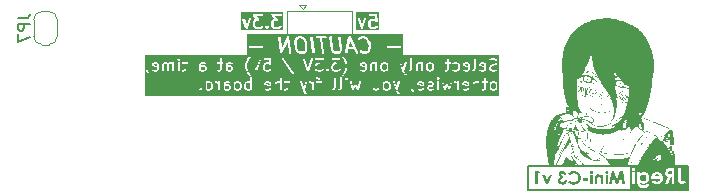
<source format=gbr>
%TF.GenerationSoftware,KiCad,Pcbnew,8.0.4*%
%TF.CreationDate,2024-09-16T16:39:03-03:00*%
%TF.ProjectId,Mini-C3,4d696e69-2d43-4332-9e6b-696361645f70,rev?*%
%TF.SameCoordinates,Original*%
%TF.FileFunction,Legend,Bot*%
%TF.FilePolarity,Positive*%
%FSLAX46Y46*%
G04 Gerber Fmt 4.6, Leading zero omitted, Abs format (unit mm)*
G04 Created by KiCad (PCBNEW 8.0.4) date 2024-09-16 16:39:03*
%MOMM*%
%LPD*%
G01*
G04 APERTURE LIST*
%ADD10C,0.200000*%
%ADD11C,0.275000*%
%ADD12C,0.150000*%
%ADD13C,0.120000*%
%ADD14C,0.000000*%
G04 APERTURE END LIST*
D10*
X152175000Y-100825000D02*
X165700000Y-100825000D01*
X165700000Y-102825000D01*
X152175000Y-102825000D01*
X152175000Y-100825000D01*
G36*
X133046705Y-90076743D02*
G01*
X133156694Y-90174511D01*
X133236724Y-90387924D01*
X133287880Y-90797171D01*
X133262278Y-91001990D01*
X133186165Y-91088977D01*
X133108302Y-91130504D01*
X132908037Y-91130504D01*
X132809780Y-91084267D01*
X132699789Y-90986497D01*
X132619759Y-90773085D01*
X132568604Y-90363837D01*
X132594206Y-90159016D01*
X132670317Y-90072031D01*
X132748183Y-90030504D01*
X132948448Y-90030504D01*
X133046705Y-90076743D01*
G37*
G36*
X137326276Y-90759076D02*
G01*
X136986044Y-90759076D01*
X137092367Y-90248728D01*
X137326276Y-90759076D01*
G37*
G36*
X141547254Y-91474948D02*
G01*
X128371731Y-91474948D01*
X128371731Y-90715757D01*
X128516175Y-90715757D01*
X128516175Y-90754775D01*
X128531107Y-90790823D01*
X128558697Y-90818413D01*
X128594745Y-90833345D01*
X128614254Y-90835266D01*
X129604730Y-90835266D01*
X129624239Y-90833345D01*
X129660287Y-90818413D01*
X129687877Y-90790823D01*
X129702809Y-90754775D01*
X129702809Y-90715757D01*
X129687877Y-90679709D01*
X129660287Y-90652119D01*
X129624239Y-90637187D01*
X129604730Y-90635266D01*
X128614254Y-90635266D01*
X128594745Y-90637187D01*
X128558697Y-90652119D01*
X128531107Y-90679709D01*
X128516175Y-90715757D01*
X128371731Y-90715757D01*
X128371731Y-89923311D01*
X131013918Y-89923311D01*
X131014431Y-89942907D01*
X131176931Y-91242908D01*
X131177623Y-91245967D01*
X131177586Y-91247340D01*
X131178436Y-91249562D01*
X131181257Y-91262028D01*
X131187222Y-91272517D01*
X131191533Y-91283781D01*
X131196775Y-91289316D01*
X131200545Y-91295945D01*
X131210066Y-91303350D01*
X131218363Y-91312111D01*
X131225326Y-91315220D01*
X131231344Y-91319900D01*
X131242972Y-91323097D01*
X131253991Y-91328017D01*
X131261613Y-91328224D01*
X131268966Y-91330246D01*
X131280938Y-91328749D01*
X131292995Y-91329077D01*
X131300114Y-91326352D01*
X131307683Y-91325406D01*
X131318172Y-91319440D01*
X131329436Y-91315130D01*
X131334971Y-91309887D01*
X131341600Y-91306118D01*
X131349005Y-91296596D01*
X131357766Y-91288300D01*
X131364094Y-91277197D01*
X131365555Y-91275319D01*
X131365918Y-91273995D01*
X131367473Y-91271269D01*
X131801738Y-90298513D01*
X131919788Y-91242908D01*
X131924114Y-91262028D01*
X131943402Y-91295945D01*
X131974201Y-91319900D01*
X132011823Y-91330246D01*
X132050540Y-91325406D01*
X132084457Y-91306118D01*
X132108412Y-91275319D01*
X132118757Y-91237697D01*
X132118244Y-91218101D01*
X132010562Y-90356645D01*
X132368085Y-90356645D01*
X132368273Y-90363838D01*
X132368085Y-90371031D01*
X132368501Y-90372544D01*
X132368598Y-90376241D01*
X132422764Y-90809574D01*
X132423348Y-90812156D01*
X132423308Y-90813342D01*
X132425343Y-90820976D01*
X132427090Y-90828694D01*
X132427677Y-90829726D01*
X132428359Y-90832283D01*
X132521216Y-91079902D01*
X132529865Y-91097494D01*
X132533063Y-91100917D01*
X132535108Y-91105134D01*
X132548413Y-91119531D01*
X132687699Y-91243341D01*
X132693132Y-91247290D01*
X132694722Y-91249037D01*
X132699269Y-91251750D01*
X132703556Y-91254866D01*
X132705788Y-91255640D01*
X132711556Y-91259082D01*
X132843104Y-91320986D01*
X132861574Y-91327555D01*
X132863964Y-91327667D01*
X132866174Y-91328583D01*
X132885683Y-91330504D01*
X133133302Y-91330504D01*
X133152811Y-91328583D01*
X133157351Y-91326702D01*
X133162243Y-91326225D01*
X133180361Y-91318739D01*
X133296432Y-91256835D01*
X133308563Y-91248745D01*
X133310338Y-91247868D01*
X133311462Y-91246812D01*
X133312741Y-91245960D01*
X133313994Y-91244436D01*
X133324631Y-91234451D01*
X133432965Y-91110641D01*
X133433179Y-91110341D01*
X133433321Y-91110231D01*
X133433565Y-91109801D01*
X133444366Y-91094694D01*
X133447608Y-91085106D01*
X133452609Y-91076313D01*
X133456706Y-91058205D01*
X133456866Y-91057732D01*
X133456853Y-91057551D01*
X133456935Y-91057193D01*
X133487887Y-90809574D01*
X133487983Y-90805877D01*
X133488400Y-90804364D01*
X133488211Y-90797170D01*
X133488400Y-90789978D01*
X133487983Y-90788464D01*
X133487887Y-90784767D01*
X133433720Y-90351434D01*
X133433135Y-90348851D01*
X133433176Y-90347667D01*
X133431141Y-90340038D01*
X133429394Y-90332314D01*
X133428806Y-90331280D01*
X133428125Y-90328726D01*
X133335268Y-90081107D01*
X133326619Y-90063514D01*
X133323421Y-90060091D01*
X133321377Y-90055875D01*
X133308072Y-90041478D01*
X133175133Y-89923311D01*
X133737728Y-89923311D01*
X133738241Y-89942907D01*
X133900741Y-91242908D01*
X133905067Y-91262028D01*
X133924355Y-91295945D01*
X133955154Y-91319900D01*
X133992776Y-91330246D01*
X134031493Y-91325406D01*
X134065410Y-91306118D01*
X134089365Y-91275319D01*
X134099710Y-91237697D01*
X134099197Y-91218101D01*
X133936697Y-89918101D01*
X133935089Y-89910995D01*
X134172723Y-89910995D01*
X134172723Y-89950013D01*
X134187655Y-89986061D01*
X134215245Y-90013651D01*
X134251293Y-90028583D01*
X134270802Y-90030504D01*
X134553953Y-90030504D01*
X134705503Y-91242908D01*
X134709829Y-91262028D01*
X134729117Y-91295945D01*
X134759916Y-91319900D01*
X134797538Y-91330246D01*
X134836255Y-91325406D01*
X134870172Y-91306118D01*
X134894127Y-91275319D01*
X134904472Y-91237697D01*
X134903959Y-91218101D01*
X134755509Y-90030504D01*
X135013659Y-90030504D01*
X135033168Y-90028583D01*
X135069216Y-90013651D01*
X135096806Y-89986061D01*
X135111738Y-89950013D01*
X135111738Y-89923311D01*
X135347252Y-89923311D01*
X135347765Y-89942907D01*
X135479312Y-90995289D01*
X135483638Y-91014409D01*
X135484680Y-91016242D01*
X135485029Y-91018323D01*
X135493740Y-91035885D01*
X135571121Y-91159695D01*
X135575158Y-91164932D01*
X135576180Y-91167039D01*
X135579813Y-91170970D01*
X135583090Y-91175221D01*
X135585000Y-91176583D01*
X135589485Y-91181436D01*
X135659127Y-91243341D01*
X135664562Y-91247291D01*
X135666151Y-91249037D01*
X135670696Y-91251749D01*
X135674985Y-91254866D01*
X135677217Y-91255640D01*
X135682985Y-91259082D01*
X135814533Y-91320986D01*
X135833003Y-91327555D01*
X135835393Y-91327667D01*
X135837603Y-91328583D01*
X135857112Y-91330504D01*
X136104731Y-91330504D01*
X136124240Y-91328583D01*
X136128780Y-91326702D01*
X136133672Y-91326225D01*
X136151790Y-91318739D01*
X136267861Y-91256835D01*
X136279992Y-91248745D01*
X136281767Y-91247868D01*
X136282891Y-91246812D01*
X136284170Y-91245960D01*
X136285423Y-91244436D01*
X136296060Y-91234451D01*
X136300305Y-91229599D01*
X136685687Y-91229599D01*
X136692953Y-91267935D01*
X136714336Y-91300572D01*
X136746580Y-91322542D01*
X136784778Y-91330500D01*
X136823114Y-91323234D01*
X136855751Y-91301851D01*
X136877721Y-91269607D01*
X136883581Y-91250899D01*
X136944378Y-90959076D01*
X137417943Y-90959076D01*
X137561444Y-91272170D01*
X137571318Y-91289104D01*
X137599912Y-91315653D01*
X137636489Y-91329238D01*
X137675480Y-91327793D01*
X137710950Y-91311536D01*
X137737499Y-91282942D01*
X137751084Y-91246365D01*
X137749639Y-91207374D01*
X137743257Y-91188839D01*
X137217334Y-90041372D01*
X137777596Y-90041372D01*
X137780191Y-90080304D01*
X137797487Y-90115279D01*
X137826851Y-90140973D01*
X137863813Y-90153473D01*
X137902745Y-90150878D01*
X137937720Y-90133582D01*
X137952013Y-90120165D01*
X137988759Y-90078168D01*
X138125794Y-90030504D01*
X138217098Y-90030504D01*
X138375532Y-90081203D01*
X138488264Y-90181410D01*
X138552713Y-90284528D01*
X138637915Y-90511733D01*
X138658119Y-90673361D01*
X138630177Y-90896894D01*
X138594275Y-90992634D01*
X138515344Y-91082841D01*
X138378312Y-91130504D01*
X138287009Y-91130504D01*
X138128569Y-91079803D01*
X138074738Y-91031954D01*
X138058881Y-91020429D01*
X138022018Y-91007640D01*
X137983067Y-91009931D01*
X137947958Y-91026954D01*
X137922036Y-91056116D01*
X137909247Y-91092979D01*
X137911538Y-91131930D01*
X137928561Y-91167039D01*
X137941866Y-91181436D01*
X138011508Y-91243341D01*
X138027366Y-91254866D01*
X138028530Y-91255269D01*
X138029472Y-91256067D01*
X138047468Y-91263843D01*
X138240921Y-91325747D01*
X138249479Y-91327585D01*
X138251889Y-91328583D01*
X138256021Y-91328989D01*
X138260087Y-91329863D01*
X138262689Y-91329646D01*
X138271398Y-91330504D01*
X138395207Y-91330504D01*
X138406430Y-91329398D01*
X138409001Y-91329548D01*
X138411822Y-91328867D01*
X138414716Y-91328583D01*
X138417098Y-91327596D01*
X138428059Y-91324954D01*
X138606035Y-91263050D01*
X138623830Y-91254826D01*
X138628518Y-91250652D01*
X138634148Y-91247868D01*
X138648441Y-91234451D01*
X138756775Y-91110641D01*
X138765109Y-91098983D01*
X138766501Y-91097494D01*
X138767220Y-91096030D01*
X138768176Y-91094694D01*
X138768833Y-91092749D01*
X138775150Y-91079902D01*
X138821578Y-90956092D01*
X138822259Y-90953537D01*
X138822847Y-90952504D01*
X138824595Y-90944775D01*
X138826629Y-90937150D01*
X138826588Y-90935966D01*
X138827173Y-90933384D01*
X138854377Y-90715757D01*
X140216176Y-90715757D01*
X140216176Y-90754775D01*
X140231108Y-90790823D01*
X140258698Y-90818413D01*
X140294746Y-90833345D01*
X140314255Y-90835266D01*
X141304731Y-90835266D01*
X141324240Y-90833345D01*
X141360288Y-90818413D01*
X141387878Y-90790823D01*
X141402810Y-90754775D01*
X141402810Y-90715757D01*
X141387878Y-90679709D01*
X141360288Y-90652119D01*
X141324240Y-90637187D01*
X141304731Y-90635266D01*
X140314255Y-90635266D01*
X140294746Y-90637187D01*
X140258698Y-90652119D01*
X140231108Y-90679709D01*
X140216176Y-90715757D01*
X138854377Y-90715757D01*
X138858126Y-90685765D01*
X138858222Y-90682066D01*
X138858639Y-90680553D01*
X138858450Y-90673360D01*
X138858639Y-90666168D01*
X138858222Y-90664654D01*
X138858126Y-90660957D01*
X138834911Y-90475243D01*
X138834326Y-90472660D01*
X138834367Y-90471476D01*
X138832332Y-90463847D01*
X138830585Y-90456123D01*
X138829997Y-90455089D01*
X138829316Y-90452535D01*
X138736459Y-90204916D01*
X138736356Y-90204708D01*
X138736337Y-90204590D01*
X138732021Y-90195889D01*
X138727810Y-90187323D01*
X138727729Y-90187237D01*
X138727626Y-90187028D01*
X138650245Y-90063219D01*
X138646209Y-90057984D01*
X138645187Y-90055875D01*
X138641549Y-90051938D01*
X138638276Y-90047693D01*
X138636366Y-90046331D01*
X138631882Y-90041479D01*
X138492597Y-89917668D01*
X138476739Y-89906143D01*
X138475574Y-89905739D01*
X138474633Y-89904942D01*
X138456637Y-89897166D01*
X138263185Y-89835262D01*
X138254627Y-89833423D01*
X138252216Y-89832425D01*
X138248082Y-89832017D01*
X138244018Y-89831145D01*
X138241415Y-89831361D01*
X138232707Y-89830504D01*
X138108898Y-89830504D01*
X138097674Y-89831609D01*
X138095103Y-89831460D01*
X138092281Y-89832140D01*
X138089389Y-89832425D01*
X138087007Y-89833411D01*
X138076046Y-89836054D01*
X137898070Y-89897959D01*
X137880275Y-89906183D01*
X137875584Y-89910359D01*
X137869957Y-89913142D01*
X137855664Y-89926559D01*
X137801497Y-89988463D01*
X137790096Y-90004410D01*
X137777596Y-90041372D01*
X137217334Y-90041372D01*
X137147423Y-89888839D01*
X137137549Y-89871904D01*
X137132005Y-89866757D01*
X137127864Y-89860436D01*
X137117842Y-89853607D01*
X137108955Y-89845356D01*
X137101869Y-89842724D01*
X137095620Y-89838466D01*
X137083744Y-89835991D01*
X137072378Y-89831770D01*
X137064823Y-89832049D01*
X137057422Y-89830508D01*
X137045510Y-89832765D01*
X137033387Y-89833215D01*
X137026510Y-89836366D01*
X137019086Y-89837774D01*
X137008948Y-89844416D01*
X136997917Y-89849472D01*
X136992770Y-89855015D01*
X136986449Y-89859157D01*
X136979620Y-89869178D01*
X136971369Y-89878066D01*
X136968737Y-89885150D01*
X136964478Y-89891402D01*
X136958619Y-89910109D01*
X136687785Y-91210109D01*
X136685687Y-91229599D01*
X136300305Y-91229599D01*
X136350226Y-91172546D01*
X136358557Y-91160893D01*
X136359953Y-91159399D01*
X136360674Y-91157930D01*
X136361627Y-91156599D01*
X136362282Y-91154660D01*
X136368602Y-91141807D01*
X136415030Y-91017997D01*
X136420081Y-90999055D01*
X136419925Y-90994486D01*
X136421138Y-90990078D01*
X136420625Y-90970482D01*
X136289078Y-89918101D01*
X136284752Y-89898981D01*
X136265464Y-89865063D01*
X136234665Y-89841108D01*
X136197043Y-89830763D01*
X136158327Y-89835602D01*
X136124409Y-89854890D01*
X136100454Y-89885689D01*
X136090109Y-89923311D01*
X136090622Y-89942907D01*
X136219113Y-90970842D01*
X136187726Y-91054541D01*
X136157594Y-91088976D01*
X136079731Y-91130504D01*
X135879466Y-91130504D01*
X135781208Y-91084266D01*
X135733101Y-91041504D01*
X135675031Y-90948592D01*
X135546221Y-89918101D01*
X135541895Y-89898981D01*
X135522607Y-89865063D01*
X135491808Y-89841108D01*
X135454186Y-89830763D01*
X135415470Y-89835602D01*
X135381552Y-89854890D01*
X135357597Y-89885689D01*
X135347252Y-89923311D01*
X135111738Y-89923311D01*
X135111738Y-89910995D01*
X135096806Y-89874947D01*
X135069216Y-89847357D01*
X135033168Y-89832425D01*
X135013659Y-89830504D01*
X134270802Y-89830504D01*
X134251293Y-89832425D01*
X134215245Y-89847357D01*
X134187655Y-89874947D01*
X134172723Y-89910995D01*
X133935089Y-89910995D01*
X133932371Y-89898980D01*
X133913083Y-89865063D01*
X133882284Y-89841108D01*
X133844662Y-89830763D01*
X133805945Y-89835602D01*
X133772028Y-89854890D01*
X133748073Y-89885689D01*
X133737728Y-89923311D01*
X133175133Y-89923311D01*
X133168785Y-89917668D01*
X133163354Y-89913720D01*
X133161763Y-89911972D01*
X133157209Y-89909255D01*
X133152928Y-89906143D01*
X133150697Y-89905369D01*
X133144929Y-89901927D01*
X133013382Y-89840022D01*
X132994912Y-89833453D01*
X132992520Y-89833340D01*
X132990311Y-89832425D01*
X132970802Y-89830504D01*
X132723183Y-89830504D01*
X132703674Y-89832425D01*
X132699133Y-89834305D01*
X132694242Y-89834783D01*
X132676124Y-89842269D01*
X132560052Y-89904174D01*
X132547914Y-89912267D01*
X132546145Y-89913142D01*
X132545024Y-89914193D01*
X132543742Y-89915049D01*
X132542484Y-89916578D01*
X132531853Y-89926559D01*
X132423520Y-90050369D01*
X132423307Y-90050666D01*
X132423164Y-90050778D01*
X132422916Y-90051212D01*
X132412119Y-90066316D01*
X132408877Y-90075900D01*
X132403876Y-90084696D01*
X132399778Y-90102806D01*
X132399619Y-90103278D01*
X132399631Y-90103457D01*
X132399550Y-90103816D01*
X132368598Y-90351435D01*
X132368501Y-90355131D01*
X132368085Y-90356645D01*
X132010562Y-90356645D01*
X131955744Y-89918101D01*
X131955050Y-89915037D01*
X131955088Y-89913668D01*
X131954239Y-89911450D01*
X131951418Y-89898980D01*
X131945452Y-89888489D01*
X131941142Y-89877227D01*
X131935899Y-89871691D01*
X131932130Y-89865063D01*
X131922608Y-89857657D01*
X131914312Y-89848897D01*
X131907348Y-89845788D01*
X131901331Y-89841108D01*
X131889698Y-89837909D01*
X131878683Y-89832992D01*
X131871062Y-89832784D01*
X131863709Y-89830763D01*
X131851734Y-89832259D01*
X131839680Y-89831932D01*
X131832562Y-89834655D01*
X131824992Y-89835602D01*
X131814501Y-89841567D01*
X131803239Y-89845878D01*
X131797703Y-89851120D01*
X131791075Y-89854890D01*
X131783669Y-89864411D01*
X131774909Y-89872708D01*
X131768580Y-89883810D01*
X131767120Y-89885689D01*
X131766756Y-89887012D01*
X131765202Y-89889739D01*
X131330936Y-90862494D01*
X131212887Y-89918101D01*
X131208561Y-89898980D01*
X131189273Y-89865063D01*
X131158474Y-89841108D01*
X131120852Y-89830763D01*
X131082135Y-89835602D01*
X131048218Y-89854890D01*
X131024263Y-89885689D01*
X131013918Y-89923311D01*
X128371731Y-89923311D01*
X128371731Y-89686060D01*
X141547254Y-89686060D01*
X141547254Y-91474948D01*
G37*
D11*
G36*
X161987002Y-101564367D02*
G01*
X162047212Y-101587065D01*
X162099670Y-101624894D01*
X162109232Y-101634275D01*
X162148748Y-101686405D01*
X162173628Y-101746348D01*
X162183873Y-101814106D01*
X162184166Y-101828595D01*
X162178088Y-101893380D01*
X162157077Y-101957292D01*
X162121059Y-102012709D01*
X162107327Y-102027677D01*
X162055458Y-102068700D01*
X161995899Y-102094529D01*
X161928650Y-102105165D01*
X161914277Y-102105468D01*
X161847307Y-102098058D01*
X161782594Y-102072787D01*
X161731903Y-102034251D01*
X161727260Y-102029582D01*
X161688414Y-101977502D01*
X161663956Y-101916120D01*
X161654244Y-101852923D01*
X161653597Y-101830182D01*
X161659474Y-101765394D01*
X161679790Y-101701891D01*
X161714618Y-101647318D01*
X161727896Y-101632688D01*
X161778351Y-101592669D01*
X161837240Y-101567473D01*
X161904563Y-101557098D01*
X161919040Y-101556801D01*
X161987002Y-101564367D01*
G37*
G36*
X163146985Y-101543234D02*
G01*
X163208165Y-101563494D01*
X163258639Y-101593633D01*
X163305075Y-101642848D01*
X163337507Y-101697679D01*
X163347861Y-101719369D01*
X162820150Y-101719369D01*
X162847512Y-101658357D01*
X162890385Y-101607405D01*
X162915404Y-101587283D01*
X162971724Y-101556325D01*
X163034473Y-101539655D01*
X163079877Y-101536480D01*
X163146985Y-101543234D01*
G37*
G36*
X164310568Y-101516159D02*
G01*
X164231824Y-101516159D01*
X164164296Y-101513183D01*
X164098298Y-101500413D01*
X164067034Y-101485678D01*
X164028287Y-101431427D01*
X164021946Y-101383755D01*
X164037996Y-101320404D01*
X164044490Y-101310409D01*
X164095054Y-101269326D01*
X164104183Y-101265639D01*
X164170726Y-101254240D01*
X164235477Y-101252000D01*
X164241667Y-101251986D01*
X164310568Y-101251986D01*
X164310568Y-101516159D01*
G37*
G36*
X165710469Y-102839222D02*
G01*
X160786487Y-102839222D01*
X160786487Y-102329000D01*
X160964905Y-102329000D01*
X161209392Y-102329000D01*
X161209392Y-101353591D01*
X161423398Y-101353591D01*
X161423398Y-101830182D01*
X161423398Y-102179132D01*
X161425817Y-102252379D01*
X161433072Y-102319317D01*
X161448164Y-102391312D01*
X161470222Y-102454221D01*
X161504759Y-102516131D01*
X161522463Y-102538877D01*
X161577097Y-102591859D01*
X161629873Y-102627637D01*
X161689238Y-102655803D01*
X161755192Y-102676356D01*
X161827736Y-102689297D01*
X161906868Y-102694625D01*
X161923485Y-102694778D01*
X161992088Y-102692575D01*
X162062483Y-102684831D01*
X162125694Y-102671511D01*
X162163845Y-102659533D01*
X162227078Y-102631401D01*
X162283182Y-102595465D01*
X162328000Y-102556023D01*
X162369933Y-102505601D01*
X162403611Y-102448201D01*
X162427065Y-102389963D01*
X162158447Y-102389963D01*
X162108676Y-102430796D01*
X162066367Y-102450608D01*
X162000830Y-102466712D01*
X161933328Y-102471247D01*
X161865147Y-102467139D01*
X161799258Y-102451962D01*
X161775523Y-102442035D01*
X161721798Y-102406159D01*
X161691064Y-102366466D01*
X161672489Y-102303360D01*
X161666684Y-102234047D01*
X161666297Y-102206756D01*
X161715339Y-102250439D01*
X161770583Y-102286174D01*
X161801242Y-102300423D01*
X161866505Y-102319958D01*
X161933528Y-102328302D01*
X161960952Y-102329000D01*
X162032166Y-102324043D01*
X162099116Y-102309175D01*
X162161802Y-102284394D01*
X162220223Y-102249700D01*
X162274381Y-102205094D01*
X162291486Y-102188023D01*
X162337238Y-102132522D01*
X162373524Y-102071752D01*
X162400344Y-102005714D01*
X162417698Y-101934407D01*
X162424929Y-101870960D01*
X162425348Y-101856854D01*
X162574392Y-101856854D01*
X162575345Y-101902258D01*
X163358656Y-101902258D01*
X163342588Y-101967647D01*
X163312092Y-102029260D01*
X163268164Y-102080067D01*
X163212718Y-102117668D01*
X163147667Y-102139661D01*
X163080195Y-102146110D01*
X163014191Y-102139661D01*
X162953030Y-102120312D01*
X162896711Y-102088065D01*
X162845233Y-102042918D01*
X162639801Y-102138173D01*
X162680125Y-102188638D01*
X162730045Y-102237014D01*
X162784786Y-102276499D01*
X162823960Y-102297883D01*
X162887339Y-102322748D01*
X162949031Y-102338018D01*
X163015764Y-102346859D01*
X163078290Y-102349321D01*
X163147661Y-102345824D01*
X163212893Y-102335336D01*
X163235037Y-102329000D01*
X163718401Y-102329000D01*
X163991465Y-102329000D01*
X164287072Y-101760011D01*
X164310568Y-101760011D01*
X164310568Y-102329000D01*
X164560453Y-102329000D01*
X164560453Y-101876222D01*
X164872254Y-101876222D01*
X164873414Y-101949524D01*
X164876897Y-102014163D01*
X164883895Y-102078627D01*
X164897536Y-102144186D01*
X164905275Y-102167066D01*
X164936069Y-102224919D01*
X164978919Y-102273216D01*
X165014183Y-102300106D01*
X165075384Y-102330096D01*
X165139016Y-102345428D01*
X165196437Y-102349321D01*
X165262641Y-102344693D01*
X165325713Y-102330809D01*
X165385653Y-102307670D01*
X165442462Y-102275275D01*
X165496139Y-102233624D01*
X165546684Y-102182718D01*
X165566025Y-102159764D01*
X165385676Y-101991798D01*
X165339905Y-102039412D01*
X165289064Y-102079536D01*
X165283754Y-102082607D01*
X165222315Y-102104040D01*
X165202470Y-102105468D01*
X165145317Y-102075887D01*
X165142777Y-102071812D01*
X165126859Y-102008073D01*
X165123264Y-101943997D01*
X165123091Y-101923214D01*
X165123091Y-101008134D01*
X164872254Y-101008134D01*
X164872254Y-101876222D01*
X164560453Y-101876222D01*
X164560453Y-101008134D01*
X164295327Y-101008134D01*
X164230322Y-101009080D01*
X164160399Y-101012711D01*
X164089968Y-101020391D01*
X164024173Y-101033707D01*
X163985115Y-101046871D01*
X163925688Y-101079325D01*
X163874891Y-101123860D01*
X163836200Y-101174830D01*
X163806563Y-101233986D01*
X163787903Y-101299529D01*
X163780493Y-101363980D01*
X163780062Y-101383755D01*
X163780000Y-101386613D01*
X163784922Y-101455607D01*
X163799690Y-101517919D01*
X163827647Y-101579320D01*
X163842233Y-101601571D01*
X163887100Y-101651456D01*
X163944309Y-101693154D01*
X164006348Y-101723684D01*
X164029249Y-101732387D01*
X163718401Y-102329000D01*
X163235037Y-102329000D01*
X163273985Y-102317856D01*
X163341832Y-102287650D01*
X163403718Y-102247375D01*
X163450736Y-102206121D01*
X163499509Y-102149757D01*
X163538191Y-102088303D01*
X163566783Y-102021758D01*
X163585283Y-101950124D01*
X163592991Y-101886540D01*
X163594253Y-101846693D01*
X163590757Y-101779371D01*
X163580268Y-101715724D01*
X163558453Y-101644198D01*
X163526569Y-101577962D01*
X163484616Y-101517018D01*
X163451053Y-101479327D01*
X163394689Y-101429691D01*
X163333235Y-101390324D01*
X163266691Y-101361227D01*
X163195056Y-101342399D01*
X163131472Y-101334554D01*
X163091625Y-101333270D01*
X163021980Y-101336782D01*
X162956520Y-101347317D01*
X162895246Y-101364875D01*
X162827243Y-101395215D01*
X162765268Y-101435668D01*
X162718227Y-101477105D01*
X162669346Y-101534280D01*
X162630578Y-101597930D01*
X162601923Y-101668053D01*
X162588845Y-101719369D01*
X162585770Y-101731436D01*
X162576640Y-101799314D01*
X162574392Y-101856854D01*
X162425348Y-101856854D01*
X162426113Y-101831135D01*
X162422624Y-101761125D01*
X162412159Y-101695564D01*
X162394718Y-101634453D01*
X162364578Y-101566994D01*
X162324393Y-101505941D01*
X162283230Y-101459959D01*
X162232898Y-101416905D01*
X162179061Y-101382758D01*
X162111820Y-101354179D01*
X162039809Y-101337724D01*
X161974288Y-101333270D01*
X161907700Y-101338196D01*
X161844152Y-101352974D01*
X161815847Y-101363117D01*
X161755169Y-101393502D01*
X161699066Y-101432899D01*
X161666297Y-101460912D01*
X161666297Y-101353591D01*
X161423398Y-101353591D01*
X161209392Y-101353591D01*
X160964905Y-101353591D01*
X160964905Y-102329000D01*
X160786487Y-102329000D01*
X160786487Y-101120852D01*
X160930931Y-101120852D01*
X160945398Y-101185752D01*
X160976653Y-101228173D01*
X161033360Y-101263860D01*
X161085244Y-101272307D01*
X161149026Y-101259582D01*
X161196374Y-101227220D01*
X161232298Y-101173601D01*
X161242414Y-101117360D01*
X161228048Y-101053431D01*
X161197009Y-101011627D01*
X161143232Y-100977190D01*
X161087149Y-100967492D01*
X161024110Y-100980127D01*
X160976971Y-101012262D01*
X160941047Y-101065206D01*
X160930931Y-101120852D01*
X160786487Y-101120852D01*
X160786487Y-100823048D01*
X165710469Y-100823048D01*
X165710469Y-102839222D01*
G37*
D10*
G36*
X131431580Y-89350202D02*
G01*
X127847272Y-89350202D01*
X127847272Y-88409262D01*
X127969494Y-88409262D01*
X127974247Y-88428281D01*
X128236152Y-89161614D01*
X128244523Y-89179340D01*
X128247891Y-89183060D01*
X128250040Y-89187597D01*
X128260888Y-89197417D01*
X128270709Y-89208266D01*
X128275245Y-89210414D01*
X128278966Y-89213783D01*
X128292747Y-89218705D01*
X128305971Y-89224969D01*
X128310982Y-89225218D01*
X128315711Y-89226907D01*
X128330326Y-89226180D01*
X128344941Y-89226907D01*
X128349669Y-89225218D01*
X128354681Y-89224969D01*
X128367899Y-89218707D01*
X128381686Y-89213784D01*
X128385408Y-89210413D01*
X128389943Y-89208266D01*
X128399758Y-89197423D01*
X128410612Y-89187598D01*
X128412761Y-89183059D01*
X128416129Y-89179340D01*
X128424500Y-89161614D01*
X128604879Y-88656552D01*
X128858897Y-88656552D01*
X128858897Y-88918457D01*
X128860818Y-88937966D01*
X128862193Y-88941286D01*
X128862448Y-88944870D01*
X128869454Y-88963178D01*
X128921835Y-89067940D01*
X128927120Y-89076336D01*
X128928131Y-89078776D01*
X128930384Y-89081522D01*
X128932278Y-89084530D01*
X128934272Y-89086259D01*
X128940567Y-89093930D01*
X128992948Y-89146311D01*
X129000617Y-89152605D01*
X129002348Y-89154600D01*
X129005355Y-89156493D01*
X129008102Y-89158747D01*
X129010541Y-89159757D01*
X129018938Y-89165043D01*
X129123700Y-89217423D01*
X129142009Y-89224429D01*
X129145591Y-89224683D01*
X129148912Y-89226059D01*
X129168421Y-89227980D01*
X129482707Y-89227980D01*
X129502216Y-89226059D01*
X129505536Y-89224683D01*
X129509119Y-89224429D01*
X129527428Y-89217423D01*
X129632190Y-89165043D01*
X129640586Y-89159757D01*
X129643026Y-89158747D01*
X129645772Y-89156493D01*
X129648780Y-89154600D01*
X129650510Y-89152605D01*
X129658180Y-89146311D01*
X129710561Y-89093930D01*
X129722997Y-89078776D01*
X129732394Y-89056091D01*
X129908438Y-89056091D01*
X129908438Y-89095109D01*
X129913973Y-89108471D01*
X129923370Y-89131158D01*
X129935807Y-89146311D01*
X129988188Y-89198691D01*
X130003341Y-89211128D01*
X130028831Y-89221685D01*
X130039389Y-89226059D01*
X130039390Y-89226059D01*
X130078406Y-89226059D01*
X130078407Y-89226059D01*
X130088964Y-89221685D01*
X130114455Y-89211128D01*
X130129608Y-89198691D01*
X130181989Y-89146312D01*
X130194426Y-89131158D01*
X130203823Y-89108471D01*
X130209358Y-89095109D01*
X130209358Y-89056091D01*
X130200922Y-89035726D01*
X130194427Y-89020044D01*
X130194425Y-89020042D01*
X130181990Y-89004889D01*
X130129609Y-88952508D01*
X130114455Y-88940072D01*
X130078407Y-88925140D01*
X130039389Y-88925140D01*
X130003341Y-88940072D01*
X129988187Y-88952508D01*
X129935806Y-89004889D01*
X129923374Y-89020037D01*
X129923369Y-89020043D01*
X129915709Y-89038537D01*
X129908438Y-89056091D01*
X129732394Y-89056091D01*
X129737929Y-89042728D01*
X129737929Y-89003710D01*
X129722997Y-88967662D01*
X129695407Y-88940072D01*
X129659359Y-88925140D01*
X129620341Y-88925140D01*
X129584293Y-88940072D01*
X129569139Y-88952508D01*
X129528232Y-88993414D01*
X129459100Y-89027980D01*
X129192028Y-89027980D01*
X129122895Y-88993414D01*
X129093463Y-88963982D01*
X129058897Y-88894849D01*
X129058897Y-88680159D01*
X129070700Y-88656552D01*
X130430326Y-88656552D01*
X130430326Y-88918457D01*
X130432247Y-88937966D01*
X130433622Y-88941286D01*
X130433877Y-88944870D01*
X130440883Y-88963178D01*
X130493264Y-89067940D01*
X130498549Y-89076336D01*
X130499560Y-89078776D01*
X130501813Y-89081522D01*
X130503707Y-89084530D01*
X130505701Y-89086259D01*
X130511996Y-89093930D01*
X130564377Y-89146311D01*
X130572046Y-89152605D01*
X130573777Y-89154600D01*
X130576784Y-89156493D01*
X130579531Y-89158747D01*
X130581970Y-89159757D01*
X130590367Y-89165043D01*
X130695129Y-89217423D01*
X130713438Y-89224429D01*
X130717020Y-89224683D01*
X130720341Y-89226059D01*
X130739850Y-89227980D01*
X131054136Y-89227980D01*
X131073645Y-89226059D01*
X131076965Y-89224683D01*
X131080548Y-89224429D01*
X131098857Y-89217423D01*
X131203619Y-89165043D01*
X131212015Y-89159757D01*
X131214455Y-89158747D01*
X131217201Y-89156493D01*
X131220209Y-89154600D01*
X131221939Y-89152605D01*
X131229609Y-89146311D01*
X131281990Y-89093930D01*
X131294426Y-89078776D01*
X131309358Y-89042728D01*
X131309358Y-89003710D01*
X131294426Y-88967662D01*
X131266836Y-88940072D01*
X131230788Y-88925140D01*
X131191770Y-88925140D01*
X131155722Y-88940072D01*
X131140568Y-88952508D01*
X131099661Y-88993414D01*
X131030529Y-89027980D01*
X130763457Y-89027980D01*
X130694324Y-88993414D01*
X130664892Y-88963982D01*
X130630326Y-88894849D01*
X130630326Y-88680159D01*
X130664892Y-88611026D01*
X130694325Y-88581594D01*
X130763457Y-88547028D01*
X130896993Y-88547028D01*
X130907310Y-88546012D01*
X130909935Y-88546187D01*
X130911742Y-88545575D01*
X130916502Y-88545107D01*
X130931505Y-88538892D01*
X130946897Y-88533687D01*
X130949436Y-88531464D01*
X130952550Y-88530175D01*
X130964027Y-88518697D01*
X130976261Y-88507993D01*
X130977756Y-88504968D01*
X130980140Y-88502585D01*
X130986354Y-88487583D01*
X130993557Y-88473018D01*
X130993781Y-88469652D01*
X130995072Y-88466537D01*
X130995072Y-88450288D01*
X130996152Y-88434086D01*
X130995072Y-88430892D01*
X130995072Y-88427519D01*
X130988856Y-88412513D01*
X130983652Y-88397125D01*
X130980870Y-88393234D01*
X130980140Y-88391471D01*
X130978280Y-88389611D01*
X130972251Y-88381178D01*
X130750703Y-88127980D01*
X131211279Y-88127980D01*
X131230788Y-88126059D01*
X131266836Y-88111127D01*
X131294426Y-88083537D01*
X131309358Y-88047489D01*
X131309358Y-88008471D01*
X131294426Y-87972423D01*
X131266836Y-87944833D01*
X131230788Y-87929901D01*
X131211279Y-87927980D01*
X130530326Y-87927980D01*
X130520008Y-87928995D01*
X130517384Y-87928821D01*
X130515576Y-87929432D01*
X130510817Y-87929901D01*
X130495811Y-87936116D01*
X130480423Y-87941321D01*
X130477883Y-87943542D01*
X130474769Y-87944833D01*
X130463284Y-87956317D01*
X130451059Y-87967015D01*
X130449563Y-87970038D01*
X130447179Y-87972423D01*
X130440962Y-87987429D01*
X130433762Y-88001990D01*
X130433537Y-88005355D01*
X130432247Y-88008471D01*
X130432247Y-88024719D01*
X130431167Y-88040922D01*
X130432247Y-88044115D01*
X130432247Y-88047489D01*
X130438462Y-88062494D01*
X130443667Y-88077883D01*
X130446448Y-88081773D01*
X130447179Y-88083537D01*
X130449038Y-88085396D01*
X130455068Y-88093830D01*
X130688676Y-88360810D01*
X130590367Y-88409966D01*
X130581968Y-88415252D01*
X130579531Y-88416262D01*
X130576787Y-88418513D01*
X130573776Y-88420409D01*
X130572043Y-88422406D01*
X130564377Y-88428698D01*
X130511996Y-88481079D01*
X130505701Y-88488749D01*
X130503707Y-88490479D01*
X130501813Y-88493486D01*
X130499560Y-88496233D01*
X130498549Y-88498672D01*
X130493264Y-88507069D01*
X130440883Y-88611831D01*
X130433877Y-88630139D01*
X130433622Y-88633722D01*
X130432247Y-88637043D01*
X130430326Y-88656552D01*
X129070700Y-88656552D01*
X129093463Y-88611026D01*
X129122896Y-88581594D01*
X129192028Y-88547028D01*
X129325564Y-88547028D01*
X129335881Y-88546012D01*
X129338506Y-88546187D01*
X129340313Y-88545575D01*
X129345073Y-88545107D01*
X129360076Y-88538892D01*
X129375468Y-88533687D01*
X129378007Y-88531464D01*
X129381121Y-88530175D01*
X129392598Y-88518697D01*
X129404832Y-88507993D01*
X129406327Y-88504968D01*
X129408711Y-88502585D01*
X129414925Y-88487583D01*
X129422128Y-88473018D01*
X129422352Y-88469652D01*
X129423643Y-88466537D01*
X129423643Y-88450288D01*
X129424723Y-88434086D01*
X129423643Y-88430892D01*
X129423643Y-88427519D01*
X129417427Y-88412513D01*
X129412223Y-88397125D01*
X129409441Y-88393234D01*
X129408711Y-88391471D01*
X129406851Y-88389611D01*
X129400822Y-88381178D01*
X129179274Y-88127980D01*
X129639850Y-88127980D01*
X129659359Y-88126059D01*
X129695407Y-88111127D01*
X129722997Y-88083537D01*
X129737929Y-88047489D01*
X129737929Y-88008471D01*
X129722997Y-87972423D01*
X129695407Y-87944833D01*
X129659359Y-87929901D01*
X129639850Y-87927980D01*
X128958897Y-87927980D01*
X128948579Y-87928995D01*
X128945955Y-87928821D01*
X128944147Y-87929432D01*
X128939388Y-87929901D01*
X128924382Y-87936116D01*
X128908994Y-87941321D01*
X128906454Y-87943542D01*
X128903340Y-87944833D01*
X128891855Y-87956317D01*
X128879630Y-87967015D01*
X128878134Y-87970038D01*
X128875750Y-87972423D01*
X128869533Y-87987429D01*
X128862333Y-88001990D01*
X128862108Y-88005355D01*
X128860818Y-88008471D01*
X128860818Y-88024719D01*
X128859738Y-88040922D01*
X128860818Y-88044115D01*
X128860818Y-88047489D01*
X128867033Y-88062494D01*
X128872238Y-88077883D01*
X128875019Y-88081773D01*
X128875750Y-88083537D01*
X128877609Y-88085396D01*
X128883639Y-88093830D01*
X129117247Y-88360810D01*
X129018938Y-88409966D01*
X129010539Y-88415252D01*
X129008102Y-88416262D01*
X129005358Y-88418513D01*
X129002347Y-88420409D01*
X129000614Y-88422406D01*
X128992948Y-88428698D01*
X128940567Y-88481079D01*
X128934272Y-88488749D01*
X128932278Y-88490479D01*
X128930384Y-88493486D01*
X128928131Y-88496233D01*
X128927120Y-88498672D01*
X128921835Y-88507069D01*
X128869454Y-88611831D01*
X128862448Y-88630139D01*
X128862193Y-88633722D01*
X128860818Y-88637043D01*
X128858897Y-88656552D01*
X128604879Y-88656552D01*
X128686405Y-88428280D01*
X128691158Y-88409262D01*
X128689220Y-88370292D01*
X128672517Y-88335029D01*
X128643591Y-88308843D01*
X128606846Y-88295720D01*
X128567876Y-88297658D01*
X128532614Y-88314361D01*
X128506428Y-88343287D01*
X128498057Y-88361013D01*
X128330325Y-88830659D01*
X128162595Y-88361013D01*
X128154224Y-88343287D01*
X128128038Y-88314361D01*
X128092776Y-88297658D01*
X128053806Y-88295720D01*
X128017061Y-88308844D01*
X127988135Y-88335030D01*
X127971432Y-88370292D01*
X127969494Y-88409262D01*
X127847272Y-88409262D01*
X127847272Y-87805758D01*
X131431580Y-87805758D01*
X131431580Y-89350202D01*
G37*
D11*
G36*
X160165722Y-101270344D02*
G01*
X159958579Y-101270344D01*
X159701734Y-102050016D01*
X159441127Y-101270344D01*
X159237208Y-101270344D01*
X159049678Y-102388000D01*
X159253597Y-102388000D01*
X159373154Y-101682211D01*
X159609581Y-102388000D01*
X159796304Y-102388000D01*
X160029776Y-101682211D01*
X160151482Y-102388000D01*
X160357550Y-102388000D01*
X160165722Y-101270344D01*
G37*
G36*
X158829640Y-101235955D02*
G01*
X158776299Y-101246646D01*
X158736413Y-101273837D01*
X158706016Y-101318636D01*
X158697456Y-101365721D01*
X158709697Y-101420636D01*
X158736144Y-101456531D01*
X158784126Y-101486727D01*
X158828028Y-101493875D01*
X158881998Y-101483108D01*
X158922062Y-101455725D01*
X158952459Y-101410354D01*
X158961018Y-101362766D01*
X158948862Y-101308672D01*
X158922599Y-101273300D01*
X158877095Y-101244160D01*
X158829640Y-101235955D01*
G37*
G36*
X158933077Y-101562654D02*
G01*
X158726203Y-101562654D01*
X158726203Y-102388000D01*
X158933077Y-102388000D01*
X158933077Y-101562654D01*
G37*
G36*
X158541898Y-101562654D02*
G01*
X158336367Y-101562654D01*
X158336367Y-101648896D01*
X158293685Y-101616089D01*
X158245929Y-101585864D01*
X158209019Y-101568296D01*
X158155031Y-101551904D01*
X158099863Y-101545549D01*
X158092418Y-101545459D01*
X158033479Y-101550799D01*
X157979174Y-101566818D01*
X157929504Y-101593517D01*
X157884469Y-101630896D01*
X157849793Y-101677074D01*
X157828497Y-101727398D01*
X157816168Y-101786455D01*
X157812735Y-101845292D01*
X157812735Y-102388000D01*
X158016653Y-102388000D01*
X158016653Y-102028523D01*
X158017283Y-101968959D01*
X158019546Y-101912471D01*
X158025344Y-101854981D01*
X158029818Y-101833471D01*
X158052460Y-101784188D01*
X158076029Y-101759856D01*
X158125760Y-101737585D01*
X158157166Y-101734601D01*
X158212209Y-101743810D01*
X158259459Y-101771438D01*
X158265170Y-101776513D01*
X158299133Y-101819122D01*
X158321184Y-101869739D01*
X158327233Y-101892040D01*
X158333789Y-101947775D01*
X158335930Y-102006840D01*
X158336367Y-102058614D01*
X158336367Y-102388000D01*
X158541898Y-102388000D01*
X158541898Y-101562654D01*
G37*
G36*
X157536814Y-101235955D02*
G01*
X157483473Y-101246646D01*
X157443586Y-101273837D01*
X157413189Y-101318636D01*
X157404630Y-101365721D01*
X157416871Y-101420636D01*
X157443318Y-101456531D01*
X157491300Y-101486727D01*
X157535202Y-101493875D01*
X157589171Y-101483108D01*
X157629235Y-101455725D01*
X157659632Y-101410354D01*
X157668192Y-101362766D01*
X157656036Y-101308672D01*
X157629773Y-101273300D01*
X157584269Y-101244160D01*
X157536814Y-101235955D01*
G37*
G36*
X157640251Y-101562654D02*
G01*
X157433377Y-101562654D01*
X157433377Y-102388000D01*
X157640251Y-102388000D01*
X157640251Y-101562654D01*
G37*
G36*
X157220324Y-101889353D02*
G01*
X156836399Y-101889353D01*
X156836399Y-102078495D01*
X157220324Y-102078495D01*
X157220324Y-101889353D01*
G37*
G36*
X155558886Y-101474800D02*
G01*
X155706922Y-101614775D01*
X155755109Y-101570039D01*
X155805132Y-101532884D01*
X155856993Y-101503313D01*
X155910689Y-101481323D01*
X155966223Y-101466917D01*
X156023592Y-101460092D01*
X156047055Y-101459486D01*
X156105043Y-101463217D01*
X156159517Y-101474410D01*
X156210478Y-101493064D01*
X156257925Y-101519180D01*
X156301858Y-101552759D01*
X156315722Y-101565609D01*
X156352792Y-101607052D01*
X156386346Y-101659819D01*
X156409461Y-101717343D01*
X156420966Y-101770436D01*
X156424801Y-101827023D01*
X156420975Y-101886013D01*
X156409499Y-101941179D01*
X156390372Y-101992519D01*
X156376441Y-102019388D01*
X156342306Y-102068263D01*
X156300353Y-102110105D01*
X156255911Y-102141752D01*
X156239689Y-102151035D01*
X156188417Y-102174153D01*
X156134043Y-102189704D01*
X156076566Y-102197690D01*
X156043293Y-102198858D01*
X155987246Y-102195604D01*
X155934294Y-102185844D01*
X155879623Y-102167593D01*
X155874839Y-102165543D01*
X155825655Y-102139201D01*
X155778832Y-102106341D01*
X155735178Y-102069852D01*
X155706922Y-102043568D01*
X155563454Y-102192678D01*
X155609125Y-102235034D01*
X155653852Y-102272233D01*
X155697634Y-102304275D01*
X155747520Y-102335139D01*
X155796120Y-102358983D01*
X155852859Y-102379201D01*
X155905674Y-102392152D01*
X155961445Y-102400681D01*
X156020174Y-102404788D01*
X156046249Y-102405194D01*
X156109595Y-102402663D01*
X156170003Y-102395069D01*
X156227473Y-102382412D01*
X156282004Y-102364693D01*
X156333597Y-102341910D01*
X156382250Y-102314066D01*
X156427966Y-102281158D01*
X156470743Y-102243188D01*
X156509406Y-102201192D01*
X156542913Y-102156341D01*
X156571266Y-102108636D01*
X156594464Y-102058076D01*
X156612507Y-102004662D01*
X156625394Y-101948393D01*
X156633127Y-101889269D01*
X156635704Y-101827291D01*
X156633060Y-101767027D01*
X156625126Y-101709351D01*
X156611902Y-101654262D01*
X156593389Y-101601762D01*
X156569587Y-101551850D01*
X156560478Y-101535787D01*
X156529991Y-101489697D01*
X156494952Y-101447140D01*
X156455360Y-101408115D01*
X156411216Y-101372622D01*
X156362519Y-101340663D01*
X156345275Y-101330794D01*
X156291928Y-101304407D01*
X156237069Y-101283480D01*
X156180700Y-101268011D01*
X156122819Y-101258002D01*
X156063427Y-101253453D01*
X156043293Y-101253150D01*
X155983600Y-101255914D01*
X155924885Y-101264206D01*
X155867146Y-101278026D01*
X155810384Y-101297375D01*
X155778387Y-101310913D01*
X155724357Y-101338407D01*
X155673694Y-101370580D01*
X155626400Y-101407433D01*
X155582475Y-101448966D01*
X155558886Y-101474800D01*
G37*
G36*
X155213112Y-101562654D02*
G01*
X155416224Y-101562654D01*
X155404755Y-101502725D01*
X155386201Y-101448941D01*
X155360560Y-101401303D01*
X155327833Y-101359810D01*
X155288018Y-101323562D01*
X155236935Y-101290752D01*
X155180863Y-101268149D01*
X155119804Y-101255754D01*
X155073136Y-101253150D01*
X155015429Y-101257212D01*
X154961964Y-101269400D01*
X154906056Y-101293277D01*
X154855689Y-101327768D01*
X154843963Y-101338048D01*
X154803411Y-101382345D01*
X154774446Y-101430604D01*
X154757066Y-101482826D01*
X154751273Y-101539011D01*
X154757968Y-101595648D01*
X154778055Y-101648116D01*
X154791842Y-101670927D01*
X154827243Y-101712449D01*
X154872996Y-101747547D01*
X154909249Y-101767378D01*
X154855782Y-101787854D01*
X154809327Y-101815427D01*
X154765936Y-101854389D01*
X154751004Y-101872427D01*
X154720968Y-101921874D01*
X154702057Y-101976515D01*
X154694548Y-102030134D01*
X154694047Y-102048942D01*
X154697929Y-102103262D01*
X154712271Y-102162600D01*
X154737181Y-102217593D01*
X154772658Y-102268241D01*
X154804469Y-102301757D01*
X154847911Y-102336910D01*
X154895623Y-102364789D01*
X154947604Y-102385396D01*
X155003854Y-102398729D01*
X155064373Y-102404790D01*
X155085495Y-102405194D01*
X155143958Y-102401624D01*
X155198247Y-102390913D01*
X155256307Y-102369392D01*
X155308685Y-102338151D01*
X155349057Y-102303638D01*
X155389209Y-102255593D01*
X155416626Y-102208845D01*
X155437582Y-102156958D01*
X155452077Y-102099934D01*
X155460112Y-102037771D01*
X155460823Y-102026911D01*
X155251531Y-102026911D01*
X155238270Y-102081487D01*
X155212692Y-102132396D01*
X155191618Y-102156408D01*
X155146218Y-102185427D01*
X155091355Y-102198195D01*
X155073942Y-102198858D01*
X155018080Y-102191453D01*
X154967243Y-102166916D01*
X154951430Y-102153990D01*
X154918004Y-102110691D01*
X154902962Y-102055853D01*
X154902533Y-102043837D01*
X154913396Y-101989407D01*
X154945986Y-101942249D01*
X154968356Y-101922937D01*
X155020467Y-101894633D01*
X155073304Y-101879929D01*
X155127978Y-101873246D01*
X155158035Y-101872159D01*
X155158035Y-101683017D01*
X155102470Y-101676704D01*
X155049209Y-101663229D01*
X155044389Y-101661255D01*
X154999064Y-101631450D01*
X154986088Y-101616387D01*
X154965644Y-101565843D01*
X154965132Y-101555937D01*
X154981510Y-101503431D01*
X154996835Y-101486890D01*
X155047007Y-101462724D01*
X155080122Y-101459486D01*
X155133624Y-101470715D01*
X155162602Y-101488233D01*
X155199586Y-101530779D01*
X155213112Y-101562654D01*
G37*
G36*
X154198356Y-101562654D02*
G01*
X153988258Y-101562654D01*
X153780579Y-102049748D01*
X153573436Y-101562654D01*
X153364145Y-101562654D01*
X153713949Y-102388000D01*
X153847745Y-102388000D01*
X154198356Y-101562654D01*
G37*
G36*
X153097627Y-101270344D02*
G01*
X152781137Y-101270344D01*
X152781137Y-102388000D01*
X152991235Y-102388000D01*
X152991235Y-101459486D01*
X153220139Y-101459486D01*
X153097627Y-101270344D01*
G37*
D10*
G36*
X139580654Y-89350202D02*
G01*
X137618701Y-89350202D01*
X137618701Y-88409262D01*
X137740923Y-88409262D01*
X137745676Y-88428281D01*
X138007581Y-89161614D01*
X138015952Y-89179340D01*
X138019320Y-89183060D01*
X138021469Y-89187597D01*
X138032317Y-89197417D01*
X138042138Y-89208266D01*
X138046674Y-89210414D01*
X138050395Y-89213783D01*
X138064176Y-89218705D01*
X138077400Y-89224969D01*
X138082411Y-89225218D01*
X138087140Y-89226907D01*
X138101755Y-89226180D01*
X138116370Y-89226907D01*
X138121098Y-89225218D01*
X138126110Y-89224969D01*
X138139328Y-89218707D01*
X138153115Y-89213784D01*
X138156837Y-89210413D01*
X138161372Y-89208266D01*
X138171187Y-89197423D01*
X138182041Y-89187598D01*
X138184190Y-89183059D01*
X138187558Y-89179340D01*
X138195929Y-89161614D01*
X138376308Y-88656552D01*
X138630326Y-88656552D01*
X138630326Y-88918457D01*
X138632247Y-88937966D01*
X138633622Y-88941286D01*
X138633877Y-88944870D01*
X138640883Y-88963178D01*
X138693264Y-89067940D01*
X138698549Y-89076336D01*
X138699560Y-89078776D01*
X138701813Y-89081522D01*
X138703707Y-89084530D01*
X138705701Y-89086259D01*
X138711996Y-89093930D01*
X138764377Y-89146311D01*
X138772046Y-89152605D01*
X138773777Y-89154600D01*
X138776784Y-89156493D01*
X138779531Y-89158747D01*
X138781970Y-89159757D01*
X138790367Y-89165043D01*
X138895129Y-89217423D01*
X138913438Y-89224429D01*
X138917020Y-89224683D01*
X138920341Y-89226059D01*
X138939850Y-89227980D01*
X139201755Y-89227980D01*
X139221264Y-89226059D01*
X139224584Y-89224683D01*
X139228167Y-89224429D01*
X139246476Y-89217423D01*
X139351238Y-89165043D01*
X139359634Y-89159757D01*
X139362074Y-89158747D01*
X139364820Y-89156493D01*
X139367828Y-89154600D01*
X139369558Y-89152605D01*
X139377228Y-89146311D01*
X139429609Y-89093930D01*
X139442045Y-89078776D01*
X139456977Y-89042728D01*
X139456977Y-89003710D01*
X139442045Y-88967662D01*
X139414455Y-88940072D01*
X139378407Y-88925140D01*
X139339389Y-88925140D01*
X139303341Y-88940072D01*
X139288187Y-88952508D01*
X139247280Y-88993414D01*
X139178148Y-89027980D01*
X138963457Y-89027980D01*
X138894324Y-88993414D01*
X138864892Y-88963982D01*
X138830326Y-88894849D01*
X138830326Y-88680159D01*
X138864892Y-88611026D01*
X138894325Y-88581594D01*
X138963457Y-88547028D01*
X139178148Y-88547028D01*
X139247280Y-88581594D01*
X139288187Y-88622501D01*
X139303341Y-88634937D01*
X139307991Y-88636863D01*
X139311890Y-88640053D01*
X139325888Y-88644276D01*
X139339389Y-88649869D01*
X139344423Y-88649869D01*
X139349245Y-88651324D01*
X139363793Y-88649869D01*
X139378407Y-88649869D01*
X139383058Y-88647942D01*
X139388069Y-88647441D01*
X139400952Y-88640529D01*
X139414455Y-88634937D01*
X139418013Y-88631378D01*
X139422453Y-88628997D01*
X139431713Y-88617678D01*
X139442045Y-88607347D01*
X139443971Y-88602696D01*
X139447161Y-88598798D01*
X139451384Y-88584799D01*
X139456977Y-88571299D01*
X139456977Y-88566265D01*
X139458432Y-88561443D01*
X139458402Y-88541840D01*
X139406021Y-88018030D01*
X139404596Y-88010921D01*
X139404596Y-88008471D01*
X139403644Y-88006173D01*
X139402168Y-87998809D01*
X139395258Y-87985928D01*
X139389664Y-87972423D01*
X139386103Y-87968862D01*
X139383723Y-87964425D01*
X139372410Y-87955169D01*
X139362074Y-87944833D01*
X139357421Y-87942905D01*
X139353525Y-87939718D01*
X139339535Y-87935497D01*
X139326026Y-87929901D01*
X139318548Y-87929164D01*
X139316170Y-87928447D01*
X139313733Y-87928690D01*
X139306517Y-87927980D01*
X138782707Y-87927980D01*
X138763198Y-87929901D01*
X138727150Y-87944833D01*
X138699560Y-87972423D01*
X138684628Y-88008471D01*
X138684628Y-88047489D01*
X138699560Y-88083537D01*
X138727150Y-88111127D01*
X138763198Y-88126059D01*
X138782707Y-88127980D01*
X139216018Y-88127980D01*
X139238680Y-88354601D01*
X139228168Y-88350579D01*
X139224584Y-88350324D01*
X139221264Y-88348949D01*
X139201755Y-88347028D01*
X138939850Y-88347028D01*
X138920341Y-88348949D01*
X138917020Y-88350324D01*
X138913437Y-88350579D01*
X138895128Y-88357585D01*
X138790367Y-88409966D01*
X138781968Y-88415252D01*
X138779531Y-88416262D01*
X138776787Y-88418513D01*
X138773776Y-88420409D01*
X138772043Y-88422406D01*
X138764377Y-88428698D01*
X138711996Y-88481079D01*
X138705701Y-88488749D01*
X138703707Y-88490479D01*
X138701813Y-88493486D01*
X138699560Y-88496233D01*
X138698549Y-88498672D01*
X138693264Y-88507069D01*
X138640883Y-88611831D01*
X138633877Y-88630139D01*
X138633622Y-88633722D01*
X138632247Y-88637043D01*
X138630326Y-88656552D01*
X138376308Y-88656552D01*
X138457834Y-88428280D01*
X138462587Y-88409262D01*
X138460649Y-88370292D01*
X138443946Y-88335029D01*
X138415020Y-88308843D01*
X138378275Y-88295720D01*
X138339305Y-88297658D01*
X138304043Y-88314361D01*
X138277857Y-88343287D01*
X138269486Y-88361013D01*
X138101754Y-88830659D01*
X137934024Y-88361013D01*
X137925653Y-88343287D01*
X137899467Y-88314361D01*
X137864205Y-88297658D01*
X137825235Y-88295720D01*
X137788490Y-88308844D01*
X137759564Y-88335030D01*
X137742861Y-88370292D01*
X137740923Y-88409262D01*
X137618701Y-88409262D01*
X137618701Y-87805758D01*
X139580654Y-87805758D01*
X139580654Y-89350202D01*
G37*
D12*
G36*
X125266409Y-93812410D02*
G01*
X125296816Y-93842817D01*
X125331074Y-93911333D01*
X125331074Y-94161637D01*
X125296815Y-94230153D01*
X125266408Y-94260561D01*
X125197893Y-94294819D01*
X125042827Y-94294819D01*
X125004884Y-94275847D01*
X125004884Y-93797123D01*
X125042827Y-93778152D01*
X125197893Y-93778152D01*
X125266409Y-93812410D01*
G37*
G36*
X126529122Y-94061203D02*
G01*
X126531811Y-94061394D01*
X126534300Y-94062425D01*
X126548932Y-94063866D01*
X126769322Y-94063866D01*
X126826363Y-94092386D01*
X126854884Y-94149428D01*
X126854884Y-94209256D01*
X126826363Y-94266298D01*
X126769322Y-94294819D01*
X126566637Y-94294819D01*
X126528694Y-94275847D01*
X126528694Y-94061039D01*
X126529122Y-94061203D01*
G37*
G36*
X127694981Y-93812410D02*
G01*
X127725388Y-93842817D01*
X127759646Y-93911333D01*
X127759646Y-94161637D01*
X127725387Y-94230153D01*
X127694980Y-94260561D01*
X127626465Y-94294819D01*
X127519018Y-94294819D01*
X127450502Y-94260561D01*
X127420095Y-94230153D01*
X127385837Y-94161637D01*
X127385837Y-93911333D01*
X127420095Y-93842817D01*
X127450502Y-93812410D01*
X127519018Y-93778152D01*
X127626465Y-93778152D01*
X127694981Y-93812410D01*
G37*
G36*
X128616789Y-93797123D02*
G01*
X128616789Y-94275847D01*
X128578846Y-94294819D01*
X128423780Y-94294819D01*
X128355264Y-94260561D01*
X128324857Y-94230153D01*
X128290599Y-94161637D01*
X128290599Y-93911333D01*
X128324857Y-93842817D01*
X128355264Y-93812410D01*
X128423780Y-93778152D01*
X128578846Y-93778152D01*
X128616789Y-93797123D01*
G37*
G36*
X130254935Y-93806672D02*
G01*
X130283456Y-93863714D01*
X130283456Y-93944999D01*
X129957266Y-93879761D01*
X129957266Y-93863714D01*
X129985786Y-93806672D01*
X130042828Y-93778152D01*
X130197894Y-93778152D01*
X130254935Y-93806672D01*
G37*
G36*
X140314032Y-93812410D02*
G01*
X140344439Y-93842817D01*
X140378697Y-93911333D01*
X140378697Y-94161637D01*
X140344438Y-94230153D01*
X140314031Y-94260561D01*
X140245516Y-94294819D01*
X140138069Y-94294819D01*
X140069553Y-94260561D01*
X140039146Y-94230153D01*
X140004888Y-94161637D01*
X140004888Y-93911333D01*
X140039146Y-93842817D01*
X140069553Y-93812410D01*
X140138069Y-93778152D01*
X140245516Y-93778152D01*
X140314032Y-93812410D01*
G37*
G36*
X143207319Y-93806672D02*
G01*
X143235840Y-93863714D01*
X143235840Y-93944999D01*
X142909650Y-93879761D01*
X142909650Y-93863714D01*
X142938170Y-93806672D01*
X142995212Y-93778152D01*
X143150278Y-93778152D01*
X143207319Y-93806672D01*
G37*
G36*
X147016843Y-93806672D02*
G01*
X147045364Y-93863714D01*
X147045364Y-93944999D01*
X146719174Y-93879761D01*
X146719174Y-93863714D01*
X146747694Y-93806672D01*
X146804736Y-93778152D01*
X146959802Y-93778152D01*
X147016843Y-93806672D01*
G37*
G36*
X149361652Y-93812410D02*
G01*
X149392059Y-93842817D01*
X149426317Y-93911333D01*
X149426317Y-94161637D01*
X149392058Y-94230153D01*
X149361651Y-94260561D01*
X149293136Y-94294819D01*
X149185689Y-94294819D01*
X149117173Y-94260561D01*
X149086766Y-94230153D01*
X149052508Y-94161637D01*
X149052508Y-93911333D01*
X149086766Y-93842817D01*
X149117173Y-93812410D01*
X149185689Y-93778152D01*
X149293136Y-93778152D01*
X149361652Y-93812410D01*
G37*
G36*
X120731124Y-92196728D02*
G01*
X120759645Y-92253770D01*
X120759645Y-92335055D01*
X120433455Y-92269817D01*
X120433455Y-92253770D01*
X120461975Y-92196728D01*
X120519017Y-92168208D01*
X120674083Y-92168208D01*
X120731124Y-92196728D01*
G37*
G36*
X124481502Y-92451259D02*
G01*
X124484191Y-92451450D01*
X124486680Y-92452481D01*
X124501312Y-92453922D01*
X124721702Y-92453922D01*
X124778743Y-92482442D01*
X124807264Y-92539484D01*
X124807264Y-92599312D01*
X124778743Y-92656354D01*
X124721702Y-92684875D01*
X124519017Y-92684875D01*
X124481074Y-92665903D01*
X124481074Y-92451095D01*
X124481502Y-92451259D01*
G37*
G36*
X126719598Y-92451259D02*
G01*
X126722287Y-92451450D01*
X126724776Y-92452481D01*
X126739408Y-92453922D01*
X126959798Y-92453922D01*
X127016839Y-92482442D01*
X127045360Y-92539484D01*
X127045360Y-92599312D01*
X127016839Y-92656354D01*
X126959798Y-92684875D01*
X126757113Y-92684875D01*
X126719170Y-92665903D01*
X126719170Y-92451095D01*
X126719598Y-92451259D01*
G37*
G36*
X138350174Y-92196728D02*
G01*
X138378695Y-92253770D01*
X138378695Y-92335055D01*
X138052505Y-92269817D01*
X138052505Y-92253770D01*
X138081025Y-92196728D01*
X138138067Y-92168208D01*
X138293133Y-92168208D01*
X138350174Y-92196728D01*
G37*
G36*
X140123554Y-92202466D02*
G01*
X140153961Y-92232873D01*
X140188219Y-92301389D01*
X140188219Y-92551693D01*
X140153960Y-92620209D01*
X140123553Y-92650617D01*
X140055038Y-92684875D01*
X139947591Y-92684875D01*
X139879075Y-92650617D01*
X139848668Y-92620209D01*
X139814410Y-92551693D01*
X139814410Y-92301389D01*
X139848668Y-92232873D01*
X139879075Y-92202466D01*
X139947591Y-92168208D01*
X140055038Y-92168208D01*
X140123554Y-92202466D01*
G37*
G36*
X143980698Y-92202466D02*
G01*
X144011105Y-92232873D01*
X144045363Y-92301389D01*
X144045363Y-92551693D01*
X144011104Y-92620209D01*
X143980697Y-92650617D01*
X143912182Y-92684875D01*
X143804735Y-92684875D01*
X143736219Y-92650617D01*
X143705812Y-92620209D01*
X143671554Y-92551693D01*
X143671554Y-92301389D01*
X143705812Y-92232873D01*
X143736219Y-92202466D01*
X143804735Y-92168208D01*
X143912182Y-92168208D01*
X143980698Y-92202466D01*
G37*
G36*
X147064462Y-92196728D02*
G01*
X147092983Y-92253770D01*
X147092983Y-92335055D01*
X146766793Y-92269817D01*
X146766793Y-92253770D01*
X146795313Y-92196728D01*
X146852355Y-92168208D01*
X147007421Y-92168208D01*
X147064462Y-92196728D01*
G37*
G36*
X148445415Y-92196728D02*
G01*
X148473936Y-92253770D01*
X148473936Y-92335055D01*
X148147746Y-92269817D01*
X148147746Y-92253770D01*
X148176266Y-92196728D01*
X148233308Y-92168208D01*
X148388374Y-92168208D01*
X148445415Y-92196728D01*
G37*
G36*
X149687428Y-94888674D02*
G01*
X119696153Y-94888674D01*
X119696153Y-94307569D01*
X124332515Y-94307569D01*
X124332515Y-94336832D01*
X124339747Y-94354291D01*
X124343714Y-94363868D01*
X124353041Y-94375233D01*
X124400660Y-94422852D01*
X124412025Y-94432179D01*
X124439061Y-94443378D01*
X124439062Y-94443378D01*
X124468324Y-94443378D01*
X124468325Y-94443378D01*
X124495361Y-94432179D01*
X124506726Y-94422852D01*
X124554345Y-94375233D01*
X124563672Y-94363868D01*
X124574871Y-94336832D01*
X124574871Y-94307569D01*
X124573667Y-94304662D01*
X124563673Y-94280533D01*
X124554345Y-94269167D01*
X124506727Y-94221548D01*
X124495361Y-94212220D01*
X124495360Y-94212219D01*
X124479523Y-94205659D01*
X124468325Y-94201021D01*
X124468324Y-94201021D01*
X124439061Y-94201021D01*
X124427863Y-94205659D01*
X124412026Y-94212219D01*
X124412025Y-94212220D01*
X124400659Y-94221548D01*
X124353040Y-94269168D01*
X124343713Y-94280533D01*
X124332515Y-94307569D01*
X119696153Y-94307569D01*
X119696153Y-93369819D01*
X124854884Y-93369819D01*
X124854884Y-94369819D01*
X124856325Y-94384451D01*
X124867524Y-94411487D01*
X124888216Y-94432179D01*
X124915252Y-94443378D01*
X124944516Y-94443378D01*
X124971552Y-94432179D01*
X124975080Y-94428650D01*
X124991581Y-94436901D01*
X125005312Y-94442156D01*
X125008001Y-94442347D01*
X125010490Y-94443378D01*
X125025122Y-94444819D01*
X125215598Y-94444819D01*
X125230230Y-94443378D01*
X125232719Y-94442346D01*
X125235407Y-94442156D01*
X125249139Y-94436901D01*
X125344377Y-94389282D01*
X125350676Y-94385317D01*
X125352504Y-94384560D01*
X125354560Y-94382872D01*
X125356820Y-94381450D01*
X125358120Y-94379950D01*
X125363870Y-94375232D01*
X125411488Y-94327613D01*
X125416206Y-94321863D01*
X125417705Y-94320564D01*
X125419126Y-94318305D01*
X125420816Y-94316247D01*
X125421573Y-94314417D01*
X125425537Y-94308121D01*
X125473156Y-94212883D01*
X125478411Y-94199152D01*
X125478602Y-94196462D01*
X125479633Y-94193974D01*
X125481074Y-94179342D01*
X125481074Y-93893628D01*
X125479633Y-93878996D01*
X125478602Y-93876507D01*
X125478411Y-93873818D01*
X125473156Y-93860087D01*
X125425537Y-93764849D01*
X125421572Y-93758549D01*
X125420815Y-93756722D01*
X125419126Y-93754665D01*
X125417705Y-93752406D01*
X125416206Y-93751106D01*
X125411488Y-93745357D01*
X125363869Y-93697738D01*
X125358119Y-93693019D01*
X125356820Y-93691521D01*
X125354560Y-93690099D01*
X125352637Y-93688520D01*
X125618230Y-93688520D01*
X125618230Y-93717784D01*
X125629429Y-93744820D01*
X125650121Y-93765512D01*
X125677157Y-93776711D01*
X125691789Y-93778152D01*
X125769322Y-93778152D01*
X125837838Y-93812410D01*
X125868245Y-93842817D01*
X125902503Y-93911333D01*
X125902503Y-94369819D01*
X125903944Y-94384451D01*
X125915143Y-94411487D01*
X125935835Y-94432179D01*
X125962871Y-94443378D01*
X125992135Y-94443378D01*
X126019171Y-94432179D01*
X126039863Y-94411487D01*
X126051062Y-94384451D01*
X126052503Y-94369819D01*
X126052503Y-93846009D01*
X126378694Y-93846009D01*
X126378694Y-94369819D01*
X126380135Y-94384451D01*
X126391334Y-94411487D01*
X126412026Y-94432179D01*
X126439062Y-94443378D01*
X126468326Y-94443378D01*
X126495362Y-94432179D01*
X126498890Y-94428650D01*
X126515391Y-94436901D01*
X126529122Y-94442156D01*
X126531811Y-94442347D01*
X126534300Y-94443378D01*
X126548932Y-94444819D01*
X126787027Y-94444819D01*
X126801659Y-94443378D01*
X126804148Y-94442346D01*
X126806836Y-94442156D01*
X126820568Y-94436901D01*
X126915806Y-94389282D01*
X126918253Y-94387741D01*
X126919407Y-94387357D01*
X126920843Y-94386111D01*
X126928249Y-94381450D01*
X126934410Y-94374345D01*
X126941515Y-94368184D01*
X126946176Y-94360778D01*
X126947422Y-94359342D01*
X126947806Y-94358188D01*
X126949347Y-94355741D01*
X126996966Y-94260502D01*
X127002221Y-94246770D01*
X127002411Y-94244082D01*
X127003443Y-94241593D01*
X127004884Y-94226961D01*
X127004884Y-94131723D01*
X127003443Y-94117091D01*
X127002412Y-94114602D01*
X127002221Y-94111913D01*
X126996966Y-94098182D01*
X126949347Y-94002944D01*
X126947806Y-94000496D01*
X126947422Y-93999343D01*
X126946176Y-93997906D01*
X126941515Y-93990501D01*
X126934410Y-93984339D01*
X126928249Y-93977235D01*
X126920843Y-93972573D01*
X126919407Y-93971328D01*
X126918253Y-93970943D01*
X126915806Y-93969403D01*
X126820568Y-93921784D01*
X126806836Y-93916529D01*
X126804148Y-93916338D01*
X126801659Y-93915307D01*
X126787027Y-93913866D01*
X126566637Y-93913866D01*
X126528694Y-93894894D01*
X126528694Y-93893628D01*
X127235837Y-93893628D01*
X127235837Y-94179342D01*
X127237278Y-94193974D01*
X127238309Y-94196463D01*
X127238500Y-94199151D01*
X127243755Y-94212883D01*
X127291374Y-94308121D01*
X127295337Y-94314417D01*
X127296095Y-94316247D01*
X127297784Y-94318305D01*
X127299206Y-94320564D01*
X127300704Y-94321863D01*
X127305422Y-94327612D01*
X127353041Y-94375232D01*
X127358790Y-94379950D01*
X127360091Y-94381450D01*
X127362350Y-94382872D01*
X127364407Y-94384560D01*
X127366234Y-94385317D01*
X127372534Y-94389282D01*
X127467772Y-94436901D01*
X127481503Y-94442156D01*
X127484192Y-94442347D01*
X127486681Y-94443378D01*
X127501313Y-94444819D01*
X127644170Y-94444819D01*
X127658802Y-94443378D01*
X127661291Y-94442346D01*
X127663979Y-94442156D01*
X127677711Y-94436901D01*
X127772949Y-94389282D01*
X127779248Y-94385317D01*
X127781076Y-94384560D01*
X127783132Y-94382872D01*
X127785392Y-94381450D01*
X127786692Y-94379950D01*
X127792442Y-94375232D01*
X127840060Y-94327613D01*
X127844778Y-94321863D01*
X127846277Y-94320564D01*
X127847698Y-94318305D01*
X127849388Y-94316247D01*
X127850145Y-94314417D01*
X127854109Y-94308121D01*
X127901728Y-94212883D01*
X127906983Y-94199152D01*
X127907174Y-94196462D01*
X127908205Y-94193974D01*
X127909646Y-94179342D01*
X127909646Y-93893628D01*
X128140599Y-93893628D01*
X128140599Y-94179342D01*
X128142040Y-94193974D01*
X128143071Y-94196463D01*
X128143262Y-94199151D01*
X128148517Y-94212883D01*
X128196136Y-94308121D01*
X128200099Y-94314417D01*
X128200857Y-94316247D01*
X128202546Y-94318305D01*
X128203968Y-94320564D01*
X128205466Y-94321863D01*
X128210184Y-94327612D01*
X128257803Y-94375232D01*
X128263552Y-94379950D01*
X128264853Y-94381450D01*
X128267112Y-94382872D01*
X128269169Y-94384560D01*
X128270996Y-94385317D01*
X128277296Y-94389282D01*
X128372534Y-94436901D01*
X128386265Y-94442156D01*
X128388954Y-94442347D01*
X128391443Y-94443378D01*
X128406075Y-94444819D01*
X128596551Y-94444819D01*
X128611183Y-94443378D01*
X128613672Y-94442346D01*
X128616360Y-94442156D01*
X128630092Y-94436901D01*
X128646592Y-94428650D01*
X128650121Y-94432179D01*
X128677157Y-94443378D01*
X128706421Y-94443378D01*
X128733457Y-94432179D01*
X128754149Y-94411487D01*
X128765348Y-94384451D01*
X128766789Y-94369819D01*
X128766789Y-93846009D01*
X129807266Y-93846009D01*
X129807266Y-93941247D01*
X129808707Y-93955879D01*
X129811518Y-93962667D01*
X129812945Y-93969876D01*
X129817064Y-93976055D01*
X129819906Y-93982915D01*
X129825101Y-93988110D01*
X129829177Y-93994224D01*
X129835347Y-93998356D01*
X129840598Y-94003607D01*
X129847386Y-94006418D01*
X129853492Y-94010508D01*
X129867557Y-94014791D01*
X130283456Y-94097969D01*
X130283456Y-94209256D01*
X130254935Y-94266298D01*
X130197894Y-94294819D01*
X130042828Y-94294819D01*
X129963426Y-94255118D01*
X129949694Y-94249863D01*
X129920504Y-94247789D01*
X129892743Y-94257043D01*
X129870635Y-94276216D01*
X129857548Y-94302391D01*
X129855474Y-94331581D01*
X129864728Y-94359342D01*
X129883901Y-94381450D01*
X129896344Y-94389282D01*
X129991582Y-94436901D01*
X130005313Y-94442156D01*
X130008002Y-94442347D01*
X130010491Y-94443378D01*
X130025123Y-94444819D01*
X130215599Y-94444819D01*
X130230231Y-94443378D01*
X130232720Y-94442346D01*
X130235408Y-94442156D01*
X130249140Y-94436901D01*
X130344378Y-94389282D01*
X130346825Y-94387741D01*
X130347979Y-94387357D01*
X130349415Y-94386111D01*
X130356821Y-94381450D01*
X130362982Y-94374345D01*
X130370087Y-94368184D01*
X130374748Y-94360778D01*
X130375994Y-94359342D01*
X130376378Y-94358188D01*
X130377919Y-94355741D01*
X130425538Y-94260502D01*
X130430793Y-94246770D01*
X130430983Y-94244082D01*
X130432015Y-94241593D01*
X130433456Y-94226961D01*
X130433456Y-93846009D01*
X130712028Y-93846009D01*
X130712028Y-94369819D01*
X130713469Y-94384451D01*
X130724668Y-94411487D01*
X130745360Y-94432179D01*
X130772396Y-94443378D01*
X130801660Y-94443378D01*
X130828696Y-94432179D01*
X130849388Y-94411487D01*
X130860587Y-94384451D01*
X130862028Y-94369819D01*
X130862028Y-93863714D01*
X130890548Y-93806672D01*
X130947590Y-93778152D01*
X131055037Y-93778152D01*
X131123553Y-93812410D01*
X131140599Y-93829456D01*
X131140599Y-94369819D01*
X131142040Y-94384451D01*
X131153239Y-94411487D01*
X131173931Y-94432179D01*
X131200967Y-94443378D01*
X131230231Y-94443378D01*
X131257267Y-94432179D01*
X131277959Y-94411487D01*
X131289158Y-94384451D01*
X131290599Y-94369819D01*
X131290599Y-93688520D01*
X131475374Y-93688520D01*
X131475374Y-93717784D01*
X131486573Y-93744820D01*
X131507265Y-93765512D01*
X131534301Y-93776711D01*
X131548933Y-93778152D01*
X131712028Y-93778152D01*
X131712028Y-94209256D01*
X131683507Y-94266298D01*
X131626466Y-94294819D01*
X131548933Y-94294819D01*
X131534301Y-94296260D01*
X131507265Y-94307459D01*
X131486573Y-94328151D01*
X131475374Y-94355187D01*
X131475374Y-94384451D01*
X131486573Y-94411487D01*
X131507265Y-94432179D01*
X131534301Y-94443378D01*
X131548933Y-94444819D01*
X131644171Y-94444819D01*
X131658803Y-94443378D01*
X131661292Y-94442346D01*
X131663980Y-94442156D01*
X131677712Y-94436901D01*
X131772950Y-94389282D01*
X131775397Y-94387741D01*
X131776551Y-94387357D01*
X131777987Y-94386111D01*
X131785393Y-94381450D01*
X131791554Y-94374345D01*
X131798659Y-94368184D01*
X131803320Y-94360778D01*
X131804566Y-94359342D01*
X131804950Y-94358188D01*
X131806491Y-94355741D01*
X131854110Y-94260502D01*
X131859365Y-94246770D01*
X131859555Y-94244082D01*
X131860587Y-94241593D01*
X131862028Y-94226961D01*
X131862028Y-93778152D01*
X131929885Y-93778152D01*
X131944517Y-93776711D01*
X131971553Y-93765512D01*
X131992245Y-93744820D01*
X132003444Y-93717784D01*
X132003444Y-93714113D01*
X132855691Y-93714113D01*
X132859255Y-93728377D01*
X133097350Y-94395044D01*
X133097952Y-94396319D01*
X133098345Y-94397673D01*
X133193583Y-94635768D01*
X133200355Y-94648818D01*
X133200680Y-94649151D01*
X133200859Y-94649582D01*
X133210186Y-94660947D01*
X133257805Y-94708566D01*
X133263554Y-94713284D01*
X133264854Y-94714783D01*
X133267113Y-94716204D01*
X133269170Y-94717893D01*
X133270997Y-94718650D01*
X133277297Y-94722615D01*
X133372535Y-94770234D01*
X133386266Y-94775489D01*
X133415456Y-94777563D01*
X133443218Y-94768309D01*
X133465325Y-94749136D01*
X133478413Y-94722961D01*
X133480487Y-94693771D01*
X133471233Y-94666010D01*
X133452060Y-94643902D01*
X133439617Y-94636070D01*
X133355265Y-94593894D01*
X133327137Y-94565766D01*
X133248157Y-94368316D01*
X133476707Y-93728377D01*
X133480271Y-93714113D01*
X133478998Y-93688520D01*
X133570613Y-93688520D01*
X133570613Y-93717784D01*
X133581812Y-93744820D01*
X133602504Y-93765512D01*
X133629540Y-93776711D01*
X133644172Y-93778152D01*
X133721705Y-93778152D01*
X133790221Y-93812410D01*
X133820628Y-93842817D01*
X133854886Y-93911333D01*
X133854886Y-94369819D01*
X133856327Y-94384451D01*
X133867526Y-94411487D01*
X133888218Y-94432179D01*
X133915254Y-94443378D01*
X133944518Y-94443378D01*
X133971554Y-94432179D01*
X133992246Y-94411487D01*
X134003445Y-94384451D01*
X134004886Y-94369819D01*
X134004886Y-93703152D01*
X134003445Y-93688520D01*
X133992246Y-93661484D01*
X133971554Y-93640792D01*
X133944518Y-93629593D01*
X133915254Y-93629593D01*
X133888218Y-93640792D01*
X133867526Y-93661484D01*
X133860020Y-93679604D01*
X133772951Y-93636070D01*
X133759219Y-93630815D01*
X133756531Y-93630624D01*
X133754042Y-93629593D01*
X133739410Y-93628152D01*
X133644172Y-93628152D01*
X133629540Y-93629593D01*
X133602504Y-93640792D01*
X133581812Y-93661484D01*
X133570613Y-93688520D01*
X133478998Y-93688520D01*
X133478817Y-93684886D01*
X133466290Y-93658440D01*
X133444596Y-93638800D01*
X133417037Y-93628957D01*
X133387809Y-93630411D01*
X133361363Y-93642938D01*
X133341724Y-93664632D01*
X133335445Y-93677927D01*
X133167981Y-94146826D01*
X133000517Y-93677927D01*
X132994238Y-93664632D01*
X132974599Y-93642938D01*
X132948153Y-93630411D01*
X132918925Y-93628957D01*
X132891366Y-93638800D01*
X132869672Y-93658439D01*
X132857145Y-93684885D01*
X132855691Y-93714113D01*
X132003444Y-93714113D01*
X132003444Y-93688520D01*
X131992245Y-93661484D01*
X131971553Y-93640792D01*
X131944517Y-93629593D01*
X131929885Y-93628152D01*
X131862028Y-93628152D01*
X131862028Y-93369819D01*
X131860587Y-93355187D01*
X134189661Y-93355187D01*
X134189661Y-93384451D01*
X134200860Y-93411487D01*
X134221552Y-93432179D01*
X134248588Y-93443378D01*
X134263220Y-93444819D01*
X134340753Y-93444819D01*
X134397794Y-93473339D01*
X134426315Y-93530381D01*
X134426315Y-93628152D01*
X134263220Y-93628152D01*
X134248588Y-93629593D01*
X134221552Y-93640792D01*
X134200860Y-93661484D01*
X134189661Y-93688520D01*
X134189661Y-93717784D01*
X134200860Y-93744820D01*
X134221552Y-93765512D01*
X134248588Y-93776711D01*
X134263220Y-93778152D01*
X134426315Y-93778152D01*
X134426315Y-94369819D01*
X134427756Y-94384451D01*
X134438955Y-94411487D01*
X134459647Y-94432179D01*
X134486683Y-94443378D01*
X134515947Y-94443378D01*
X134542983Y-94432179D01*
X134563675Y-94411487D01*
X134574874Y-94384451D01*
X134576315Y-94369819D01*
X134576315Y-94360438D01*
X135569762Y-94360438D01*
X135571836Y-94389628D01*
X135584923Y-94415803D01*
X135607031Y-94434976D01*
X135634792Y-94444230D01*
X135663982Y-94442156D01*
X135677714Y-94436901D01*
X135772952Y-94389282D01*
X135775399Y-94387741D01*
X135776553Y-94387357D01*
X135777989Y-94386111D01*
X135785395Y-94381450D01*
X135791556Y-94374345D01*
X135798661Y-94368184D01*
X135803322Y-94360778D01*
X135803617Y-94360438D01*
X136093572Y-94360438D01*
X136095646Y-94389628D01*
X136108733Y-94415803D01*
X136130841Y-94434976D01*
X136158602Y-94444230D01*
X136187792Y-94442156D01*
X136201524Y-94436901D01*
X136296762Y-94389282D01*
X136299209Y-94387741D01*
X136300363Y-94387357D01*
X136301799Y-94386111D01*
X136309205Y-94381450D01*
X136315366Y-94374345D01*
X136322471Y-94368184D01*
X136327132Y-94360778D01*
X136328378Y-94359342D01*
X136328762Y-94358188D01*
X136330303Y-94355741D01*
X136377922Y-94260502D01*
X136383177Y-94246770D01*
X136383367Y-94244082D01*
X136384399Y-94241593D01*
X136385840Y-94226961D01*
X136385840Y-93703152D01*
X136712030Y-93703152D01*
X136712030Y-94369819D01*
X136713471Y-94384451D01*
X136724670Y-94411487D01*
X136745362Y-94432179D01*
X136772398Y-94443378D01*
X136801662Y-94443378D01*
X136828698Y-94432179D01*
X136849390Y-94411487D01*
X136860589Y-94384451D01*
X136862030Y-94369819D01*
X136862030Y-93709291D01*
X137093235Y-93709291D01*
X137095869Y-93723756D01*
X137286345Y-94390423D01*
X137291750Y-94404096D01*
X137294725Y-94407843D01*
X137296611Y-94412244D01*
X137303748Y-94419209D01*
X137309945Y-94427015D01*
X137314126Y-94429338D01*
X137317554Y-94432683D01*
X137326813Y-94436386D01*
X137335526Y-94441227D01*
X137340280Y-94441773D01*
X137344725Y-94443551D01*
X137354695Y-94443429D01*
X137364598Y-94444567D01*
X137369199Y-94443252D01*
X137373987Y-94443194D01*
X137383152Y-94439265D01*
X137392736Y-94436528D01*
X137396483Y-94433552D01*
X137400884Y-94431667D01*
X137407849Y-94424529D01*
X137415655Y-94418333D01*
X137417978Y-94414151D01*
X137421323Y-94410724D01*
X137428095Y-94397673D01*
X137548935Y-94095572D01*
X137669775Y-94397673D01*
X137676547Y-94410723D01*
X137679890Y-94414148D01*
X137682215Y-94418333D01*
X137690024Y-94424532D01*
X137696986Y-94431666D01*
X137701384Y-94433551D01*
X137705134Y-94436528D01*
X137714719Y-94439266D01*
X137723883Y-94443194D01*
X137728670Y-94443252D01*
X137733272Y-94444567D01*
X137743174Y-94443429D01*
X137753145Y-94443551D01*
X137757588Y-94441773D01*
X137762344Y-94441227D01*
X137771062Y-94436383D01*
X137780315Y-94432682D01*
X137783739Y-94429340D01*
X137787925Y-94427015D01*
X137794123Y-94419206D01*
X137801259Y-94412244D01*
X137803144Y-94407843D01*
X137806120Y-94404096D01*
X137811525Y-94390423D01*
X138002001Y-93723756D01*
X138004635Y-93709291D01*
X138003930Y-93703152D01*
X138997745Y-93703152D01*
X138997745Y-94369819D01*
X138999186Y-94384451D01*
X139010385Y-94411487D01*
X139031077Y-94432179D01*
X139058113Y-94443378D01*
X139087377Y-94443378D01*
X139114413Y-94432179D01*
X139133814Y-94412777D01*
X139182061Y-94436901D01*
X139195792Y-94442156D01*
X139198481Y-94442347D01*
X139200970Y-94443378D01*
X139215602Y-94444819D01*
X139358459Y-94444819D01*
X139373091Y-94443378D01*
X139375580Y-94442346D01*
X139378268Y-94442156D01*
X139392000Y-94436901D01*
X139487238Y-94389282D01*
X139489685Y-94387741D01*
X139490839Y-94387357D01*
X139492275Y-94386111D01*
X139499681Y-94381450D01*
X139505842Y-94374345D01*
X139512947Y-94368184D01*
X139517608Y-94360778D01*
X139518854Y-94359342D01*
X139519238Y-94358188D01*
X139520779Y-94355741D01*
X139568398Y-94260502D01*
X139573653Y-94246770D01*
X139573843Y-94244082D01*
X139574875Y-94241593D01*
X139576316Y-94226961D01*
X139576316Y-93893628D01*
X139854888Y-93893628D01*
X139854888Y-94179342D01*
X139856329Y-94193974D01*
X139857360Y-94196463D01*
X139857551Y-94199151D01*
X139862806Y-94212883D01*
X139910425Y-94308121D01*
X139914388Y-94314417D01*
X139915146Y-94316247D01*
X139916835Y-94318305D01*
X139918257Y-94320564D01*
X139919755Y-94321863D01*
X139924473Y-94327612D01*
X139972092Y-94375232D01*
X139977841Y-94379950D01*
X139979142Y-94381450D01*
X139981401Y-94382872D01*
X139983458Y-94384560D01*
X139985285Y-94385317D01*
X139991585Y-94389282D01*
X140086823Y-94436901D01*
X140100554Y-94442156D01*
X140103243Y-94442347D01*
X140105732Y-94443378D01*
X140120364Y-94444819D01*
X140263221Y-94444819D01*
X140277853Y-94443378D01*
X140280342Y-94442346D01*
X140283030Y-94442156D01*
X140296762Y-94436901D01*
X140392000Y-94389282D01*
X140398299Y-94385317D01*
X140400127Y-94384560D01*
X140402183Y-94382872D01*
X140404443Y-94381450D01*
X140405743Y-94379950D01*
X140411493Y-94375232D01*
X140459111Y-94327613D01*
X140463829Y-94321863D01*
X140465328Y-94320564D01*
X140466749Y-94318305D01*
X140468439Y-94316247D01*
X140469196Y-94314417D01*
X140473160Y-94308121D01*
X140520779Y-94212883D01*
X140526034Y-94199152D01*
X140526225Y-94196462D01*
X140527256Y-94193974D01*
X140528697Y-94179342D01*
X140528697Y-93893628D01*
X140527256Y-93878996D01*
X140526225Y-93876507D01*
X140526034Y-93873818D01*
X140520779Y-93860087D01*
X140473160Y-93764849D01*
X140469195Y-93758549D01*
X140468438Y-93756722D01*
X140466749Y-93754665D01*
X140465328Y-93752406D01*
X140463829Y-93751106D01*
X140459111Y-93745357D01*
X140427867Y-93714113D01*
X140712836Y-93714113D01*
X140716400Y-93728377D01*
X140954495Y-94395044D01*
X140955097Y-94396319D01*
X140955490Y-94397673D01*
X141050728Y-94635768D01*
X141057500Y-94648818D01*
X141057825Y-94649151D01*
X141058004Y-94649582D01*
X141067331Y-94660947D01*
X141114950Y-94708566D01*
X141120699Y-94713284D01*
X141121999Y-94714783D01*
X141124258Y-94716204D01*
X141126315Y-94717893D01*
X141128142Y-94718650D01*
X141134442Y-94722615D01*
X141229680Y-94770234D01*
X141243411Y-94775489D01*
X141272601Y-94777563D01*
X141300363Y-94768309D01*
X141322470Y-94749136D01*
X141335558Y-94722961D01*
X141337632Y-94693771D01*
X141328378Y-94666010D01*
X141309205Y-94643902D01*
X141296762Y-94636070D01*
X141212410Y-94593894D01*
X141184282Y-94565766D01*
X141105302Y-94368316D01*
X141121772Y-94322200D01*
X142283459Y-94322200D01*
X142283459Y-94369819D01*
X142284900Y-94384451D01*
X142285931Y-94386940D01*
X142286122Y-94389628D01*
X142291377Y-94403360D01*
X142338996Y-94498598D01*
X142342960Y-94504897D01*
X142343718Y-94506725D01*
X142345406Y-94508781D01*
X142346828Y-94511041D01*
X142348326Y-94512340D01*
X142353045Y-94518090D01*
X142400664Y-94565709D01*
X142412029Y-94575036D01*
X142439065Y-94586235D01*
X142468328Y-94586235D01*
X142495364Y-94575036D01*
X142516057Y-94554343D01*
X142527256Y-94527307D01*
X142527256Y-94498044D01*
X142516057Y-94471008D01*
X142506730Y-94459643D01*
X142467717Y-94420630D01*
X142433459Y-94352114D01*
X142433459Y-94322200D01*
X142432018Y-94307568D01*
X142420819Y-94280532D01*
X142400127Y-94259840D01*
X142373091Y-94248641D01*
X142343827Y-94248641D01*
X142316791Y-94259840D01*
X142296099Y-94280532D01*
X142284900Y-94307568D01*
X142283459Y-94322200D01*
X141121772Y-94322200D01*
X141291841Y-93846009D01*
X142759650Y-93846009D01*
X142759650Y-93941247D01*
X142761091Y-93955879D01*
X142763902Y-93962667D01*
X142765329Y-93969876D01*
X142769448Y-93976055D01*
X142772290Y-93982915D01*
X142777485Y-93988110D01*
X142781561Y-93994224D01*
X142787731Y-93998356D01*
X142792982Y-94003607D01*
X142799770Y-94006418D01*
X142805876Y-94010508D01*
X142819941Y-94014791D01*
X143235840Y-94097969D01*
X143235840Y-94209256D01*
X143207319Y-94266298D01*
X143150278Y-94294819D01*
X142995212Y-94294819D01*
X142915810Y-94255118D01*
X142902078Y-94249863D01*
X142872888Y-94247789D01*
X142845127Y-94257043D01*
X142823019Y-94276216D01*
X142809932Y-94302391D01*
X142807858Y-94331581D01*
X142817112Y-94359342D01*
X142836285Y-94381450D01*
X142848728Y-94389282D01*
X142943966Y-94436901D01*
X142957697Y-94442156D01*
X142960386Y-94442347D01*
X142962875Y-94443378D01*
X142977507Y-94444819D01*
X143167983Y-94444819D01*
X143182615Y-94443378D01*
X143185104Y-94442346D01*
X143187792Y-94442156D01*
X143201524Y-94436901D01*
X143296762Y-94389282D01*
X143299209Y-94387741D01*
X143300363Y-94387357D01*
X143301799Y-94386111D01*
X143309205Y-94381450D01*
X143315366Y-94374345D01*
X143322471Y-94368184D01*
X143327132Y-94360778D01*
X143328378Y-94359342D01*
X143328762Y-94358188D01*
X143330303Y-94355741D01*
X143377922Y-94260502D01*
X143383177Y-94246770D01*
X143383367Y-94244082D01*
X143384399Y-94241593D01*
X143385840Y-94226961D01*
X143385840Y-94179342D01*
X143616793Y-94179342D01*
X143616793Y-94226961D01*
X143618234Y-94241593D01*
X143619265Y-94244082D01*
X143619456Y-94246770D01*
X143624711Y-94260502D01*
X143672330Y-94355741D01*
X143673870Y-94358187D01*
X143674255Y-94359342D01*
X143675501Y-94360779D01*
X143680162Y-94368183D01*
X143687264Y-94374342D01*
X143693428Y-94381450D01*
X143700833Y-94386111D01*
X143702270Y-94387357D01*
X143703423Y-94387741D01*
X143705871Y-94389282D01*
X143801109Y-94436901D01*
X143814840Y-94442156D01*
X143817529Y-94442347D01*
X143820018Y-94443378D01*
X143834650Y-94444819D01*
X144025126Y-94444819D01*
X144039758Y-94443378D01*
X144042247Y-94442346D01*
X144044935Y-94442156D01*
X144058667Y-94436901D01*
X144153905Y-94389282D01*
X144166348Y-94381450D01*
X144185521Y-94359342D01*
X144194775Y-94331581D01*
X144192701Y-94302391D01*
X144179613Y-94276216D01*
X144157506Y-94257043D01*
X144129744Y-94247789D01*
X144100554Y-94249863D01*
X144086823Y-94255118D01*
X144007421Y-94294819D01*
X143852355Y-94294819D01*
X143795313Y-94266298D01*
X143766793Y-94209256D01*
X143766793Y-94197047D01*
X143795313Y-94140005D01*
X143852355Y-94111485D01*
X143977507Y-94111485D01*
X143992139Y-94110044D01*
X143994628Y-94109012D01*
X143997316Y-94108822D01*
X144011048Y-94103567D01*
X144106286Y-94055948D01*
X144108733Y-94054407D01*
X144109887Y-94054023D01*
X144111323Y-94052777D01*
X144118729Y-94048116D01*
X144124890Y-94041011D01*
X144131995Y-94034850D01*
X144136656Y-94027444D01*
X144137902Y-94026008D01*
X144138286Y-94024854D01*
X144139827Y-94022407D01*
X144187446Y-93927169D01*
X144192701Y-93913438D01*
X144192892Y-93910748D01*
X144193923Y-93908260D01*
X144195364Y-93893628D01*
X144195364Y-93846009D01*
X144193923Y-93831377D01*
X144192892Y-93828888D01*
X144192701Y-93826199D01*
X144187446Y-93812468D01*
X144139827Y-93717230D01*
X144138286Y-93714782D01*
X144137902Y-93713629D01*
X144136656Y-93712192D01*
X144131995Y-93704787D01*
X144130110Y-93703152D01*
X144473935Y-93703152D01*
X144473935Y-94369819D01*
X144475376Y-94384451D01*
X144486575Y-94411487D01*
X144507267Y-94432179D01*
X144534303Y-94443378D01*
X144563567Y-94443378D01*
X144590603Y-94432179D01*
X144611295Y-94411487D01*
X144622494Y-94384451D01*
X144623935Y-94369819D01*
X144623935Y-93709291D01*
X144855140Y-93709291D01*
X144857774Y-93723756D01*
X145048250Y-94390423D01*
X145053655Y-94404096D01*
X145056630Y-94407843D01*
X145058516Y-94412244D01*
X145065653Y-94419209D01*
X145071850Y-94427015D01*
X145076031Y-94429338D01*
X145079459Y-94432683D01*
X145088718Y-94436386D01*
X145097431Y-94441227D01*
X145102185Y-94441773D01*
X145106630Y-94443551D01*
X145116600Y-94443429D01*
X145126503Y-94444567D01*
X145131104Y-94443252D01*
X145135892Y-94443194D01*
X145145057Y-94439265D01*
X145154641Y-94436528D01*
X145158388Y-94433552D01*
X145162789Y-94431667D01*
X145169754Y-94424529D01*
X145177560Y-94418333D01*
X145179883Y-94414151D01*
X145183228Y-94410724D01*
X145190000Y-94397673D01*
X145310840Y-94095572D01*
X145431680Y-94397673D01*
X145438452Y-94410723D01*
X145441795Y-94414148D01*
X145444120Y-94418333D01*
X145451929Y-94424532D01*
X145458891Y-94431666D01*
X145463289Y-94433551D01*
X145467039Y-94436528D01*
X145476624Y-94439266D01*
X145485788Y-94443194D01*
X145490575Y-94443252D01*
X145495177Y-94444567D01*
X145505079Y-94443429D01*
X145515050Y-94443551D01*
X145519493Y-94441773D01*
X145524249Y-94441227D01*
X145532967Y-94436383D01*
X145542220Y-94432682D01*
X145545644Y-94429340D01*
X145549830Y-94427015D01*
X145556028Y-94419206D01*
X145563164Y-94412244D01*
X145565049Y-94407843D01*
X145568025Y-94404096D01*
X145573430Y-94390423D01*
X145763906Y-93723756D01*
X145766540Y-93709291D01*
X145764154Y-93688520D01*
X145856329Y-93688520D01*
X145856329Y-93717784D01*
X145867528Y-93744820D01*
X145888220Y-93765512D01*
X145915256Y-93776711D01*
X145929888Y-93778152D01*
X146007421Y-93778152D01*
X146075937Y-93812410D01*
X146106344Y-93842817D01*
X146140602Y-93911333D01*
X146140602Y-94369819D01*
X146142043Y-94384451D01*
X146153242Y-94411487D01*
X146173934Y-94432179D01*
X146200970Y-94443378D01*
X146230234Y-94443378D01*
X146257270Y-94432179D01*
X146277962Y-94411487D01*
X146289161Y-94384451D01*
X146290602Y-94369819D01*
X146290602Y-93846009D01*
X146569174Y-93846009D01*
X146569174Y-93941247D01*
X146570615Y-93955879D01*
X146573426Y-93962667D01*
X146574853Y-93969876D01*
X146578972Y-93976055D01*
X146581814Y-93982915D01*
X146587009Y-93988110D01*
X146591085Y-93994224D01*
X146597255Y-93998356D01*
X146602506Y-94003607D01*
X146609294Y-94006418D01*
X146615400Y-94010508D01*
X146629465Y-94014791D01*
X147045364Y-94097969D01*
X147045364Y-94209256D01*
X147016843Y-94266298D01*
X146959802Y-94294819D01*
X146804736Y-94294819D01*
X146725334Y-94255118D01*
X146711602Y-94249863D01*
X146682412Y-94247789D01*
X146654651Y-94257043D01*
X146632543Y-94276216D01*
X146619456Y-94302391D01*
X146617382Y-94331581D01*
X146626636Y-94359342D01*
X146645809Y-94381450D01*
X146658252Y-94389282D01*
X146753490Y-94436901D01*
X146767221Y-94442156D01*
X146769910Y-94442347D01*
X146772399Y-94443378D01*
X146787031Y-94444819D01*
X146977507Y-94444819D01*
X146992139Y-94443378D01*
X146994628Y-94442346D01*
X146997316Y-94442156D01*
X147011048Y-94436901D01*
X147106286Y-94389282D01*
X147108733Y-94387741D01*
X147109887Y-94387357D01*
X147111323Y-94386111D01*
X147118729Y-94381450D01*
X147124890Y-94374345D01*
X147131995Y-94368184D01*
X147136656Y-94360778D01*
X147137902Y-94359342D01*
X147138286Y-94358188D01*
X147139827Y-94355741D01*
X147187446Y-94260502D01*
X147192701Y-94246770D01*
X147192891Y-94244082D01*
X147193923Y-94241593D01*
X147195364Y-94226961D01*
X147195364Y-93846009D01*
X147473936Y-93846009D01*
X147473936Y-94369819D01*
X147475377Y-94384451D01*
X147486576Y-94411487D01*
X147507268Y-94432179D01*
X147534304Y-94443378D01*
X147563568Y-94443378D01*
X147590604Y-94432179D01*
X147611296Y-94411487D01*
X147622495Y-94384451D01*
X147623936Y-94369819D01*
X147623936Y-93863714D01*
X147652456Y-93806672D01*
X147709498Y-93778152D01*
X147816945Y-93778152D01*
X147885461Y-93812410D01*
X147902507Y-93829456D01*
X147902507Y-94369819D01*
X147903948Y-94384451D01*
X147915147Y-94411487D01*
X147935839Y-94432179D01*
X147962875Y-94443378D01*
X147992139Y-94443378D01*
X148019175Y-94432179D01*
X148039867Y-94411487D01*
X148051066Y-94384451D01*
X148052507Y-94369819D01*
X148052507Y-93688520D01*
X148237282Y-93688520D01*
X148237282Y-93717784D01*
X148248481Y-93744820D01*
X148269173Y-93765512D01*
X148296209Y-93776711D01*
X148310841Y-93778152D01*
X148473936Y-93778152D01*
X148473936Y-94209256D01*
X148445415Y-94266298D01*
X148388374Y-94294819D01*
X148310841Y-94294819D01*
X148296209Y-94296260D01*
X148269173Y-94307459D01*
X148248481Y-94328151D01*
X148237282Y-94355187D01*
X148237282Y-94384451D01*
X148248481Y-94411487D01*
X148269173Y-94432179D01*
X148296209Y-94443378D01*
X148310841Y-94444819D01*
X148406079Y-94444819D01*
X148420711Y-94443378D01*
X148423200Y-94442346D01*
X148425888Y-94442156D01*
X148439620Y-94436901D01*
X148534858Y-94389282D01*
X148537305Y-94387741D01*
X148538459Y-94387357D01*
X148539895Y-94386111D01*
X148547301Y-94381450D01*
X148553462Y-94374345D01*
X148560567Y-94368184D01*
X148565228Y-94360778D01*
X148566474Y-94359342D01*
X148566858Y-94358188D01*
X148568399Y-94355741D01*
X148616018Y-94260502D01*
X148621273Y-94246770D01*
X148621463Y-94244082D01*
X148622495Y-94241593D01*
X148623936Y-94226961D01*
X148623936Y-93893628D01*
X148902508Y-93893628D01*
X148902508Y-94179342D01*
X148903949Y-94193974D01*
X148904980Y-94196463D01*
X148905171Y-94199151D01*
X148910426Y-94212883D01*
X148958045Y-94308121D01*
X148962008Y-94314417D01*
X148962766Y-94316247D01*
X148964455Y-94318305D01*
X148965877Y-94320564D01*
X148967375Y-94321863D01*
X148972093Y-94327612D01*
X149019712Y-94375232D01*
X149025461Y-94379950D01*
X149026762Y-94381450D01*
X149029021Y-94382872D01*
X149031078Y-94384560D01*
X149032905Y-94385317D01*
X149039205Y-94389282D01*
X149134443Y-94436901D01*
X149148174Y-94442156D01*
X149150863Y-94442347D01*
X149153352Y-94443378D01*
X149167984Y-94444819D01*
X149310841Y-94444819D01*
X149325473Y-94443378D01*
X149327962Y-94442346D01*
X149330650Y-94442156D01*
X149344382Y-94436901D01*
X149439620Y-94389282D01*
X149445919Y-94385317D01*
X149447747Y-94384560D01*
X149449803Y-94382872D01*
X149452063Y-94381450D01*
X149453363Y-94379950D01*
X149459113Y-94375232D01*
X149506731Y-94327613D01*
X149511449Y-94321863D01*
X149512948Y-94320564D01*
X149514369Y-94318305D01*
X149516059Y-94316247D01*
X149516816Y-94314417D01*
X149520780Y-94308121D01*
X149568399Y-94212883D01*
X149573654Y-94199152D01*
X149573845Y-94196462D01*
X149574876Y-94193974D01*
X149576317Y-94179342D01*
X149576317Y-93893628D01*
X149574876Y-93878996D01*
X149573845Y-93876507D01*
X149573654Y-93873818D01*
X149568399Y-93860087D01*
X149520780Y-93764849D01*
X149516815Y-93758549D01*
X149516058Y-93756722D01*
X149514369Y-93754665D01*
X149512948Y-93752406D01*
X149511449Y-93751106D01*
X149506731Y-93745357D01*
X149459112Y-93697738D01*
X149453362Y-93693019D01*
X149452063Y-93691521D01*
X149449803Y-93690099D01*
X149447747Y-93688411D01*
X149445919Y-93687653D01*
X149439620Y-93683689D01*
X149344382Y-93636070D01*
X149330650Y-93630815D01*
X149327962Y-93630624D01*
X149325473Y-93629593D01*
X149310841Y-93628152D01*
X149167984Y-93628152D01*
X149153352Y-93629593D01*
X149150863Y-93630623D01*
X149148174Y-93630815D01*
X149134443Y-93636070D01*
X149039205Y-93683689D01*
X149032905Y-93687653D01*
X149031078Y-93688411D01*
X149029021Y-93690099D01*
X149026762Y-93691521D01*
X149025462Y-93693019D01*
X149019713Y-93697738D01*
X148972094Y-93745357D01*
X148967375Y-93751106D01*
X148965877Y-93752406D01*
X148964455Y-93754665D01*
X148962767Y-93756722D01*
X148962009Y-93758549D01*
X148958045Y-93764849D01*
X148910426Y-93860087D01*
X148905171Y-93873819D01*
X148904980Y-93876506D01*
X148903949Y-93878996D01*
X148902508Y-93893628D01*
X148623936Y-93893628D01*
X148623936Y-93778152D01*
X148691793Y-93778152D01*
X148706425Y-93776711D01*
X148733461Y-93765512D01*
X148754153Y-93744820D01*
X148765352Y-93717784D01*
X148765352Y-93688520D01*
X148754153Y-93661484D01*
X148733461Y-93640792D01*
X148706425Y-93629593D01*
X148691793Y-93628152D01*
X148623936Y-93628152D01*
X148623936Y-93369819D01*
X148622495Y-93355187D01*
X148611296Y-93328151D01*
X148590604Y-93307459D01*
X148563568Y-93296260D01*
X148534304Y-93296260D01*
X148507268Y-93307459D01*
X148486576Y-93328151D01*
X148475377Y-93355187D01*
X148473936Y-93369819D01*
X148473936Y-93628152D01*
X148310841Y-93628152D01*
X148296209Y-93629593D01*
X148269173Y-93640792D01*
X148248481Y-93661484D01*
X148237282Y-93688520D01*
X148052507Y-93688520D01*
X148052507Y-93369819D01*
X148051066Y-93355187D01*
X148039867Y-93328151D01*
X148019175Y-93307459D01*
X147992139Y-93296260D01*
X147962875Y-93296260D01*
X147935839Y-93307459D01*
X147915147Y-93328151D01*
X147903948Y-93355187D01*
X147902507Y-93369819D01*
X147902507Y-93653228D01*
X147868191Y-93636070D01*
X147854459Y-93630815D01*
X147851771Y-93630624D01*
X147849282Y-93629593D01*
X147834650Y-93628152D01*
X147691793Y-93628152D01*
X147677161Y-93629593D01*
X147674672Y-93630623D01*
X147671983Y-93630815D01*
X147658252Y-93636070D01*
X147563014Y-93683689D01*
X147560566Y-93685229D01*
X147559413Y-93685614D01*
X147557976Y-93686859D01*
X147550571Y-93691521D01*
X147544409Y-93698625D01*
X147537305Y-93704787D01*
X147532643Y-93712192D01*
X147531398Y-93713629D01*
X147531013Y-93714782D01*
X147529473Y-93717230D01*
X147481854Y-93812468D01*
X147476599Y-93826200D01*
X147476408Y-93828887D01*
X147475377Y-93831377D01*
X147473936Y-93846009D01*
X147195364Y-93846009D01*
X147193923Y-93831377D01*
X147192892Y-93828888D01*
X147192701Y-93826199D01*
X147187446Y-93812468D01*
X147139827Y-93717230D01*
X147138286Y-93714782D01*
X147137902Y-93713629D01*
X147136656Y-93712192D01*
X147131995Y-93704787D01*
X147124890Y-93698625D01*
X147118729Y-93691521D01*
X147111323Y-93686859D01*
X147109887Y-93685614D01*
X147108733Y-93685229D01*
X147106286Y-93683689D01*
X147011048Y-93636070D01*
X146997316Y-93630815D01*
X146994628Y-93630624D01*
X146992139Y-93629593D01*
X146977507Y-93628152D01*
X146787031Y-93628152D01*
X146772399Y-93629593D01*
X146769910Y-93630623D01*
X146767221Y-93630815D01*
X146753490Y-93636070D01*
X146658252Y-93683689D01*
X146655804Y-93685229D01*
X146654651Y-93685614D01*
X146653214Y-93686859D01*
X146645809Y-93691521D01*
X146639647Y-93698625D01*
X146632543Y-93704787D01*
X146627881Y-93712192D01*
X146626636Y-93713629D01*
X146626251Y-93714782D01*
X146624711Y-93717230D01*
X146577092Y-93812468D01*
X146571837Y-93826200D01*
X146571646Y-93828887D01*
X146570615Y-93831377D01*
X146569174Y-93846009D01*
X146290602Y-93846009D01*
X146290602Y-93703152D01*
X146289161Y-93688520D01*
X146277962Y-93661484D01*
X146257270Y-93640792D01*
X146230234Y-93629593D01*
X146200970Y-93629593D01*
X146173934Y-93640792D01*
X146153242Y-93661484D01*
X146145736Y-93679604D01*
X146058667Y-93636070D01*
X146044935Y-93630815D01*
X146042247Y-93630624D01*
X146039758Y-93629593D01*
X146025126Y-93628152D01*
X145929888Y-93628152D01*
X145915256Y-93629593D01*
X145888220Y-93640792D01*
X145867528Y-93661484D01*
X145856329Y-93688520D01*
X145764154Y-93688520D01*
X145763200Y-93680219D01*
X145748988Y-93654638D01*
X145726069Y-93636443D01*
X145697931Y-93628404D01*
X145668859Y-93631744D01*
X145643278Y-93645956D01*
X145625083Y-93668875D01*
X145619678Y-93682548D01*
X145489472Y-94138266D01*
X145380476Y-93865774D01*
X145373704Y-93852723D01*
X145373053Y-93852056D01*
X145372688Y-93851203D01*
X145362877Y-93841629D01*
X145353265Y-93831780D01*
X145352407Y-93831412D01*
X145351744Y-93830765D01*
X145339012Y-93825671D01*
X145326368Y-93820253D01*
X145325438Y-93820241D01*
X145324574Y-93819896D01*
X145310840Y-93820063D01*
X145297106Y-93819896D01*
X145296241Y-93820241D01*
X145295312Y-93820253D01*
X145282710Y-93825654D01*
X145269935Y-93830764D01*
X145269267Y-93831415D01*
X145268415Y-93831781D01*
X145258842Y-93841589D01*
X145248992Y-93851203D01*
X145248625Y-93852058D01*
X145247976Y-93852724D01*
X145241204Y-93865774D01*
X145132207Y-94138266D01*
X145002002Y-93682548D01*
X144996597Y-93668875D01*
X144978402Y-93645956D01*
X144952821Y-93631744D01*
X144923749Y-93628404D01*
X144895611Y-93636443D01*
X144872692Y-93654638D01*
X144858480Y-93680219D01*
X144855140Y-93709291D01*
X144623935Y-93709291D01*
X144623935Y-93703152D01*
X144622494Y-93688520D01*
X144611295Y-93661484D01*
X144590603Y-93640792D01*
X144563567Y-93629593D01*
X144534303Y-93629593D01*
X144507267Y-93640792D01*
X144486575Y-93661484D01*
X144475376Y-93688520D01*
X144473935Y-93703152D01*
X144130110Y-93703152D01*
X144124890Y-93698625D01*
X144118729Y-93691521D01*
X144111323Y-93686859D01*
X144109887Y-93685614D01*
X144108733Y-93685229D01*
X144106286Y-93683689D01*
X144011048Y-93636070D01*
X143997316Y-93630815D01*
X143994628Y-93630624D01*
X143992139Y-93629593D01*
X143977507Y-93628152D01*
X143834650Y-93628152D01*
X143820018Y-93629593D01*
X143817529Y-93630623D01*
X143814840Y-93630815D01*
X143801109Y-93636070D01*
X143705871Y-93683689D01*
X143693428Y-93691521D01*
X143674255Y-93713629D01*
X143665001Y-93741390D01*
X143667075Y-93770580D01*
X143680162Y-93796755D01*
X143702270Y-93815928D01*
X143730031Y-93825182D01*
X143759221Y-93823108D01*
X143772953Y-93817853D01*
X143852355Y-93778152D01*
X143959802Y-93778152D01*
X144016843Y-93806672D01*
X144045364Y-93863714D01*
X144045364Y-93875923D01*
X144016843Y-93932964D01*
X143959802Y-93961485D01*
X143834650Y-93961485D01*
X143820018Y-93962926D01*
X143817529Y-93963956D01*
X143814840Y-93964148D01*
X143801109Y-93969403D01*
X143705871Y-94017022D01*
X143703423Y-94018562D01*
X143702270Y-94018947D01*
X143700833Y-94020192D01*
X143693428Y-94024854D01*
X143687266Y-94031958D01*
X143680162Y-94038120D01*
X143675500Y-94045525D01*
X143674255Y-94046962D01*
X143673870Y-94048115D01*
X143672330Y-94050563D01*
X143624711Y-94145801D01*
X143619456Y-94159533D01*
X143619265Y-94162220D01*
X143618234Y-94164710D01*
X143616793Y-94179342D01*
X143385840Y-94179342D01*
X143385840Y-93846009D01*
X143384399Y-93831377D01*
X143383368Y-93828888D01*
X143383177Y-93826199D01*
X143377922Y-93812468D01*
X143330303Y-93717230D01*
X143328762Y-93714782D01*
X143328378Y-93713629D01*
X143327132Y-93712192D01*
X143322471Y-93704787D01*
X143315366Y-93698625D01*
X143309205Y-93691521D01*
X143301799Y-93686859D01*
X143300363Y-93685614D01*
X143299209Y-93685229D01*
X143296762Y-93683689D01*
X143201524Y-93636070D01*
X143187792Y-93630815D01*
X143185104Y-93630624D01*
X143182615Y-93629593D01*
X143167983Y-93628152D01*
X142977507Y-93628152D01*
X142962875Y-93629593D01*
X142960386Y-93630623D01*
X142957697Y-93630815D01*
X142943966Y-93636070D01*
X142848728Y-93683689D01*
X142846280Y-93685229D01*
X142845127Y-93685614D01*
X142843690Y-93686859D01*
X142836285Y-93691521D01*
X142830123Y-93698625D01*
X142823019Y-93704787D01*
X142818357Y-93712192D01*
X142817112Y-93713629D01*
X142816727Y-93714782D01*
X142815187Y-93717230D01*
X142767568Y-93812468D01*
X142762313Y-93826200D01*
X142762122Y-93828887D01*
X142761091Y-93831377D01*
X142759650Y-93846009D01*
X141291841Y-93846009D01*
X141333852Y-93728377D01*
X141337416Y-93714113D01*
X141335962Y-93684886D01*
X141323435Y-93658440D01*
X141301741Y-93638800D01*
X141274182Y-93628957D01*
X141244954Y-93630411D01*
X141218508Y-93642938D01*
X141198869Y-93664632D01*
X141192590Y-93677927D01*
X141025126Y-94146826D01*
X140857662Y-93677927D01*
X140851383Y-93664632D01*
X140831744Y-93642938D01*
X140805298Y-93630411D01*
X140776070Y-93628957D01*
X140748511Y-93638800D01*
X140726817Y-93658439D01*
X140714290Y-93684885D01*
X140712836Y-93714113D01*
X140427867Y-93714113D01*
X140411492Y-93697738D01*
X140405742Y-93693019D01*
X140404443Y-93691521D01*
X140402183Y-93690099D01*
X140400127Y-93688411D01*
X140398299Y-93687653D01*
X140392000Y-93683689D01*
X140296762Y-93636070D01*
X140283030Y-93630815D01*
X140280342Y-93630624D01*
X140277853Y-93629593D01*
X140263221Y-93628152D01*
X140120364Y-93628152D01*
X140105732Y-93629593D01*
X140103243Y-93630623D01*
X140100554Y-93630815D01*
X140086823Y-93636070D01*
X139991585Y-93683689D01*
X139985285Y-93687653D01*
X139983458Y-93688411D01*
X139981401Y-93690099D01*
X139979142Y-93691521D01*
X139977842Y-93693019D01*
X139972093Y-93697738D01*
X139924474Y-93745357D01*
X139919755Y-93751106D01*
X139918257Y-93752406D01*
X139916835Y-93754665D01*
X139915147Y-93756722D01*
X139914389Y-93758549D01*
X139910425Y-93764849D01*
X139862806Y-93860087D01*
X139857551Y-93873819D01*
X139857360Y-93876506D01*
X139856329Y-93878996D01*
X139854888Y-93893628D01*
X139576316Y-93893628D01*
X139576316Y-93703152D01*
X139574875Y-93688520D01*
X139563676Y-93661484D01*
X139542984Y-93640792D01*
X139515948Y-93629593D01*
X139486684Y-93629593D01*
X139459648Y-93640792D01*
X139438956Y-93661484D01*
X139427757Y-93688520D01*
X139426316Y-93703152D01*
X139426316Y-94209256D01*
X139397795Y-94266298D01*
X139340754Y-94294819D01*
X139233307Y-94294819D01*
X139164791Y-94260561D01*
X139147745Y-94243514D01*
X139147745Y-93703152D01*
X139146304Y-93688520D01*
X139135105Y-93661484D01*
X139114413Y-93640792D01*
X139087377Y-93629593D01*
X139058113Y-93629593D01*
X139031077Y-93640792D01*
X139010385Y-93661484D01*
X138999186Y-93688520D01*
X138997745Y-93703152D01*
X138003930Y-93703152D01*
X138001295Y-93680219D01*
X137987083Y-93654638D01*
X137964164Y-93636443D01*
X137936026Y-93628404D01*
X137906954Y-93631744D01*
X137881373Y-93645956D01*
X137863178Y-93668875D01*
X137857773Y-93682548D01*
X137727567Y-94138266D01*
X137618571Y-93865774D01*
X137611799Y-93852723D01*
X137611148Y-93852056D01*
X137610783Y-93851203D01*
X137600972Y-93841629D01*
X137591360Y-93831780D01*
X137590502Y-93831412D01*
X137589839Y-93830765D01*
X137577107Y-93825671D01*
X137564463Y-93820253D01*
X137563533Y-93820241D01*
X137562669Y-93819896D01*
X137548935Y-93820063D01*
X137535201Y-93819896D01*
X137534336Y-93820241D01*
X137533407Y-93820253D01*
X137520805Y-93825654D01*
X137508030Y-93830764D01*
X137507362Y-93831415D01*
X137506510Y-93831781D01*
X137496937Y-93841589D01*
X137487087Y-93851203D01*
X137486720Y-93852058D01*
X137486071Y-93852724D01*
X137479299Y-93865774D01*
X137370302Y-94138266D01*
X137240097Y-93682548D01*
X137234692Y-93668875D01*
X137216497Y-93645956D01*
X137190916Y-93631744D01*
X137161844Y-93628404D01*
X137133706Y-93636443D01*
X137110787Y-93654638D01*
X137096575Y-93680219D01*
X137093235Y-93709291D01*
X136862030Y-93709291D01*
X136862030Y-93703152D01*
X136860589Y-93688520D01*
X136849390Y-93661484D01*
X136828698Y-93640792D01*
X136801662Y-93629593D01*
X136772398Y-93629593D01*
X136745362Y-93640792D01*
X136724670Y-93661484D01*
X136713471Y-93688520D01*
X136712030Y-93703152D01*
X136385840Y-93703152D01*
X136385840Y-93402807D01*
X136665852Y-93402807D01*
X136665852Y-93432069D01*
X136677051Y-93459106D01*
X136686378Y-93470471D01*
X136733997Y-93518090D01*
X136745362Y-93527417D01*
X136772398Y-93538616D01*
X136772399Y-93538616D01*
X136801661Y-93538616D01*
X136801662Y-93538616D01*
X136828698Y-93527417D01*
X136840063Y-93518090D01*
X136887682Y-93470471D01*
X136897009Y-93459106D01*
X136908208Y-93432070D01*
X136908208Y-93402807D01*
X144427757Y-93402807D01*
X144427757Y-93432069D01*
X144438956Y-93459106D01*
X144448283Y-93470471D01*
X144495902Y-93518090D01*
X144507267Y-93527417D01*
X144534303Y-93538616D01*
X144534304Y-93538616D01*
X144563566Y-93538616D01*
X144563567Y-93538616D01*
X144590603Y-93527417D01*
X144601968Y-93518090D01*
X144649587Y-93470471D01*
X144658914Y-93459106D01*
X144670113Y-93432070D01*
X144670113Y-93402807D01*
X144662510Y-93384451D01*
X144658914Y-93375770D01*
X144649587Y-93364405D01*
X144601968Y-93316786D01*
X144590603Y-93307459D01*
X144563567Y-93296260D01*
X144563566Y-93296260D01*
X144534303Y-93296260D01*
X144507267Y-93307459D01*
X144495902Y-93316786D01*
X144448283Y-93364405D01*
X144438956Y-93375770D01*
X144427757Y-93402807D01*
X136908208Y-93402807D01*
X136900605Y-93384451D01*
X136897009Y-93375770D01*
X136887682Y-93364405D01*
X136840063Y-93316786D01*
X136828698Y-93307459D01*
X136801662Y-93296260D01*
X136801661Y-93296260D01*
X136772398Y-93296260D01*
X136745362Y-93307459D01*
X136733997Y-93316786D01*
X136686378Y-93364405D01*
X136677051Y-93375770D01*
X136665852Y-93402807D01*
X136385840Y-93402807D01*
X136385840Y-93369819D01*
X136384399Y-93355187D01*
X136373200Y-93328151D01*
X136352508Y-93307459D01*
X136325472Y-93296260D01*
X136296208Y-93296260D01*
X136269172Y-93307459D01*
X136248480Y-93328151D01*
X136237281Y-93355187D01*
X136235840Y-93369819D01*
X136235840Y-94209256D01*
X136207319Y-94266298D01*
X136134442Y-94302737D01*
X136121999Y-94310569D01*
X136102826Y-94332677D01*
X136093572Y-94360438D01*
X135803617Y-94360438D01*
X135804568Y-94359342D01*
X135804952Y-94358188D01*
X135806493Y-94355741D01*
X135854112Y-94260502D01*
X135859367Y-94246770D01*
X135859557Y-94244082D01*
X135860589Y-94241593D01*
X135862030Y-94226961D01*
X135862030Y-93369819D01*
X135860589Y-93355187D01*
X135849390Y-93328151D01*
X135828698Y-93307459D01*
X135801662Y-93296260D01*
X135772398Y-93296260D01*
X135745362Y-93307459D01*
X135724670Y-93328151D01*
X135713471Y-93355187D01*
X135712030Y-93369819D01*
X135712030Y-94209256D01*
X135683509Y-94266298D01*
X135610632Y-94302737D01*
X135598189Y-94310569D01*
X135579016Y-94332677D01*
X135569762Y-94360438D01*
X134576315Y-94360438D01*
X134576315Y-93778152D01*
X134644172Y-93778152D01*
X134658804Y-93776711D01*
X134685840Y-93765512D01*
X134706532Y-93744820D01*
X134717731Y-93717784D01*
X134717731Y-93688520D01*
X134706532Y-93661484D01*
X134685840Y-93640792D01*
X134658804Y-93629593D01*
X134644172Y-93628152D01*
X134576315Y-93628152D01*
X134576315Y-93512676D01*
X134574874Y-93498044D01*
X134573843Y-93495555D01*
X134573652Y-93492866D01*
X134568397Y-93479135D01*
X134520778Y-93383897D01*
X134519237Y-93381449D01*
X134518853Y-93380296D01*
X134517607Y-93378859D01*
X134512946Y-93371454D01*
X134505841Y-93365292D01*
X134499680Y-93358188D01*
X134492274Y-93353526D01*
X134490838Y-93352281D01*
X134489684Y-93351896D01*
X134487237Y-93350356D01*
X134391999Y-93302737D01*
X134378267Y-93297482D01*
X134375579Y-93297291D01*
X134373090Y-93296260D01*
X134358458Y-93294819D01*
X134263220Y-93294819D01*
X134248588Y-93296260D01*
X134221552Y-93307459D01*
X134200860Y-93328151D01*
X134189661Y-93355187D01*
X131860587Y-93355187D01*
X131849388Y-93328151D01*
X131828696Y-93307459D01*
X131801660Y-93296260D01*
X131772396Y-93296260D01*
X131745360Y-93307459D01*
X131724668Y-93328151D01*
X131713469Y-93355187D01*
X131712028Y-93369819D01*
X131712028Y-93628152D01*
X131548933Y-93628152D01*
X131534301Y-93629593D01*
X131507265Y-93640792D01*
X131486573Y-93661484D01*
X131475374Y-93688520D01*
X131290599Y-93688520D01*
X131290599Y-93369819D01*
X131289158Y-93355187D01*
X131277959Y-93328151D01*
X131257267Y-93307459D01*
X131230231Y-93296260D01*
X131200967Y-93296260D01*
X131173931Y-93307459D01*
X131153239Y-93328151D01*
X131142040Y-93355187D01*
X131140599Y-93369819D01*
X131140599Y-93653228D01*
X131106283Y-93636070D01*
X131092551Y-93630815D01*
X131089863Y-93630624D01*
X131087374Y-93629593D01*
X131072742Y-93628152D01*
X130929885Y-93628152D01*
X130915253Y-93629593D01*
X130912764Y-93630623D01*
X130910075Y-93630815D01*
X130896344Y-93636070D01*
X130801106Y-93683689D01*
X130798658Y-93685229D01*
X130797505Y-93685614D01*
X130796068Y-93686859D01*
X130788663Y-93691521D01*
X130782501Y-93698625D01*
X130775397Y-93704787D01*
X130770735Y-93712192D01*
X130769490Y-93713629D01*
X130769105Y-93714782D01*
X130767565Y-93717230D01*
X130719946Y-93812468D01*
X130714691Y-93826200D01*
X130714500Y-93828887D01*
X130713469Y-93831377D01*
X130712028Y-93846009D01*
X130433456Y-93846009D01*
X130432015Y-93831377D01*
X130430984Y-93828888D01*
X130430793Y-93826199D01*
X130425538Y-93812468D01*
X130377919Y-93717230D01*
X130376378Y-93714782D01*
X130375994Y-93713629D01*
X130374748Y-93712192D01*
X130370087Y-93704787D01*
X130362982Y-93698625D01*
X130356821Y-93691521D01*
X130349415Y-93686859D01*
X130347979Y-93685614D01*
X130346825Y-93685229D01*
X130344378Y-93683689D01*
X130249140Y-93636070D01*
X130235408Y-93630815D01*
X130232720Y-93630624D01*
X130230231Y-93629593D01*
X130215599Y-93628152D01*
X130025123Y-93628152D01*
X130010491Y-93629593D01*
X130008002Y-93630623D01*
X130005313Y-93630815D01*
X129991582Y-93636070D01*
X129896344Y-93683689D01*
X129893896Y-93685229D01*
X129892743Y-93685614D01*
X129891306Y-93686859D01*
X129883901Y-93691521D01*
X129877739Y-93698625D01*
X129870635Y-93704787D01*
X129865973Y-93712192D01*
X129864728Y-93713629D01*
X129864343Y-93714782D01*
X129862803Y-93717230D01*
X129815184Y-93812468D01*
X129809929Y-93826200D01*
X129809738Y-93828887D01*
X129808707Y-93831377D01*
X129807266Y-93846009D01*
X128766789Y-93846009D01*
X128766789Y-93369819D01*
X128765348Y-93355187D01*
X128754149Y-93328151D01*
X128733457Y-93307459D01*
X128706421Y-93296260D01*
X128677157Y-93296260D01*
X128650121Y-93307459D01*
X128629429Y-93328151D01*
X128618230Y-93355187D01*
X128616789Y-93369819D01*
X128616789Y-93630979D01*
X128616360Y-93630815D01*
X128613672Y-93630624D01*
X128611183Y-93629593D01*
X128596551Y-93628152D01*
X128406075Y-93628152D01*
X128391443Y-93629593D01*
X128388954Y-93630623D01*
X128386265Y-93630815D01*
X128372534Y-93636070D01*
X128277296Y-93683689D01*
X128270996Y-93687653D01*
X128269169Y-93688411D01*
X128267112Y-93690099D01*
X128264853Y-93691521D01*
X128263553Y-93693019D01*
X128257804Y-93697738D01*
X128210185Y-93745357D01*
X128205466Y-93751106D01*
X128203968Y-93752406D01*
X128202546Y-93754665D01*
X128200858Y-93756722D01*
X128200100Y-93758549D01*
X128196136Y-93764849D01*
X128148517Y-93860087D01*
X128143262Y-93873819D01*
X128143071Y-93876506D01*
X128142040Y-93878996D01*
X128140599Y-93893628D01*
X127909646Y-93893628D01*
X127908205Y-93878996D01*
X127907174Y-93876507D01*
X127906983Y-93873818D01*
X127901728Y-93860087D01*
X127854109Y-93764849D01*
X127850144Y-93758549D01*
X127849387Y-93756722D01*
X127847698Y-93754665D01*
X127846277Y-93752406D01*
X127844778Y-93751106D01*
X127840060Y-93745357D01*
X127792441Y-93697738D01*
X127786691Y-93693019D01*
X127785392Y-93691521D01*
X127783132Y-93690099D01*
X127781076Y-93688411D01*
X127779248Y-93687653D01*
X127772949Y-93683689D01*
X127677711Y-93636070D01*
X127663979Y-93630815D01*
X127661291Y-93630624D01*
X127658802Y-93629593D01*
X127644170Y-93628152D01*
X127501313Y-93628152D01*
X127486681Y-93629593D01*
X127484192Y-93630623D01*
X127481503Y-93630815D01*
X127467772Y-93636070D01*
X127372534Y-93683689D01*
X127366234Y-93687653D01*
X127364407Y-93688411D01*
X127362350Y-93690099D01*
X127360091Y-93691521D01*
X127358791Y-93693019D01*
X127353042Y-93697738D01*
X127305423Y-93745357D01*
X127300704Y-93751106D01*
X127299206Y-93752406D01*
X127297784Y-93754665D01*
X127296096Y-93756722D01*
X127295338Y-93758549D01*
X127291374Y-93764849D01*
X127243755Y-93860087D01*
X127238500Y-93873819D01*
X127238309Y-93876506D01*
X127237278Y-93878996D01*
X127235837Y-93893628D01*
X126528694Y-93893628D01*
X126528694Y-93863714D01*
X126557214Y-93806672D01*
X126614256Y-93778152D01*
X126769322Y-93778152D01*
X126848724Y-93817853D01*
X126862455Y-93823108D01*
X126891645Y-93825182D01*
X126919407Y-93815928D01*
X126941514Y-93796755D01*
X126954602Y-93770580D01*
X126956676Y-93741390D01*
X126947422Y-93713629D01*
X126928249Y-93691521D01*
X126915806Y-93683689D01*
X126820568Y-93636070D01*
X126806836Y-93630815D01*
X126804148Y-93630624D01*
X126801659Y-93629593D01*
X126787027Y-93628152D01*
X126596551Y-93628152D01*
X126581919Y-93629593D01*
X126579430Y-93630623D01*
X126576741Y-93630815D01*
X126563010Y-93636070D01*
X126467772Y-93683689D01*
X126465324Y-93685229D01*
X126464171Y-93685614D01*
X126462734Y-93686859D01*
X126455329Y-93691521D01*
X126449167Y-93698625D01*
X126442063Y-93704787D01*
X126437401Y-93712192D01*
X126436156Y-93713629D01*
X126435771Y-93714782D01*
X126434231Y-93717230D01*
X126386612Y-93812468D01*
X126381357Y-93826200D01*
X126381166Y-93828887D01*
X126380135Y-93831377D01*
X126378694Y-93846009D01*
X126052503Y-93846009D01*
X126052503Y-93703152D01*
X126051062Y-93688520D01*
X126039863Y-93661484D01*
X126019171Y-93640792D01*
X125992135Y-93629593D01*
X125962871Y-93629593D01*
X125935835Y-93640792D01*
X125915143Y-93661484D01*
X125907637Y-93679604D01*
X125820568Y-93636070D01*
X125806836Y-93630815D01*
X125804148Y-93630624D01*
X125801659Y-93629593D01*
X125787027Y-93628152D01*
X125691789Y-93628152D01*
X125677157Y-93629593D01*
X125650121Y-93640792D01*
X125629429Y-93661484D01*
X125618230Y-93688520D01*
X125352637Y-93688520D01*
X125352504Y-93688411D01*
X125350676Y-93687653D01*
X125344377Y-93683689D01*
X125249139Y-93636070D01*
X125235407Y-93630815D01*
X125232719Y-93630624D01*
X125230230Y-93629593D01*
X125215598Y-93628152D01*
X125025122Y-93628152D01*
X125010490Y-93629593D01*
X125008001Y-93630623D01*
X125005312Y-93630815D01*
X125004884Y-93630978D01*
X125004884Y-93369819D01*
X125003443Y-93355187D01*
X124992244Y-93328151D01*
X124971552Y-93307459D01*
X124944516Y-93296260D01*
X124915252Y-93296260D01*
X124888216Y-93307459D01*
X124867524Y-93328151D01*
X124856325Y-93355187D01*
X124854884Y-93369819D01*
X119696153Y-93369819D01*
X119696153Y-92712256D01*
X119807264Y-92712256D01*
X119807264Y-92759875D01*
X119808705Y-92774507D01*
X119809736Y-92776996D01*
X119809927Y-92779684D01*
X119815182Y-92793416D01*
X119862801Y-92888654D01*
X119866765Y-92894953D01*
X119867523Y-92896781D01*
X119869211Y-92898837D01*
X119870633Y-92901097D01*
X119872131Y-92902396D01*
X119876850Y-92908146D01*
X119924469Y-92955765D01*
X119935834Y-92965092D01*
X119962870Y-92976291D01*
X119992133Y-92976291D01*
X120019169Y-92965092D01*
X120039862Y-92944399D01*
X120051061Y-92917363D01*
X120051061Y-92888100D01*
X120039862Y-92861064D01*
X120030535Y-92849699D01*
X119991522Y-92810686D01*
X119957264Y-92742170D01*
X119957264Y-92712256D01*
X119955823Y-92697624D01*
X119944624Y-92670588D01*
X119923932Y-92649896D01*
X119896896Y-92638697D01*
X119867632Y-92638697D01*
X119840596Y-92649896D01*
X119819904Y-92670588D01*
X119808705Y-92697624D01*
X119807264Y-92712256D01*
X119696153Y-92712256D01*
X119696153Y-92236065D01*
X120283455Y-92236065D01*
X120283455Y-92331303D01*
X120284896Y-92345935D01*
X120287707Y-92352723D01*
X120289134Y-92359932D01*
X120293253Y-92366111D01*
X120296095Y-92372971D01*
X120301290Y-92378166D01*
X120305366Y-92384280D01*
X120311536Y-92388412D01*
X120316787Y-92393663D01*
X120323575Y-92396474D01*
X120329681Y-92400564D01*
X120343746Y-92404847D01*
X120759645Y-92488025D01*
X120759645Y-92599312D01*
X120731124Y-92656354D01*
X120674083Y-92684875D01*
X120519017Y-92684875D01*
X120439615Y-92645174D01*
X120425883Y-92639919D01*
X120396693Y-92637845D01*
X120368932Y-92647099D01*
X120346824Y-92666272D01*
X120333737Y-92692447D01*
X120331663Y-92721637D01*
X120340917Y-92749398D01*
X120360090Y-92771506D01*
X120372533Y-92779338D01*
X120467771Y-92826957D01*
X120481502Y-92832212D01*
X120484191Y-92832403D01*
X120486680Y-92833434D01*
X120501312Y-92834875D01*
X120691788Y-92834875D01*
X120706420Y-92833434D01*
X120708909Y-92832402D01*
X120711597Y-92832212D01*
X120725329Y-92826957D01*
X120820567Y-92779338D01*
X120823014Y-92777797D01*
X120824168Y-92777413D01*
X120825604Y-92776167D01*
X120833010Y-92771506D01*
X120839171Y-92764401D01*
X120846276Y-92758240D01*
X120850937Y-92750834D01*
X120852183Y-92749398D01*
X120852567Y-92748244D01*
X120854108Y-92745797D01*
X120901727Y-92650558D01*
X120906982Y-92636826D01*
X120907172Y-92634138D01*
X120908204Y-92631649D01*
X120909645Y-92617017D01*
X120909645Y-92236065D01*
X121188216Y-92236065D01*
X121188216Y-92759875D01*
X121189657Y-92774507D01*
X121200856Y-92801543D01*
X121221548Y-92822235D01*
X121248584Y-92833434D01*
X121277848Y-92833434D01*
X121304884Y-92822235D01*
X121325576Y-92801543D01*
X121336775Y-92774507D01*
X121338216Y-92759875D01*
X121338216Y-92253770D01*
X121366736Y-92196728D01*
X121423779Y-92168208D01*
X121531226Y-92168208D01*
X121588267Y-92196728D01*
X121616788Y-92253770D01*
X121616788Y-92759875D01*
X121618229Y-92774507D01*
X121629428Y-92801543D01*
X121650120Y-92822235D01*
X121677156Y-92833434D01*
X121706420Y-92833434D01*
X121733456Y-92822235D01*
X121754148Y-92801543D01*
X121765347Y-92774507D01*
X121766788Y-92759875D01*
X121766788Y-92253770D01*
X121795308Y-92196728D01*
X121852350Y-92168208D01*
X121959797Y-92168208D01*
X122028313Y-92202466D01*
X122045359Y-92219512D01*
X122045359Y-92759875D01*
X122046800Y-92774507D01*
X122057999Y-92801543D01*
X122078691Y-92822235D01*
X122105727Y-92833434D01*
X122134991Y-92833434D01*
X122162027Y-92822235D01*
X122182719Y-92801543D01*
X122193918Y-92774507D01*
X122195359Y-92759875D01*
X122195359Y-92093208D01*
X122521549Y-92093208D01*
X122521549Y-92759875D01*
X122522990Y-92774507D01*
X122534189Y-92801543D01*
X122554881Y-92822235D01*
X122581917Y-92833434D01*
X122611181Y-92833434D01*
X122638217Y-92822235D01*
X122658909Y-92801543D01*
X122670108Y-92774507D01*
X122671549Y-92759875D01*
X122671549Y-92093208D01*
X122670108Y-92078576D01*
X122856324Y-92078576D01*
X122856324Y-92107840D01*
X122867523Y-92134876D01*
X122888215Y-92155568D01*
X122915251Y-92166767D01*
X122929883Y-92168208D01*
X123092978Y-92168208D01*
X123092978Y-92599312D01*
X123064457Y-92656354D01*
X123007416Y-92684875D01*
X122929883Y-92684875D01*
X122915251Y-92686316D01*
X122888215Y-92697515D01*
X122867523Y-92718207D01*
X122856324Y-92745243D01*
X122856324Y-92774507D01*
X122867523Y-92801543D01*
X122888215Y-92822235D01*
X122915251Y-92833434D01*
X122929883Y-92834875D01*
X123025121Y-92834875D01*
X123039753Y-92833434D01*
X123042242Y-92832402D01*
X123044930Y-92832212D01*
X123058662Y-92826957D01*
X123153900Y-92779338D01*
X123156347Y-92777797D01*
X123157501Y-92777413D01*
X123158937Y-92776167D01*
X123166343Y-92771506D01*
X123172504Y-92764401D01*
X123179609Y-92758240D01*
X123184270Y-92750834D01*
X123185516Y-92749398D01*
X123185900Y-92748244D01*
X123187441Y-92745797D01*
X123235060Y-92650558D01*
X123240315Y-92636826D01*
X123240505Y-92634138D01*
X123241537Y-92631649D01*
X123242978Y-92617017D01*
X123242978Y-92236065D01*
X124331074Y-92236065D01*
X124331074Y-92759875D01*
X124332515Y-92774507D01*
X124343714Y-92801543D01*
X124364406Y-92822235D01*
X124391442Y-92833434D01*
X124420706Y-92833434D01*
X124447742Y-92822235D01*
X124451270Y-92818706D01*
X124467771Y-92826957D01*
X124481502Y-92832212D01*
X124484191Y-92832403D01*
X124486680Y-92833434D01*
X124501312Y-92834875D01*
X124739407Y-92834875D01*
X124754039Y-92833434D01*
X124756528Y-92832402D01*
X124759216Y-92832212D01*
X124772948Y-92826957D01*
X124868186Y-92779338D01*
X124870633Y-92777797D01*
X124871787Y-92777413D01*
X124873223Y-92776167D01*
X124880629Y-92771506D01*
X124886790Y-92764401D01*
X124893895Y-92758240D01*
X124898556Y-92750834D01*
X124899802Y-92749398D01*
X124900186Y-92748244D01*
X124901727Y-92745797D01*
X124949346Y-92650558D01*
X124954601Y-92636826D01*
X124954791Y-92634138D01*
X124955823Y-92631649D01*
X124957264Y-92617017D01*
X124957264Y-92521779D01*
X124955823Y-92507147D01*
X124954792Y-92504658D01*
X124954601Y-92501969D01*
X124949346Y-92488238D01*
X124901727Y-92393000D01*
X124900186Y-92390552D01*
X124899802Y-92389399D01*
X124898556Y-92387962D01*
X124893895Y-92380557D01*
X124886790Y-92374395D01*
X124880629Y-92367291D01*
X124873223Y-92362629D01*
X124871787Y-92361384D01*
X124870633Y-92360999D01*
X124868186Y-92359459D01*
X124772948Y-92311840D01*
X124759216Y-92306585D01*
X124756528Y-92306394D01*
X124754039Y-92305363D01*
X124739407Y-92303922D01*
X124519017Y-92303922D01*
X124481074Y-92284950D01*
X124481074Y-92253770D01*
X124509594Y-92196728D01*
X124566636Y-92168208D01*
X124721702Y-92168208D01*
X124801104Y-92207909D01*
X124814835Y-92213164D01*
X124844025Y-92215238D01*
X124871787Y-92205984D01*
X124893894Y-92186811D01*
X124906982Y-92160636D01*
X124909056Y-92131446D01*
X124899802Y-92103685D01*
X124880629Y-92081577D01*
X124875861Y-92078576D01*
X125856325Y-92078576D01*
X125856325Y-92107840D01*
X125867524Y-92134876D01*
X125888216Y-92155568D01*
X125915252Y-92166767D01*
X125929884Y-92168208D01*
X126092979Y-92168208D01*
X126092979Y-92599312D01*
X126064458Y-92656354D01*
X126007417Y-92684875D01*
X125929884Y-92684875D01*
X125915252Y-92686316D01*
X125888216Y-92697515D01*
X125867524Y-92718207D01*
X125856325Y-92745243D01*
X125856325Y-92774507D01*
X125867524Y-92801543D01*
X125888216Y-92822235D01*
X125915252Y-92833434D01*
X125929884Y-92834875D01*
X126025122Y-92834875D01*
X126039754Y-92833434D01*
X126042243Y-92832402D01*
X126044931Y-92832212D01*
X126058663Y-92826957D01*
X126153901Y-92779338D01*
X126156348Y-92777797D01*
X126157502Y-92777413D01*
X126158938Y-92776167D01*
X126166344Y-92771506D01*
X126172505Y-92764401D01*
X126179610Y-92758240D01*
X126184271Y-92750834D01*
X126185517Y-92749398D01*
X126185901Y-92748244D01*
X126187442Y-92745797D01*
X126235061Y-92650558D01*
X126240316Y-92636826D01*
X126240506Y-92634138D01*
X126241538Y-92631649D01*
X126242979Y-92617017D01*
X126242979Y-92236065D01*
X126569170Y-92236065D01*
X126569170Y-92759875D01*
X126570611Y-92774507D01*
X126581810Y-92801543D01*
X126602502Y-92822235D01*
X126629538Y-92833434D01*
X126658802Y-92833434D01*
X126685838Y-92822235D01*
X126689366Y-92818706D01*
X126705867Y-92826957D01*
X126719598Y-92832212D01*
X126722287Y-92832403D01*
X126724776Y-92833434D01*
X126739408Y-92834875D01*
X126977503Y-92834875D01*
X126992135Y-92833434D01*
X126994624Y-92832402D01*
X126997312Y-92832212D01*
X127011044Y-92826957D01*
X127106282Y-92779338D01*
X127108729Y-92777797D01*
X127109883Y-92777413D01*
X127111319Y-92776167D01*
X127118725Y-92771506D01*
X127124886Y-92764401D01*
X127131991Y-92758240D01*
X127136652Y-92750834D01*
X127137898Y-92749398D01*
X127138282Y-92748244D01*
X127139823Y-92745797D01*
X127187442Y-92650558D01*
X127192697Y-92636826D01*
X127192887Y-92634138D01*
X127193919Y-92631649D01*
X127195360Y-92617017D01*
X127195360Y-92521779D01*
X127193919Y-92507147D01*
X127192888Y-92504658D01*
X127192697Y-92501969D01*
X127187442Y-92488238D01*
X127139823Y-92393000D01*
X127138282Y-92390552D01*
X127137898Y-92389399D01*
X127136652Y-92387962D01*
X127131991Y-92380557D01*
X127124886Y-92374395D01*
X127118725Y-92367291D01*
X127111319Y-92362629D01*
X127109883Y-92361384D01*
X127108729Y-92360999D01*
X127106282Y-92359459D01*
X127011044Y-92311840D01*
X126997312Y-92306585D01*
X126994624Y-92306394D01*
X126992135Y-92305363D01*
X126977503Y-92303922D01*
X126757113Y-92303922D01*
X126719170Y-92284950D01*
X126719170Y-92283606D01*
X128235837Y-92283606D01*
X128235842Y-92283631D01*
X128235837Y-92283684D01*
X128235837Y-92474160D01*
X128235842Y-92474212D01*
X128235837Y-92474238D01*
X128236577Y-92481681D01*
X128237278Y-92488792D01*
X128237287Y-92488815D01*
X128237293Y-92488869D01*
X128284912Y-92726964D01*
X128286272Y-92731431D01*
X128287305Y-92735973D01*
X128334924Y-92878830D01*
X128337090Y-92883681D01*
X128338993Y-92888654D01*
X128386612Y-92983892D01*
X128389094Y-92987836D01*
X128391290Y-92991954D01*
X128486528Y-93134811D01*
X128486562Y-93134853D01*
X128486572Y-93134876D01*
X128491060Y-93140344D01*
X128495844Y-93146186D01*
X128495865Y-93146200D01*
X128495899Y-93146241D01*
X128543518Y-93193860D01*
X128554883Y-93203187D01*
X128581919Y-93214386D01*
X128611182Y-93214386D01*
X128638218Y-93203187D01*
X128658911Y-93182494D01*
X128670110Y-93155458D01*
X128670110Y-93126195D01*
X128658911Y-93099159D01*
X128649584Y-93087794D01*
X128607216Y-93045426D01*
X128518686Y-92912630D01*
X128475540Y-92826339D01*
X128431085Y-92692974D01*
X128385837Y-92466731D01*
X128385837Y-92291113D01*
X128431085Y-92064870D01*
X128475540Y-91931505D01*
X128518688Y-91845210D01*
X128569324Y-91769255D01*
X128760236Y-91769255D01*
X128763496Y-91783592D01*
X129096829Y-92783592D01*
X129102823Y-92797017D01*
X129106333Y-92801064D01*
X129108730Y-92805858D01*
X129115838Y-92812023D01*
X129121997Y-92819124D01*
X129126786Y-92821518D01*
X129130837Y-92825032D01*
X129139762Y-92828006D01*
X129148170Y-92832211D01*
X129153514Y-92832590D01*
X129158600Y-92834286D01*
X129167980Y-92833619D01*
X129177360Y-92834286D01*
X129182445Y-92832590D01*
X129187790Y-92832211D01*
X129196200Y-92828005D01*
X129205122Y-92825032D01*
X129209169Y-92821521D01*
X129213963Y-92819125D01*
X129220126Y-92812019D01*
X129227230Y-92805858D01*
X129229625Y-92801066D01*
X129233137Y-92797018D01*
X129239131Y-92783592D01*
X129389894Y-92331303D01*
X129712028Y-92331303D01*
X129712028Y-92569398D01*
X129713469Y-92584030D01*
X129714500Y-92586519D01*
X129714691Y-92589207D01*
X129719946Y-92602939D01*
X129767565Y-92698177D01*
X129771528Y-92704473D01*
X129772286Y-92706303D01*
X129773975Y-92708361D01*
X129775397Y-92710620D01*
X129776895Y-92711919D01*
X129781613Y-92717668D01*
X129829232Y-92765288D01*
X129834981Y-92770006D01*
X129836282Y-92771506D01*
X129838541Y-92772928D01*
X129840598Y-92774616D01*
X129842425Y-92775373D01*
X129848725Y-92779338D01*
X129943963Y-92826957D01*
X129957694Y-92832212D01*
X129960383Y-92832403D01*
X129962872Y-92833434D01*
X129977504Y-92834875D01*
X130215599Y-92834875D01*
X130230231Y-92833434D01*
X130232720Y-92832402D01*
X130235408Y-92832212D01*
X130249140Y-92826957D01*
X130344378Y-92779338D01*
X130350677Y-92775373D01*
X130352505Y-92774616D01*
X130354561Y-92772928D01*
X130356821Y-92771506D01*
X130358121Y-92770006D01*
X130363871Y-92765288D01*
X130411489Y-92717669D01*
X130420817Y-92706303D01*
X130432015Y-92679267D01*
X130432015Y-92650004D01*
X130420816Y-92622968D01*
X130400123Y-92602275D01*
X130373087Y-92591077D01*
X130343824Y-92591077D01*
X130316788Y-92602276D01*
X130305422Y-92611604D01*
X130266409Y-92650617D01*
X130197894Y-92684875D01*
X129995209Y-92684875D01*
X129926693Y-92650617D01*
X129896286Y-92620209D01*
X129862028Y-92551693D01*
X129862028Y-92349008D01*
X129896286Y-92280492D01*
X129926693Y-92250085D01*
X129995209Y-92215827D01*
X130197894Y-92215827D01*
X130266410Y-92250085D01*
X130305423Y-92289098D01*
X130316788Y-92298425D01*
X130320276Y-92299870D01*
X130323200Y-92302262D01*
X130333697Y-92305429D01*
X130343824Y-92309624D01*
X130347600Y-92309624D01*
X130351216Y-92310715D01*
X130362126Y-92309624D01*
X130373087Y-92309624D01*
X130376575Y-92308178D01*
X130380335Y-92307803D01*
X130389998Y-92302618D01*
X130400123Y-92298425D01*
X130402793Y-92295754D01*
X130406122Y-92293969D01*
X130413067Y-92285480D01*
X130420816Y-92277732D01*
X130422260Y-92274245D01*
X130424653Y-92271321D01*
X130427821Y-92260820D01*
X130432015Y-92250696D01*
X130432015Y-92246920D01*
X130433106Y-92243305D01*
X130433084Y-92228602D01*
X130385465Y-91752412D01*
X130384396Y-91747079D01*
X130384396Y-91745243D01*
X130383682Y-91743520D01*
X130382575Y-91737996D01*
X130377392Y-91728336D01*
X130373197Y-91718207D01*
X130370525Y-91715535D01*
X130368741Y-91712209D01*
X130368702Y-91712177D01*
X131331076Y-91712177D01*
X131336755Y-91740885D01*
X131343672Y-91753858D01*
X132200814Y-93039573D01*
X132210130Y-93050948D01*
X132234445Y-93067231D01*
X132263139Y-93072970D01*
X132291847Y-93067292D01*
X132316196Y-93051059D01*
X132332479Y-93026744D01*
X132338218Y-92998049D01*
X132332539Y-92969342D01*
X132325622Y-92956368D01*
X131534214Y-91769255D01*
X133141189Y-91769255D01*
X133144449Y-91783592D01*
X133477782Y-92783592D01*
X133483776Y-92797017D01*
X133487286Y-92801064D01*
X133489683Y-92805858D01*
X133496791Y-92812023D01*
X133502950Y-92819124D01*
X133507739Y-92821518D01*
X133511790Y-92825032D01*
X133520715Y-92828006D01*
X133529123Y-92832211D01*
X133534467Y-92832590D01*
X133539553Y-92834286D01*
X133548933Y-92833619D01*
X133558313Y-92834286D01*
X133563398Y-92832590D01*
X133568743Y-92832211D01*
X133577153Y-92828005D01*
X133586075Y-92825032D01*
X133590122Y-92821521D01*
X133594916Y-92819125D01*
X133601079Y-92812019D01*
X133608183Y-92805858D01*
X133610578Y-92801066D01*
X133614090Y-92797018D01*
X133620084Y-92783592D01*
X133770847Y-92331303D01*
X134092981Y-92331303D01*
X134092981Y-92569398D01*
X134094422Y-92584030D01*
X134095453Y-92586519D01*
X134095644Y-92589207D01*
X134100899Y-92602939D01*
X134148518Y-92698177D01*
X134152481Y-92704473D01*
X134153239Y-92706303D01*
X134154928Y-92708361D01*
X134156350Y-92710620D01*
X134157848Y-92711919D01*
X134162566Y-92717668D01*
X134210185Y-92765288D01*
X134215934Y-92770006D01*
X134217235Y-92771506D01*
X134219494Y-92772928D01*
X134221551Y-92774616D01*
X134223378Y-92775373D01*
X134229678Y-92779338D01*
X134324916Y-92826957D01*
X134338647Y-92832212D01*
X134341336Y-92832403D01*
X134343825Y-92833434D01*
X134358457Y-92834875D01*
X134644171Y-92834875D01*
X134658803Y-92833434D01*
X134661292Y-92832402D01*
X134663980Y-92832212D01*
X134677712Y-92826957D01*
X134772950Y-92779338D01*
X134779249Y-92775373D01*
X134781077Y-92774616D01*
X134783133Y-92772928D01*
X134785393Y-92771506D01*
X134786693Y-92770006D01*
X134792443Y-92765288D01*
X134840061Y-92717669D01*
X134849389Y-92706303D01*
X134852983Y-92697625D01*
X135046802Y-92697625D01*
X135046802Y-92726888D01*
X135051839Y-92739047D01*
X135058001Y-92753924D01*
X135067328Y-92765289D01*
X135114947Y-92812908D01*
X135126312Y-92822235D01*
X135153348Y-92833434D01*
X135153349Y-92833434D01*
X135182611Y-92833434D01*
X135182612Y-92833434D01*
X135209648Y-92822235D01*
X135221013Y-92812908D01*
X135268632Y-92765289D01*
X135277959Y-92753924D01*
X135289158Y-92726888D01*
X135289158Y-92697625D01*
X135287954Y-92694718D01*
X135277960Y-92670589D01*
X135268632Y-92659223D01*
X135221014Y-92611604D01*
X135209648Y-92602276D01*
X135209647Y-92602275D01*
X135193810Y-92595715D01*
X135182612Y-92591077D01*
X135182611Y-92591077D01*
X135153348Y-92591077D01*
X135142150Y-92595715D01*
X135126313Y-92602275D01*
X135126312Y-92602276D01*
X135114946Y-92611604D01*
X135067327Y-92659224D01*
X135058000Y-92670589D01*
X135046802Y-92697625D01*
X134852983Y-92697625D01*
X134860587Y-92679267D01*
X134860587Y-92650004D01*
X134849388Y-92622968D01*
X134828695Y-92602275D01*
X134801659Y-92591077D01*
X134772396Y-92591077D01*
X134745360Y-92602276D01*
X134733994Y-92611604D01*
X134694981Y-92650617D01*
X134626466Y-92684875D01*
X134376162Y-92684875D01*
X134307646Y-92650617D01*
X134277239Y-92620209D01*
X134242981Y-92551693D01*
X134242981Y-92349008D01*
X134251834Y-92331303D01*
X135521552Y-92331303D01*
X135521552Y-92569398D01*
X135522993Y-92584030D01*
X135524024Y-92586519D01*
X135524215Y-92589207D01*
X135529470Y-92602939D01*
X135577089Y-92698177D01*
X135581052Y-92704473D01*
X135581810Y-92706303D01*
X135583499Y-92708361D01*
X135584921Y-92710620D01*
X135586419Y-92711919D01*
X135591137Y-92717668D01*
X135638756Y-92765288D01*
X135644505Y-92770006D01*
X135645806Y-92771506D01*
X135648065Y-92772928D01*
X135650122Y-92774616D01*
X135651949Y-92775373D01*
X135658249Y-92779338D01*
X135753487Y-92826957D01*
X135767218Y-92832212D01*
X135769907Y-92832403D01*
X135772396Y-92833434D01*
X135787028Y-92834875D01*
X136072742Y-92834875D01*
X136087374Y-92833434D01*
X136089863Y-92832402D01*
X136092551Y-92832212D01*
X136106283Y-92826957D01*
X136201521Y-92779338D01*
X136207820Y-92775373D01*
X136209648Y-92774616D01*
X136211704Y-92772928D01*
X136213964Y-92771506D01*
X136215264Y-92770006D01*
X136221014Y-92765288D01*
X136268632Y-92717669D01*
X136277960Y-92706303D01*
X136289158Y-92679267D01*
X136289158Y-92650004D01*
X136277959Y-92622968D01*
X136257266Y-92602275D01*
X136230230Y-92591077D01*
X136200967Y-92591077D01*
X136173931Y-92602276D01*
X136162565Y-92611604D01*
X136123552Y-92650617D01*
X136055037Y-92684875D01*
X135804733Y-92684875D01*
X135736217Y-92650617D01*
X135705810Y-92620209D01*
X135671552Y-92551693D01*
X135671552Y-92349008D01*
X135705810Y-92280492D01*
X135736217Y-92250085D01*
X135804733Y-92215827D01*
X135929885Y-92215827D01*
X135937623Y-92215064D01*
X135939591Y-92215196D01*
X135940946Y-92214737D01*
X135944517Y-92214386D01*
X135955774Y-92209722D01*
X135967312Y-92205821D01*
X135969216Y-92204155D01*
X135971553Y-92203187D01*
X135980163Y-92194576D01*
X135989336Y-92186551D01*
X135990458Y-92184281D01*
X135992245Y-92182495D01*
X135996905Y-92171244D01*
X136002308Y-92160319D01*
X136002476Y-92157795D01*
X136003444Y-92155459D01*
X136003444Y-92143274D01*
X136004254Y-92131121D01*
X136003444Y-92128725D01*
X136003444Y-92126195D01*
X135998780Y-92114937D01*
X135994879Y-92103400D01*
X135992793Y-92100482D01*
X135992245Y-92099159D01*
X135990849Y-92097763D01*
X135986328Y-92091439D01*
X135761834Y-91834875D01*
X136215599Y-91834875D01*
X136230231Y-91833434D01*
X136257267Y-91822235D01*
X136277959Y-91801543D01*
X136289158Y-91774507D01*
X136289158Y-91745243D01*
X136277959Y-91718207D01*
X136257267Y-91697515D01*
X136230231Y-91686316D01*
X136215599Y-91684875D01*
X135596552Y-91684875D01*
X135588813Y-91685637D01*
X135586846Y-91685506D01*
X135585490Y-91685964D01*
X135581920Y-91686316D01*
X135570662Y-91690979D01*
X135559125Y-91694881D01*
X135557220Y-91696546D01*
X135554884Y-91697515D01*
X135546273Y-91706125D01*
X135537101Y-91714151D01*
X135535978Y-91716420D01*
X135534192Y-91718207D01*
X135529531Y-91729457D01*
X135524129Y-91740383D01*
X135523960Y-91742906D01*
X135522993Y-91745243D01*
X135522993Y-91757427D01*
X135522183Y-91769581D01*
X135522993Y-91771976D01*
X135522993Y-91774507D01*
X135527656Y-91785764D01*
X135531558Y-91797302D01*
X135533643Y-91800219D01*
X135534192Y-91801543D01*
X135535587Y-91802938D01*
X135540109Y-91809263D01*
X135767004Y-92068571D01*
X135753487Y-92073745D01*
X135658249Y-92121364D01*
X135651949Y-92125328D01*
X135650122Y-92126086D01*
X135648065Y-92127774D01*
X135645806Y-92129196D01*
X135644506Y-92130694D01*
X135638757Y-92135413D01*
X135591138Y-92183032D01*
X135586419Y-92188781D01*
X135584921Y-92190081D01*
X135583499Y-92192340D01*
X135581811Y-92194397D01*
X135581053Y-92196224D01*
X135577089Y-92202524D01*
X135529470Y-92297762D01*
X135524215Y-92311494D01*
X135524024Y-92314181D01*
X135522993Y-92316671D01*
X135521552Y-92331303D01*
X134251834Y-92331303D01*
X134277239Y-92280492D01*
X134307646Y-92250085D01*
X134376162Y-92215827D01*
X134501314Y-92215827D01*
X134509052Y-92215064D01*
X134511020Y-92215196D01*
X134512375Y-92214737D01*
X134515946Y-92214386D01*
X134527203Y-92209722D01*
X134538741Y-92205821D01*
X134540645Y-92204155D01*
X134542982Y-92203187D01*
X134551592Y-92194576D01*
X134560765Y-92186551D01*
X134561887Y-92184281D01*
X134563674Y-92182495D01*
X134568334Y-92171244D01*
X134573737Y-92160319D01*
X134573905Y-92157795D01*
X134574873Y-92155459D01*
X134574873Y-92143274D01*
X134575683Y-92131121D01*
X134574873Y-92128725D01*
X134574873Y-92126195D01*
X134570209Y-92114937D01*
X134566308Y-92103400D01*
X134564222Y-92100482D01*
X134563674Y-92099159D01*
X134562278Y-92097763D01*
X134557757Y-92091439D01*
X134333263Y-91834875D01*
X134787028Y-91834875D01*
X134801660Y-91833434D01*
X134828696Y-91822235D01*
X134849388Y-91801543D01*
X134860587Y-91774507D01*
X134860587Y-91745243D01*
X134849388Y-91718207D01*
X134828696Y-91697515D01*
X134801660Y-91686316D01*
X134787028Y-91684875D01*
X134167981Y-91684875D01*
X134160242Y-91685637D01*
X134158275Y-91685506D01*
X134156919Y-91685964D01*
X134153349Y-91686316D01*
X134142091Y-91690979D01*
X134130554Y-91694881D01*
X134128649Y-91696546D01*
X134126313Y-91697515D01*
X134117702Y-91706125D01*
X134108530Y-91714151D01*
X134107407Y-91716420D01*
X134105621Y-91718207D01*
X134100960Y-91729457D01*
X134095558Y-91740383D01*
X134095389Y-91742906D01*
X134094422Y-91745243D01*
X134094422Y-91757427D01*
X134093612Y-91769581D01*
X134094422Y-91771976D01*
X134094422Y-91774507D01*
X134099085Y-91785764D01*
X134102987Y-91797302D01*
X134105072Y-91800219D01*
X134105621Y-91801543D01*
X134107016Y-91802938D01*
X134111538Y-91809263D01*
X134338433Y-92068571D01*
X134324916Y-92073745D01*
X134229678Y-92121364D01*
X134223378Y-92125328D01*
X134221551Y-92126086D01*
X134219494Y-92127774D01*
X134217235Y-92129196D01*
X134215935Y-92130694D01*
X134210186Y-92135413D01*
X134162567Y-92183032D01*
X134157848Y-92188781D01*
X134156350Y-92190081D01*
X134154928Y-92192340D01*
X134153240Y-92194397D01*
X134152482Y-92196224D01*
X134148518Y-92202524D01*
X134100899Y-92297762D01*
X134095644Y-92311494D01*
X134095453Y-92314181D01*
X134094422Y-92316671D01*
X134092981Y-92331303D01*
X133770847Y-92331303D01*
X133953417Y-91783592D01*
X133956677Y-91769256D01*
X133954602Y-91740066D01*
X133941516Y-91713892D01*
X133919408Y-91694718D01*
X133891646Y-91685464D01*
X133862456Y-91687539D01*
X133836283Y-91700626D01*
X133817109Y-91722733D01*
X133811115Y-91736158D01*
X133548933Y-92522704D01*
X133286751Y-91736158D01*
X133280757Y-91722732D01*
X133261583Y-91700625D01*
X133235410Y-91687539D01*
X133206220Y-91685464D01*
X133178457Y-91694718D01*
X133156350Y-91713892D01*
X133143264Y-91740065D01*
X133141189Y-91769255D01*
X131534214Y-91769255D01*
X131468480Y-91670654D01*
X131459164Y-91659278D01*
X131434849Y-91642995D01*
X131406155Y-91637256D01*
X131377447Y-91642935D01*
X131353098Y-91659168D01*
X131336815Y-91683483D01*
X131331076Y-91712177D01*
X130368702Y-91712177D01*
X130360258Y-91705268D01*
X130352505Y-91697515D01*
X130349016Y-91696069D01*
X130346093Y-91693678D01*
X130335595Y-91690510D01*
X130325469Y-91686316D01*
X130319863Y-91685763D01*
X130318077Y-91685225D01*
X130316248Y-91685407D01*
X130310837Y-91684875D01*
X129834647Y-91684875D01*
X129820015Y-91686316D01*
X129792979Y-91697515D01*
X129772287Y-91718207D01*
X129761088Y-91745243D01*
X129761088Y-91774507D01*
X129772287Y-91801543D01*
X129792979Y-91822235D01*
X129820015Y-91833434D01*
X129834647Y-91834875D01*
X130242963Y-91834875D01*
X130267781Y-92083065D01*
X130249140Y-92073745D01*
X130235408Y-92068490D01*
X130232720Y-92068299D01*
X130230231Y-92067268D01*
X130215599Y-92065827D01*
X129977504Y-92065827D01*
X129962872Y-92067268D01*
X129960383Y-92068298D01*
X129957694Y-92068490D01*
X129943963Y-92073745D01*
X129848725Y-92121364D01*
X129842425Y-92125328D01*
X129840598Y-92126086D01*
X129838541Y-92127774D01*
X129836282Y-92129196D01*
X129834982Y-92130694D01*
X129829233Y-92135413D01*
X129781614Y-92183032D01*
X129776895Y-92188781D01*
X129775397Y-92190081D01*
X129773975Y-92192340D01*
X129772287Y-92194397D01*
X129771529Y-92196224D01*
X129767565Y-92202524D01*
X129719946Y-92297762D01*
X129714691Y-92311494D01*
X129714500Y-92314181D01*
X129713469Y-92316671D01*
X129712028Y-92331303D01*
X129389894Y-92331303D01*
X129572464Y-91783592D01*
X129575724Y-91769256D01*
X129573649Y-91740066D01*
X129560563Y-91713892D01*
X129538455Y-91694718D01*
X129510693Y-91685464D01*
X129481503Y-91687539D01*
X129455330Y-91700626D01*
X129436156Y-91722733D01*
X129430162Y-91736158D01*
X129167980Y-92522704D01*
X128905798Y-91736158D01*
X128899804Y-91722732D01*
X128880630Y-91700625D01*
X128854457Y-91687539D01*
X128825267Y-91685464D01*
X128797504Y-91694718D01*
X128775397Y-91713892D01*
X128762311Y-91740065D01*
X128760236Y-91769255D01*
X128569324Y-91769255D01*
X128607216Y-91712417D01*
X128649584Y-91670050D01*
X128658911Y-91658685D01*
X128670110Y-91631649D01*
X128670110Y-91602386D01*
X136427755Y-91602386D01*
X136427755Y-91631648D01*
X136438954Y-91658685D01*
X136448281Y-91670050D01*
X136490648Y-91712417D01*
X136579178Y-91845214D01*
X136622325Y-91931507D01*
X136666779Y-92064870D01*
X136712028Y-92291113D01*
X136712028Y-92466732D01*
X136666779Y-92692974D01*
X136622325Y-92826338D01*
X136579179Y-92912630D01*
X136490647Y-93045428D01*
X136448281Y-93087794D01*
X136438954Y-93099159D01*
X136427755Y-93126196D01*
X136427755Y-93155458D01*
X136438954Y-93182495D01*
X136459646Y-93203187D01*
X136486683Y-93214386D01*
X136515945Y-93214386D01*
X136542982Y-93203187D01*
X136554347Y-93193860D01*
X136601966Y-93146241D01*
X136601999Y-93146200D01*
X136602021Y-93146186D01*
X136606804Y-93140344D01*
X136611293Y-93134876D01*
X136611302Y-93134853D01*
X136611337Y-93134811D01*
X136706575Y-92991953D01*
X136708766Y-92987841D01*
X136711253Y-92983892D01*
X136758872Y-92888654D01*
X136760774Y-92883682D01*
X136762941Y-92878830D01*
X136810560Y-92735974D01*
X136811592Y-92731431D01*
X136812953Y-92726965D01*
X136860572Y-92488869D01*
X136860577Y-92488815D01*
X136860587Y-92488792D01*
X136861287Y-92481681D01*
X136862028Y-92474238D01*
X136862022Y-92474212D01*
X136862028Y-92474160D01*
X136862028Y-92283684D01*
X136862022Y-92283631D01*
X136862028Y-92283606D01*
X136861287Y-92276162D01*
X136860587Y-92269052D01*
X136860577Y-92269028D01*
X136860572Y-92268975D01*
X136853990Y-92236065D01*
X137902505Y-92236065D01*
X137902505Y-92331303D01*
X137903946Y-92345935D01*
X137906757Y-92352723D01*
X137908184Y-92359932D01*
X137912303Y-92366111D01*
X137915145Y-92372971D01*
X137920340Y-92378166D01*
X137924416Y-92384280D01*
X137930586Y-92388412D01*
X137935837Y-92393663D01*
X137942625Y-92396474D01*
X137948731Y-92400564D01*
X137962796Y-92404847D01*
X138378695Y-92488025D01*
X138378695Y-92599312D01*
X138350174Y-92656354D01*
X138293133Y-92684875D01*
X138138067Y-92684875D01*
X138058665Y-92645174D01*
X138044933Y-92639919D01*
X138015743Y-92637845D01*
X137987982Y-92647099D01*
X137965874Y-92666272D01*
X137952787Y-92692447D01*
X137950713Y-92721637D01*
X137959967Y-92749398D01*
X137979140Y-92771506D01*
X137991583Y-92779338D01*
X138086821Y-92826957D01*
X138100552Y-92832212D01*
X138103241Y-92832403D01*
X138105730Y-92833434D01*
X138120362Y-92834875D01*
X138310838Y-92834875D01*
X138325470Y-92833434D01*
X138327959Y-92832402D01*
X138330647Y-92832212D01*
X138344379Y-92826957D01*
X138439617Y-92779338D01*
X138442064Y-92777797D01*
X138443218Y-92777413D01*
X138444654Y-92776167D01*
X138452060Y-92771506D01*
X138458221Y-92764401D01*
X138465326Y-92758240D01*
X138469987Y-92750834D01*
X138471233Y-92749398D01*
X138471617Y-92748244D01*
X138473158Y-92745797D01*
X138520777Y-92650558D01*
X138526032Y-92636826D01*
X138526222Y-92634138D01*
X138527254Y-92631649D01*
X138528695Y-92617017D01*
X138528695Y-92236065D01*
X138807267Y-92236065D01*
X138807267Y-92759875D01*
X138808708Y-92774507D01*
X138819907Y-92801543D01*
X138840599Y-92822235D01*
X138867635Y-92833434D01*
X138896899Y-92833434D01*
X138923935Y-92822235D01*
X138944627Y-92801543D01*
X138955826Y-92774507D01*
X138957267Y-92759875D01*
X138957267Y-92253770D01*
X138985787Y-92196728D01*
X139042829Y-92168208D01*
X139150276Y-92168208D01*
X139218792Y-92202466D01*
X139235838Y-92219512D01*
X139235838Y-92759875D01*
X139237279Y-92774507D01*
X139248478Y-92801543D01*
X139269170Y-92822235D01*
X139296206Y-92833434D01*
X139325470Y-92833434D01*
X139352506Y-92822235D01*
X139373198Y-92801543D01*
X139384397Y-92774507D01*
X139385838Y-92759875D01*
X139385838Y-92283684D01*
X139664410Y-92283684D01*
X139664410Y-92569398D01*
X139665851Y-92584030D01*
X139666882Y-92586519D01*
X139667073Y-92589207D01*
X139672328Y-92602939D01*
X139719947Y-92698177D01*
X139723910Y-92704473D01*
X139724668Y-92706303D01*
X139726357Y-92708361D01*
X139727779Y-92710620D01*
X139729277Y-92711919D01*
X139733995Y-92717668D01*
X139781614Y-92765288D01*
X139787363Y-92770006D01*
X139788664Y-92771506D01*
X139790923Y-92772928D01*
X139792980Y-92774616D01*
X139794807Y-92775373D01*
X139801107Y-92779338D01*
X139896345Y-92826957D01*
X139910076Y-92832212D01*
X139912765Y-92832403D01*
X139915254Y-92833434D01*
X139929886Y-92834875D01*
X140072743Y-92834875D01*
X140087375Y-92833434D01*
X140089864Y-92832402D01*
X140092552Y-92832212D01*
X140106284Y-92826957D01*
X140201522Y-92779338D01*
X140207821Y-92775373D01*
X140209649Y-92774616D01*
X140211705Y-92772928D01*
X140213965Y-92771506D01*
X140215265Y-92770006D01*
X140221015Y-92765288D01*
X140268633Y-92717669D01*
X140273351Y-92711919D01*
X140274850Y-92710620D01*
X140276271Y-92708361D01*
X140277961Y-92706303D01*
X140278718Y-92704473D01*
X140282682Y-92698177D01*
X140330301Y-92602939D01*
X140335556Y-92589208D01*
X140335747Y-92586518D01*
X140336778Y-92584030D01*
X140338219Y-92569398D01*
X140338219Y-92283684D01*
X140336778Y-92269052D01*
X140335747Y-92266563D01*
X140335556Y-92263874D01*
X140330301Y-92250143D01*
X140282682Y-92154905D01*
X140278717Y-92148605D01*
X140277960Y-92146778D01*
X140276271Y-92144721D01*
X140274850Y-92142462D01*
X140273351Y-92141162D01*
X140268633Y-92135413D01*
X140237389Y-92104169D01*
X141284263Y-92104169D01*
X141287827Y-92118433D01*
X141525922Y-92785100D01*
X141526524Y-92786375D01*
X141526917Y-92787729D01*
X141622155Y-93025824D01*
X141628927Y-93038874D01*
X141629252Y-93039207D01*
X141629431Y-93039638D01*
X141638758Y-93051003D01*
X141686377Y-93098622D01*
X141692126Y-93103340D01*
X141693426Y-93104839D01*
X141695685Y-93106260D01*
X141697742Y-93107949D01*
X141699569Y-93108706D01*
X141705869Y-93112671D01*
X141801107Y-93160290D01*
X141814838Y-93165545D01*
X141844028Y-93167619D01*
X141871790Y-93158365D01*
X141893897Y-93139192D01*
X141906985Y-93113017D01*
X141909059Y-93083827D01*
X141899805Y-93056066D01*
X141880632Y-93033958D01*
X141868189Y-93026126D01*
X141783837Y-92983950D01*
X141755709Y-92955822D01*
X141676729Y-92758372D01*
X141679543Y-92750494D01*
X142045952Y-92750494D01*
X142048026Y-92779684D01*
X142061113Y-92805859D01*
X142083221Y-92825032D01*
X142110982Y-92834286D01*
X142140172Y-92832212D01*
X142153904Y-92826957D01*
X142249142Y-92779338D01*
X142251589Y-92777797D01*
X142252743Y-92777413D01*
X142254179Y-92776167D01*
X142261585Y-92771506D01*
X142267746Y-92764401D01*
X142274851Y-92758240D01*
X142279512Y-92750834D01*
X142280758Y-92749398D01*
X142281142Y-92748244D01*
X142282683Y-92745797D01*
X142330302Y-92650558D01*
X142335557Y-92636826D01*
X142335747Y-92634138D01*
X142336779Y-92631649D01*
X142338220Y-92617017D01*
X142338220Y-92236065D01*
X142664411Y-92236065D01*
X142664411Y-92759875D01*
X142665852Y-92774507D01*
X142677051Y-92801543D01*
X142697743Y-92822235D01*
X142724779Y-92833434D01*
X142754043Y-92833434D01*
X142781079Y-92822235D01*
X142801771Y-92801543D01*
X142812970Y-92774507D01*
X142814411Y-92759875D01*
X142814411Y-92253770D01*
X142842931Y-92196728D01*
X142899973Y-92168208D01*
X143007420Y-92168208D01*
X143075936Y-92202466D01*
X143092982Y-92219512D01*
X143092982Y-92759875D01*
X143094423Y-92774507D01*
X143105622Y-92801543D01*
X143126314Y-92822235D01*
X143153350Y-92833434D01*
X143182614Y-92833434D01*
X143209650Y-92822235D01*
X143230342Y-92801543D01*
X143241541Y-92774507D01*
X143242982Y-92759875D01*
X143242982Y-92283684D01*
X143521554Y-92283684D01*
X143521554Y-92569398D01*
X143522995Y-92584030D01*
X143524026Y-92586519D01*
X143524217Y-92589207D01*
X143529472Y-92602939D01*
X143577091Y-92698177D01*
X143581054Y-92704473D01*
X143581812Y-92706303D01*
X143583501Y-92708361D01*
X143584923Y-92710620D01*
X143586421Y-92711919D01*
X143591139Y-92717668D01*
X143638758Y-92765288D01*
X143644507Y-92770006D01*
X143645808Y-92771506D01*
X143648067Y-92772928D01*
X143650124Y-92774616D01*
X143651951Y-92775373D01*
X143658251Y-92779338D01*
X143753489Y-92826957D01*
X143767220Y-92832212D01*
X143769909Y-92832403D01*
X143772398Y-92833434D01*
X143787030Y-92834875D01*
X143929887Y-92834875D01*
X143944519Y-92833434D01*
X143947008Y-92832402D01*
X143949696Y-92832212D01*
X143963428Y-92826957D01*
X144058666Y-92779338D01*
X144064965Y-92775373D01*
X144066793Y-92774616D01*
X144068849Y-92772928D01*
X144071109Y-92771506D01*
X144072409Y-92770006D01*
X144078159Y-92765288D01*
X144125777Y-92717669D01*
X144130495Y-92711919D01*
X144131994Y-92710620D01*
X144133415Y-92708361D01*
X144135105Y-92706303D01*
X144135862Y-92704473D01*
X144139826Y-92698177D01*
X144187445Y-92602939D01*
X144192700Y-92589208D01*
X144192891Y-92586518D01*
X144193922Y-92584030D01*
X144195363Y-92569398D01*
X144195363Y-92283684D01*
X144193922Y-92269052D01*
X144192891Y-92266563D01*
X144192700Y-92263874D01*
X144187445Y-92250143D01*
X144139826Y-92154905D01*
X144135861Y-92148605D01*
X144135104Y-92146778D01*
X144133415Y-92144721D01*
X144131994Y-92142462D01*
X144130495Y-92141162D01*
X144125777Y-92135413D01*
X144078158Y-92087794D01*
X144072408Y-92083075D01*
X144071109Y-92081577D01*
X144068849Y-92080155D01*
X144066926Y-92078576D01*
X145094424Y-92078576D01*
X145094424Y-92107840D01*
X145105623Y-92134876D01*
X145126315Y-92155568D01*
X145153351Y-92166767D01*
X145167983Y-92168208D01*
X145331078Y-92168208D01*
X145331078Y-92599312D01*
X145302557Y-92656354D01*
X145245516Y-92684875D01*
X145167983Y-92684875D01*
X145153351Y-92686316D01*
X145126315Y-92697515D01*
X145105623Y-92718207D01*
X145094424Y-92745243D01*
X145094424Y-92774507D01*
X145105623Y-92801543D01*
X145126315Y-92822235D01*
X145153351Y-92833434D01*
X145167983Y-92834875D01*
X145263221Y-92834875D01*
X145277853Y-92833434D01*
X145280342Y-92832402D01*
X145283030Y-92832212D01*
X145296762Y-92826957D01*
X145392000Y-92779338D01*
X145394447Y-92777797D01*
X145395601Y-92777413D01*
X145397037Y-92776167D01*
X145404443Y-92771506D01*
X145410604Y-92764401D01*
X145417709Y-92758240D01*
X145422370Y-92750834D01*
X145423616Y-92749398D01*
X145424000Y-92748244D01*
X145425541Y-92745797D01*
X145473160Y-92650558D01*
X145478415Y-92636826D01*
X145478605Y-92634138D01*
X145479637Y-92631649D01*
X145481078Y-92617017D01*
X145481078Y-92168208D01*
X145548935Y-92168208D01*
X145563567Y-92166767D01*
X145590603Y-92155568D01*
X145611295Y-92134876D01*
X145612716Y-92131446D01*
X145760239Y-92131446D01*
X145762313Y-92160636D01*
X145775400Y-92186811D01*
X145797508Y-92205984D01*
X145825269Y-92215238D01*
X145854459Y-92213164D01*
X145868191Y-92207909D01*
X145947593Y-92168208D01*
X146102659Y-92168208D01*
X146171175Y-92202466D01*
X146201582Y-92232873D01*
X146235840Y-92301389D01*
X146235840Y-92551693D01*
X146201581Y-92620209D01*
X146171174Y-92650617D01*
X146102659Y-92684875D01*
X145947593Y-92684875D01*
X145868191Y-92645174D01*
X145854459Y-92639919D01*
X145825269Y-92637845D01*
X145797508Y-92647099D01*
X145775400Y-92666272D01*
X145762313Y-92692447D01*
X145760239Y-92721637D01*
X145769493Y-92749398D01*
X145788666Y-92771506D01*
X145801109Y-92779338D01*
X145896347Y-92826957D01*
X145910078Y-92832212D01*
X145912767Y-92832403D01*
X145915256Y-92833434D01*
X145929888Y-92834875D01*
X146120364Y-92834875D01*
X146134996Y-92833434D01*
X146137485Y-92832402D01*
X146140173Y-92832212D01*
X146153905Y-92826957D01*
X146249143Y-92779338D01*
X146255442Y-92775373D01*
X146257270Y-92774616D01*
X146259326Y-92772928D01*
X146261586Y-92771506D01*
X146262886Y-92770006D01*
X146268636Y-92765288D01*
X146316254Y-92717669D01*
X146320972Y-92711919D01*
X146322471Y-92710620D01*
X146323892Y-92708361D01*
X146325582Y-92706303D01*
X146326339Y-92704473D01*
X146330303Y-92698177D01*
X146377922Y-92602939D01*
X146383177Y-92589208D01*
X146383368Y-92586518D01*
X146384399Y-92584030D01*
X146385840Y-92569398D01*
X146385840Y-92283684D01*
X146384399Y-92269052D01*
X146383368Y-92266563D01*
X146383177Y-92263874D01*
X146377922Y-92250143D01*
X146370883Y-92236065D01*
X146616793Y-92236065D01*
X146616793Y-92331303D01*
X146618234Y-92345935D01*
X146621045Y-92352723D01*
X146622472Y-92359932D01*
X146626591Y-92366111D01*
X146629433Y-92372971D01*
X146634628Y-92378166D01*
X146638704Y-92384280D01*
X146644874Y-92388412D01*
X146650125Y-92393663D01*
X146656913Y-92396474D01*
X146663019Y-92400564D01*
X146677084Y-92404847D01*
X147092983Y-92488025D01*
X147092983Y-92599312D01*
X147064462Y-92656354D01*
X147007421Y-92684875D01*
X146852355Y-92684875D01*
X146772953Y-92645174D01*
X146759221Y-92639919D01*
X146730031Y-92637845D01*
X146702270Y-92647099D01*
X146680162Y-92666272D01*
X146667075Y-92692447D01*
X146665001Y-92721637D01*
X146674255Y-92749398D01*
X146693428Y-92771506D01*
X146705871Y-92779338D01*
X146801109Y-92826957D01*
X146814840Y-92832212D01*
X146817529Y-92832403D01*
X146820018Y-92833434D01*
X146834650Y-92834875D01*
X147025126Y-92834875D01*
X147039758Y-92833434D01*
X147042247Y-92832402D01*
X147044935Y-92832212D01*
X147058667Y-92826957D01*
X147153905Y-92779338D01*
X147156352Y-92777797D01*
X147157506Y-92777413D01*
X147158942Y-92776167D01*
X147166348Y-92771506D01*
X147172509Y-92764401D01*
X147179614Y-92758240D01*
X147184275Y-92750834D01*
X147184570Y-92750494D01*
X147426906Y-92750494D01*
X147428980Y-92779684D01*
X147442067Y-92805859D01*
X147464175Y-92825032D01*
X147491936Y-92834286D01*
X147521126Y-92832212D01*
X147534858Y-92826957D01*
X147630096Y-92779338D01*
X147632543Y-92777797D01*
X147633697Y-92777413D01*
X147635133Y-92776167D01*
X147642539Y-92771506D01*
X147648700Y-92764401D01*
X147655805Y-92758240D01*
X147660466Y-92750834D01*
X147661712Y-92749398D01*
X147662096Y-92748244D01*
X147663637Y-92745797D01*
X147711256Y-92650558D01*
X147716511Y-92636826D01*
X147716701Y-92634138D01*
X147717733Y-92631649D01*
X147719174Y-92617017D01*
X147719174Y-92236065D01*
X147997746Y-92236065D01*
X147997746Y-92331303D01*
X147999187Y-92345935D01*
X148001998Y-92352723D01*
X148003425Y-92359932D01*
X148007544Y-92366111D01*
X148010386Y-92372971D01*
X148015581Y-92378166D01*
X148019657Y-92384280D01*
X148025827Y-92388412D01*
X148031078Y-92393663D01*
X148037866Y-92396474D01*
X148043972Y-92400564D01*
X148058037Y-92404847D01*
X148473936Y-92488025D01*
X148473936Y-92599312D01*
X148445415Y-92656354D01*
X148388374Y-92684875D01*
X148233308Y-92684875D01*
X148153906Y-92645174D01*
X148140174Y-92639919D01*
X148110984Y-92637845D01*
X148083223Y-92647099D01*
X148061115Y-92666272D01*
X148048028Y-92692447D01*
X148045954Y-92721637D01*
X148055208Y-92749398D01*
X148074381Y-92771506D01*
X148086824Y-92779338D01*
X148182062Y-92826957D01*
X148195793Y-92832212D01*
X148198482Y-92832403D01*
X148200971Y-92833434D01*
X148215603Y-92834875D01*
X148406079Y-92834875D01*
X148420711Y-92833434D01*
X148423200Y-92832402D01*
X148425888Y-92832212D01*
X148439620Y-92826957D01*
X148534858Y-92779338D01*
X148537305Y-92777797D01*
X148538459Y-92777413D01*
X148539895Y-92776167D01*
X148547301Y-92771506D01*
X148553462Y-92764401D01*
X148560567Y-92758240D01*
X148565228Y-92750834D01*
X148566474Y-92749398D01*
X148566858Y-92748244D01*
X148568399Y-92745797D01*
X148616018Y-92650558D01*
X148621273Y-92636826D01*
X148621463Y-92634138D01*
X148622495Y-92631649D01*
X148623936Y-92617017D01*
X148623936Y-92474160D01*
X148854889Y-92474160D01*
X148854889Y-92569398D01*
X148856330Y-92584030D01*
X148857361Y-92586519D01*
X148857552Y-92589207D01*
X148862807Y-92602939D01*
X148910426Y-92698177D01*
X148914389Y-92704473D01*
X148915147Y-92706303D01*
X148916836Y-92708361D01*
X148918258Y-92710620D01*
X148919756Y-92711919D01*
X148924474Y-92717668D01*
X148972093Y-92765288D01*
X148977842Y-92770006D01*
X148979143Y-92771506D01*
X148981402Y-92772928D01*
X148983459Y-92774616D01*
X148985286Y-92775373D01*
X148991586Y-92779338D01*
X149086824Y-92826957D01*
X149100555Y-92832212D01*
X149103244Y-92832403D01*
X149105733Y-92833434D01*
X149120365Y-92834875D01*
X149358460Y-92834875D01*
X149365865Y-92834145D01*
X149367840Y-92834286D01*
X149370437Y-92833695D01*
X149373092Y-92833434D01*
X149374923Y-92832675D01*
X149382177Y-92831026D01*
X149525034Y-92783407D01*
X149538459Y-92777413D01*
X149560566Y-92758239D01*
X149573653Y-92732066D01*
X149575728Y-92702876D01*
X149566474Y-92675114D01*
X149547300Y-92653006D01*
X149521126Y-92639920D01*
X149491936Y-92637845D01*
X149477599Y-92641105D01*
X149346290Y-92684875D01*
X149138070Y-92684875D01*
X149069554Y-92650617D01*
X149039147Y-92620209D01*
X149004889Y-92551693D01*
X149004889Y-92491865D01*
X149039147Y-92423349D01*
X149069554Y-92392942D01*
X149146541Y-92354448D01*
X149329031Y-92308826D01*
X149330110Y-92308440D01*
X149330650Y-92308402D01*
X149336731Y-92306074D01*
X149342877Y-92303879D01*
X149343312Y-92303556D01*
X149344382Y-92303147D01*
X149439620Y-92255528D01*
X149445919Y-92251563D01*
X149447747Y-92250806D01*
X149449803Y-92249117D01*
X149452063Y-92247696D01*
X149453362Y-92246197D01*
X149459112Y-92241479D01*
X149506731Y-92193860D01*
X149511449Y-92188110D01*
X149512948Y-92186811D01*
X149514369Y-92184551D01*
X149516058Y-92182495D01*
X149516815Y-92180667D01*
X149520780Y-92174368D01*
X149568399Y-92079130D01*
X149573654Y-92065399D01*
X149573845Y-92062709D01*
X149574876Y-92060221D01*
X149576317Y-92045589D01*
X149576317Y-91950351D01*
X149574876Y-91935719D01*
X149573845Y-91933230D01*
X149573654Y-91930541D01*
X149568399Y-91916810D01*
X149520780Y-91821572D01*
X149516815Y-91815272D01*
X149516058Y-91813445D01*
X149514369Y-91811388D01*
X149512948Y-91809129D01*
X149511449Y-91807829D01*
X149506731Y-91802080D01*
X149459112Y-91754461D01*
X149453362Y-91749742D01*
X149452063Y-91748244D01*
X149449803Y-91746822D01*
X149447747Y-91745134D01*
X149445919Y-91744376D01*
X149439620Y-91740412D01*
X149344382Y-91692793D01*
X149330650Y-91687538D01*
X149327962Y-91687347D01*
X149325473Y-91686316D01*
X149310841Y-91684875D01*
X149072746Y-91684875D01*
X149065339Y-91685604D01*
X149063365Y-91685464D01*
X149060767Y-91686054D01*
X149058114Y-91686316D01*
X149056283Y-91687074D01*
X149049028Y-91688724D01*
X148906172Y-91736343D01*
X148892746Y-91742337D01*
X148870639Y-91761511D01*
X148857553Y-91787684D01*
X148855478Y-91816874D01*
X148864732Y-91844637D01*
X148883906Y-91866744D01*
X148910079Y-91879830D01*
X148939269Y-91881905D01*
X148953606Y-91878645D01*
X149084916Y-91834875D01*
X149293136Y-91834875D01*
X149361652Y-91869133D01*
X149392059Y-91899540D01*
X149426317Y-91968056D01*
X149426317Y-92027884D01*
X149392059Y-92096400D01*
X149361652Y-92126807D01*
X149284665Y-92165300D01*
X149102175Y-92210923D01*
X149101095Y-92211308D01*
X149100555Y-92211347D01*
X149094465Y-92213677D01*
X149088329Y-92215870D01*
X149087893Y-92216192D01*
X149086824Y-92216602D01*
X148991586Y-92264221D01*
X148985286Y-92268185D01*
X148983459Y-92268943D01*
X148981402Y-92270631D01*
X148979143Y-92272053D01*
X148977843Y-92273551D01*
X148972094Y-92278270D01*
X148924475Y-92325889D01*
X148919756Y-92331638D01*
X148918258Y-92332938D01*
X148916836Y-92335197D01*
X148915148Y-92337254D01*
X148914390Y-92339081D01*
X148910426Y-92345381D01*
X148862807Y-92440619D01*
X148857552Y-92454351D01*
X148857361Y-92457038D01*
X148856330Y-92459528D01*
X148854889Y-92474160D01*
X148623936Y-92474160D01*
X148623936Y-92236065D01*
X148622495Y-92221433D01*
X148621464Y-92218944D01*
X148621273Y-92216255D01*
X148616018Y-92202524D01*
X148568399Y-92107286D01*
X148566858Y-92104838D01*
X148566474Y-92103685D01*
X148565228Y-92102248D01*
X148560567Y-92094843D01*
X148553462Y-92088681D01*
X148547301Y-92081577D01*
X148539895Y-92076915D01*
X148538459Y-92075670D01*
X148537305Y-92075285D01*
X148534858Y-92073745D01*
X148439620Y-92026126D01*
X148425888Y-92020871D01*
X148423200Y-92020680D01*
X148420711Y-92019649D01*
X148406079Y-92018208D01*
X148215603Y-92018208D01*
X148200971Y-92019649D01*
X148198482Y-92020679D01*
X148195793Y-92020871D01*
X148182062Y-92026126D01*
X148086824Y-92073745D01*
X148084376Y-92075285D01*
X148083223Y-92075670D01*
X148081786Y-92076915D01*
X148074381Y-92081577D01*
X148068219Y-92088681D01*
X148061115Y-92094843D01*
X148056453Y-92102248D01*
X148055208Y-92103685D01*
X148054823Y-92104838D01*
X148053283Y-92107286D01*
X148005664Y-92202524D01*
X148000409Y-92216256D01*
X148000218Y-92218943D01*
X147999187Y-92221433D01*
X147997746Y-92236065D01*
X147719174Y-92236065D01*
X147719174Y-91759875D01*
X147717733Y-91745243D01*
X147706534Y-91718207D01*
X147685842Y-91697515D01*
X147658806Y-91686316D01*
X147629542Y-91686316D01*
X147602506Y-91697515D01*
X147581814Y-91718207D01*
X147570615Y-91745243D01*
X147569174Y-91759875D01*
X147569174Y-92599312D01*
X147540653Y-92656354D01*
X147467776Y-92692793D01*
X147455333Y-92700625D01*
X147436160Y-92722733D01*
X147426906Y-92750494D01*
X147184570Y-92750494D01*
X147185521Y-92749398D01*
X147185905Y-92748244D01*
X147187446Y-92745797D01*
X147235065Y-92650558D01*
X147240320Y-92636826D01*
X147240510Y-92634138D01*
X147241542Y-92631649D01*
X147242983Y-92617017D01*
X147242983Y-92236065D01*
X147241542Y-92221433D01*
X147240511Y-92218944D01*
X147240320Y-92216255D01*
X147235065Y-92202524D01*
X147187446Y-92107286D01*
X147185905Y-92104838D01*
X147185521Y-92103685D01*
X147184275Y-92102248D01*
X147179614Y-92094843D01*
X147172509Y-92088681D01*
X147166348Y-92081577D01*
X147158942Y-92076915D01*
X147157506Y-92075670D01*
X147156352Y-92075285D01*
X147153905Y-92073745D01*
X147058667Y-92026126D01*
X147044935Y-92020871D01*
X147042247Y-92020680D01*
X147039758Y-92019649D01*
X147025126Y-92018208D01*
X146834650Y-92018208D01*
X146820018Y-92019649D01*
X146817529Y-92020679D01*
X146814840Y-92020871D01*
X146801109Y-92026126D01*
X146705871Y-92073745D01*
X146703423Y-92075285D01*
X146702270Y-92075670D01*
X146700833Y-92076915D01*
X146693428Y-92081577D01*
X146687266Y-92088681D01*
X146680162Y-92094843D01*
X146675500Y-92102248D01*
X146674255Y-92103685D01*
X146673870Y-92104838D01*
X146672330Y-92107286D01*
X146624711Y-92202524D01*
X146619456Y-92216256D01*
X146619265Y-92218943D01*
X146618234Y-92221433D01*
X146616793Y-92236065D01*
X146370883Y-92236065D01*
X146330303Y-92154905D01*
X146326338Y-92148605D01*
X146325581Y-92146778D01*
X146323892Y-92144721D01*
X146322471Y-92142462D01*
X146320972Y-92141162D01*
X146316254Y-92135413D01*
X146268635Y-92087794D01*
X146262885Y-92083075D01*
X146261586Y-92081577D01*
X146259326Y-92080155D01*
X146257270Y-92078467D01*
X146255442Y-92077709D01*
X146249143Y-92073745D01*
X146153905Y-92026126D01*
X146140173Y-92020871D01*
X146137485Y-92020680D01*
X146134996Y-92019649D01*
X146120364Y-92018208D01*
X145929888Y-92018208D01*
X145915256Y-92019649D01*
X145912767Y-92020679D01*
X145910078Y-92020871D01*
X145896347Y-92026126D01*
X145801109Y-92073745D01*
X145788666Y-92081577D01*
X145769493Y-92103685D01*
X145760239Y-92131446D01*
X145612716Y-92131446D01*
X145622494Y-92107840D01*
X145622494Y-92078576D01*
X145611295Y-92051540D01*
X145590603Y-92030848D01*
X145563567Y-92019649D01*
X145548935Y-92018208D01*
X145481078Y-92018208D01*
X145481078Y-91759875D01*
X145479637Y-91745243D01*
X145468438Y-91718207D01*
X145447746Y-91697515D01*
X145420710Y-91686316D01*
X145391446Y-91686316D01*
X145364410Y-91697515D01*
X145343718Y-91718207D01*
X145332519Y-91745243D01*
X145331078Y-91759875D01*
X145331078Y-92018208D01*
X145167983Y-92018208D01*
X145153351Y-92019649D01*
X145126315Y-92030848D01*
X145105623Y-92051540D01*
X145094424Y-92078576D01*
X144066926Y-92078576D01*
X144066793Y-92078467D01*
X144064965Y-92077709D01*
X144058666Y-92073745D01*
X143963428Y-92026126D01*
X143949696Y-92020871D01*
X143947008Y-92020680D01*
X143944519Y-92019649D01*
X143929887Y-92018208D01*
X143787030Y-92018208D01*
X143772398Y-92019649D01*
X143769909Y-92020679D01*
X143767220Y-92020871D01*
X143753489Y-92026126D01*
X143658251Y-92073745D01*
X143651951Y-92077709D01*
X143650124Y-92078467D01*
X143648067Y-92080155D01*
X143645808Y-92081577D01*
X143644508Y-92083075D01*
X143638759Y-92087794D01*
X143591140Y-92135413D01*
X143586421Y-92141162D01*
X143584923Y-92142462D01*
X143583501Y-92144721D01*
X143581813Y-92146778D01*
X143581055Y-92148605D01*
X143577091Y-92154905D01*
X143529472Y-92250143D01*
X143524217Y-92263875D01*
X143524026Y-92266562D01*
X143522995Y-92269052D01*
X143521554Y-92283684D01*
X143242982Y-92283684D01*
X143242982Y-92093208D01*
X143241541Y-92078576D01*
X143230342Y-92051540D01*
X143209650Y-92030848D01*
X143182614Y-92019649D01*
X143153350Y-92019649D01*
X143126314Y-92030848D01*
X143106912Y-92050249D01*
X143058666Y-92026126D01*
X143044934Y-92020871D01*
X143042246Y-92020680D01*
X143039757Y-92019649D01*
X143025125Y-92018208D01*
X142882268Y-92018208D01*
X142867636Y-92019649D01*
X142865147Y-92020679D01*
X142862458Y-92020871D01*
X142848727Y-92026126D01*
X142753489Y-92073745D01*
X142751041Y-92075285D01*
X142749888Y-92075670D01*
X142748451Y-92076915D01*
X142741046Y-92081577D01*
X142734884Y-92088681D01*
X142727780Y-92094843D01*
X142723118Y-92102248D01*
X142721873Y-92103685D01*
X142721488Y-92104838D01*
X142719948Y-92107286D01*
X142672329Y-92202524D01*
X142667074Y-92216256D01*
X142666883Y-92218943D01*
X142665852Y-92221433D01*
X142664411Y-92236065D01*
X142338220Y-92236065D01*
X142338220Y-91759875D01*
X142336779Y-91745243D01*
X142325580Y-91718207D01*
X142304888Y-91697515D01*
X142277852Y-91686316D01*
X142248588Y-91686316D01*
X142221552Y-91697515D01*
X142200860Y-91718207D01*
X142189661Y-91745243D01*
X142188220Y-91759875D01*
X142188220Y-92599312D01*
X142159699Y-92656354D01*
X142086822Y-92692793D01*
X142074379Y-92700625D01*
X142055206Y-92722733D01*
X142045952Y-92750494D01*
X141679543Y-92750494D01*
X141905279Y-92118433D01*
X141908843Y-92104169D01*
X141907389Y-92074942D01*
X141894862Y-92048496D01*
X141873168Y-92028856D01*
X141845609Y-92019013D01*
X141816381Y-92020467D01*
X141789935Y-92032994D01*
X141770296Y-92054688D01*
X141764017Y-92067983D01*
X141596553Y-92536882D01*
X141429089Y-92067983D01*
X141422810Y-92054688D01*
X141403171Y-92032994D01*
X141376725Y-92020467D01*
X141347497Y-92019013D01*
X141319938Y-92028856D01*
X141298244Y-92048495D01*
X141285717Y-92074941D01*
X141284263Y-92104169D01*
X140237389Y-92104169D01*
X140221014Y-92087794D01*
X140215264Y-92083075D01*
X140213965Y-92081577D01*
X140211705Y-92080155D01*
X140209649Y-92078467D01*
X140207821Y-92077709D01*
X140201522Y-92073745D01*
X140106284Y-92026126D01*
X140092552Y-92020871D01*
X140089864Y-92020680D01*
X140087375Y-92019649D01*
X140072743Y-92018208D01*
X139929886Y-92018208D01*
X139915254Y-92019649D01*
X139912765Y-92020679D01*
X139910076Y-92020871D01*
X139896345Y-92026126D01*
X139801107Y-92073745D01*
X139794807Y-92077709D01*
X139792980Y-92078467D01*
X139790923Y-92080155D01*
X139788664Y-92081577D01*
X139787364Y-92083075D01*
X139781615Y-92087794D01*
X139733996Y-92135413D01*
X139729277Y-92141162D01*
X139727779Y-92142462D01*
X139726357Y-92144721D01*
X139724669Y-92146778D01*
X139723911Y-92148605D01*
X139719947Y-92154905D01*
X139672328Y-92250143D01*
X139667073Y-92263875D01*
X139666882Y-92266562D01*
X139665851Y-92269052D01*
X139664410Y-92283684D01*
X139385838Y-92283684D01*
X139385838Y-92093208D01*
X139384397Y-92078576D01*
X139373198Y-92051540D01*
X139352506Y-92030848D01*
X139325470Y-92019649D01*
X139296206Y-92019649D01*
X139269170Y-92030848D01*
X139249768Y-92050249D01*
X139201522Y-92026126D01*
X139187790Y-92020871D01*
X139185102Y-92020680D01*
X139182613Y-92019649D01*
X139167981Y-92018208D01*
X139025124Y-92018208D01*
X139010492Y-92019649D01*
X139008003Y-92020679D01*
X139005314Y-92020871D01*
X138991583Y-92026126D01*
X138896345Y-92073745D01*
X138893897Y-92075285D01*
X138892744Y-92075670D01*
X138891307Y-92076915D01*
X138883902Y-92081577D01*
X138877740Y-92088681D01*
X138870636Y-92094843D01*
X138865974Y-92102248D01*
X138864729Y-92103685D01*
X138864344Y-92104838D01*
X138862804Y-92107286D01*
X138815185Y-92202524D01*
X138809930Y-92216256D01*
X138809739Y-92218943D01*
X138808708Y-92221433D01*
X138807267Y-92236065D01*
X138528695Y-92236065D01*
X138527254Y-92221433D01*
X138526223Y-92218944D01*
X138526032Y-92216255D01*
X138520777Y-92202524D01*
X138473158Y-92107286D01*
X138471617Y-92104838D01*
X138471233Y-92103685D01*
X138469987Y-92102248D01*
X138465326Y-92094843D01*
X138458221Y-92088681D01*
X138452060Y-92081577D01*
X138444654Y-92076915D01*
X138443218Y-92075670D01*
X138442064Y-92075285D01*
X138439617Y-92073745D01*
X138344379Y-92026126D01*
X138330647Y-92020871D01*
X138327959Y-92020680D01*
X138325470Y-92019649D01*
X138310838Y-92018208D01*
X138120362Y-92018208D01*
X138105730Y-92019649D01*
X138103241Y-92020679D01*
X138100552Y-92020871D01*
X138086821Y-92026126D01*
X137991583Y-92073745D01*
X137989135Y-92075285D01*
X137987982Y-92075670D01*
X137986545Y-92076915D01*
X137979140Y-92081577D01*
X137972978Y-92088681D01*
X137965874Y-92094843D01*
X137961212Y-92102248D01*
X137959967Y-92103685D01*
X137959582Y-92104838D01*
X137958042Y-92107286D01*
X137910423Y-92202524D01*
X137905168Y-92216256D01*
X137904977Y-92218943D01*
X137903946Y-92221433D01*
X137902505Y-92236065D01*
X136853990Y-92236065D01*
X136812953Y-92030880D01*
X136811592Y-92026413D01*
X136810560Y-92021871D01*
X136762941Y-91879015D01*
X136760774Y-91874162D01*
X136758872Y-91869191D01*
X136711253Y-91773953D01*
X136708766Y-91770003D01*
X136706575Y-91765892D01*
X136611337Y-91623034D01*
X136611303Y-91622992D01*
X136611293Y-91622968D01*
X136606834Y-91617534D01*
X136602022Y-91611658D01*
X136601997Y-91611641D01*
X136601966Y-91611603D01*
X136554347Y-91563984D01*
X136542982Y-91554657D01*
X136515945Y-91543458D01*
X136486683Y-91543458D01*
X136459646Y-91554657D01*
X136438954Y-91575349D01*
X136427755Y-91602386D01*
X128670110Y-91602386D01*
X128658911Y-91575350D01*
X128638218Y-91554657D01*
X128611182Y-91543458D01*
X128581919Y-91543458D01*
X128554883Y-91554657D01*
X128543518Y-91563984D01*
X128495899Y-91611603D01*
X128495865Y-91611643D01*
X128495844Y-91611658D01*
X128491060Y-91617499D01*
X128486572Y-91622968D01*
X128486562Y-91622990D01*
X128486528Y-91623033D01*
X128391290Y-91765892D01*
X128389098Y-91770003D01*
X128386612Y-91773953D01*
X128338993Y-91869191D01*
X128337090Y-91874163D01*
X128334924Y-91879015D01*
X128287305Y-92021872D01*
X128286272Y-92026410D01*
X128284912Y-92030880D01*
X128237293Y-92268975D01*
X128237287Y-92269028D01*
X128237278Y-92269052D01*
X128236577Y-92276162D01*
X128235837Y-92283606D01*
X126719170Y-92283606D01*
X126719170Y-92253770D01*
X126747690Y-92196728D01*
X126804732Y-92168208D01*
X126959798Y-92168208D01*
X127039200Y-92207909D01*
X127052931Y-92213164D01*
X127082121Y-92215238D01*
X127109883Y-92205984D01*
X127131990Y-92186811D01*
X127145078Y-92160636D01*
X127147152Y-92131446D01*
X127137898Y-92103685D01*
X127118725Y-92081577D01*
X127106282Y-92073745D01*
X127011044Y-92026126D01*
X126997312Y-92020871D01*
X126994624Y-92020680D01*
X126992135Y-92019649D01*
X126977503Y-92018208D01*
X126787027Y-92018208D01*
X126772395Y-92019649D01*
X126769906Y-92020679D01*
X126767217Y-92020871D01*
X126753486Y-92026126D01*
X126658248Y-92073745D01*
X126655800Y-92075285D01*
X126654647Y-92075670D01*
X126653210Y-92076915D01*
X126645805Y-92081577D01*
X126639643Y-92088681D01*
X126632539Y-92094843D01*
X126627877Y-92102248D01*
X126626632Y-92103685D01*
X126626247Y-92104838D01*
X126624707Y-92107286D01*
X126577088Y-92202524D01*
X126571833Y-92216256D01*
X126571642Y-92218943D01*
X126570611Y-92221433D01*
X126569170Y-92236065D01*
X126242979Y-92236065D01*
X126242979Y-92168208D01*
X126310836Y-92168208D01*
X126325468Y-92166767D01*
X126352504Y-92155568D01*
X126373196Y-92134876D01*
X126384395Y-92107840D01*
X126384395Y-92078576D01*
X126373196Y-92051540D01*
X126352504Y-92030848D01*
X126325468Y-92019649D01*
X126310836Y-92018208D01*
X126242979Y-92018208D01*
X126242979Y-91759875D01*
X126241538Y-91745243D01*
X126230339Y-91718207D01*
X126209647Y-91697515D01*
X126182611Y-91686316D01*
X126153347Y-91686316D01*
X126126311Y-91697515D01*
X126105619Y-91718207D01*
X126094420Y-91745243D01*
X126092979Y-91759875D01*
X126092979Y-92018208D01*
X125929884Y-92018208D01*
X125915252Y-92019649D01*
X125888216Y-92030848D01*
X125867524Y-92051540D01*
X125856325Y-92078576D01*
X124875861Y-92078576D01*
X124868186Y-92073745D01*
X124772948Y-92026126D01*
X124759216Y-92020871D01*
X124756528Y-92020680D01*
X124754039Y-92019649D01*
X124739407Y-92018208D01*
X124548931Y-92018208D01*
X124534299Y-92019649D01*
X124531810Y-92020679D01*
X124529121Y-92020871D01*
X124515390Y-92026126D01*
X124420152Y-92073745D01*
X124417704Y-92075285D01*
X124416551Y-92075670D01*
X124415114Y-92076915D01*
X124407709Y-92081577D01*
X124401547Y-92088681D01*
X124394443Y-92094843D01*
X124389781Y-92102248D01*
X124388536Y-92103685D01*
X124388151Y-92104838D01*
X124386611Y-92107286D01*
X124338992Y-92202524D01*
X124333737Y-92216256D01*
X124333546Y-92218943D01*
X124332515Y-92221433D01*
X124331074Y-92236065D01*
X123242978Y-92236065D01*
X123242978Y-92168208D01*
X123310835Y-92168208D01*
X123325467Y-92166767D01*
X123352503Y-92155568D01*
X123373195Y-92134876D01*
X123384394Y-92107840D01*
X123384394Y-92078576D01*
X123373195Y-92051540D01*
X123352503Y-92030848D01*
X123325467Y-92019649D01*
X123310835Y-92018208D01*
X123242978Y-92018208D01*
X123242978Y-91759875D01*
X123241537Y-91745243D01*
X123230338Y-91718207D01*
X123209646Y-91697515D01*
X123182610Y-91686316D01*
X123153346Y-91686316D01*
X123126310Y-91697515D01*
X123105618Y-91718207D01*
X123094419Y-91745243D01*
X123092978Y-91759875D01*
X123092978Y-92018208D01*
X122929883Y-92018208D01*
X122915251Y-92019649D01*
X122888215Y-92030848D01*
X122867523Y-92051540D01*
X122856324Y-92078576D01*
X122670108Y-92078576D01*
X122658909Y-92051540D01*
X122638217Y-92030848D01*
X122611181Y-92019649D01*
X122581917Y-92019649D01*
X122554881Y-92030848D01*
X122534189Y-92051540D01*
X122522990Y-92078576D01*
X122521549Y-92093208D01*
X122195359Y-92093208D01*
X122193918Y-92078576D01*
X122182719Y-92051540D01*
X122162027Y-92030848D01*
X122134991Y-92019649D01*
X122105727Y-92019649D01*
X122078691Y-92030848D01*
X122059289Y-92050249D01*
X122011043Y-92026126D01*
X121997311Y-92020871D01*
X121994623Y-92020680D01*
X121992134Y-92019649D01*
X121977502Y-92018208D01*
X121834645Y-92018208D01*
X121820013Y-92019649D01*
X121817524Y-92020679D01*
X121814835Y-92020871D01*
X121801104Y-92026126D01*
X121705866Y-92073745D01*
X121703418Y-92075285D01*
X121702265Y-92075670D01*
X121700828Y-92076915D01*
X121693423Y-92081577D01*
X121691788Y-92083462D01*
X121690153Y-92081577D01*
X121682747Y-92076915D01*
X121681311Y-92075670D01*
X121680157Y-92075285D01*
X121677710Y-92073745D01*
X121582472Y-92026126D01*
X121568740Y-92020871D01*
X121566052Y-92020680D01*
X121563563Y-92019649D01*
X121548931Y-92018208D01*
X121406074Y-92018208D01*
X121391442Y-92019649D01*
X121388952Y-92020680D01*
X121386265Y-92020871D01*
X121372533Y-92026126D01*
X121277294Y-92073745D01*
X121274846Y-92075285D01*
X121273693Y-92075670D01*
X121272256Y-92076915D01*
X121264851Y-92081577D01*
X121258689Y-92088681D01*
X121251585Y-92094843D01*
X121246923Y-92102248D01*
X121245678Y-92103685D01*
X121245293Y-92104838D01*
X121243753Y-92107286D01*
X121196134Y-92202524D01*
X121190879Y-92216256D01*
X121190688Y-92218943D01*
X121189657Y-92221433D01*
X121188216Y-92236065D01*
X120909645Y-92236065D01*
X120908204Y-92221433D01*
X120907173Y-92218944D01*
X120906982Y-92216255D01*
X120901727Y-92202524D01*
X120854108Y-92107286D01*
X120852567Y-92104838D01*
X120852183Y-92103685D01*
X120850937Y-92102248D01*
X120846276Y-92094843D01*
X120839171Y-92088681D01*
X120833010Y-92081577D01*
X120825604Y-92076915D01*
X120824168Y-92075670D01*
X120823014Y-92075285D01*
X120820567Y-92073745D01*
X120725329Y-92026126D01*
X120711597Y-92020871D01*
X120708909Y-92020680D01*
X120706420Y-92019649D01*
X120691788Y-92018208D01*
X120501312Y-92018208D01*
X120486680Y-92019649D01*
X120484191Y-92020679D01*
X120481502Y-92020871D01*
X120467771Y-92026126D01*
X120372533Y-92073745D01*
X120370085Y-92075285D01*
X120368932Y-92075670D01*
X120367495Y-92076915D01*
X120360090Y-92081577D01*
X120353928Y-92088681D01*
X120346824Y-92094843D01*
X120342162Y-92102248D01*
X120340917Y-92103685D01*
X120340532Y-92104838D01*
X120338992Y-92107286D01*
X120291373Y-92202524D01*
X120286118Y-92216256D01*
X120285927Y-92218943D01*
X120284896Y-92221433D01*
X120283455Y-92236065D01*
X119696153Y-92236065D01*
X119696153Y-91792863D01*
X122475371Y-91792863D01*
X122475371Y-91822125D01*
X122486570Y-91849162D01*
X122495897Y-91860527D01*
X122543516Y-91908146D01*
X122554881Y-91917473D01*
X122581917Y-91928672D01*
X122581918Y-91928672D01*
X122611180Y-91928672D01*
X122611181Y-91928672D01*
X122638217Y-91917473D01*
X122649582Y-91908146D01*
X122697201Y-91860527D01*
X122706528Y-91849162D01*
X122717727Y-91822126D01*
X122717727Y-91792863D01*
X122712269Y-91779685D01*
X122706528Y-91765826D01*
X122697201Y-91754461D01*
X122649582Y-91706842D01*
X122638217Y-91697515D01*
X122631858Y-91694881D01*
X122611181Y-91686316D01*
X122611180Y-91686316D01*
X122581917Y-91686316D01*
X122554881Y-91697515D01*
X122543516Y-91706842D01*
X122495897Y-91754461D01*
X122486570Y-91765826D01*
X122475371Y-91792863D01*
X119696153Y-91792863D01*
X119696153Y-91432347D01*
X149687428Y-91432347D01*
X149687428Y-94888674D01*
G37*
X108954819Y-88316666D02*
X109669104Y-88316666D01*
X109669104Y-88316666D02*
X109811961Y-88269047D01*
X109811961Y-88269047D02*
X109907200Y-88173809D01*
X109907200Y-88173809D02*
X109954819Y-88030952D01*
X109954819Y-88030952D02*
X109954819Y-87935714D01*
X109954819Y-88792857D02*
X108954819Y-88792857D01*
X108954819Y-88792857D02*
X108954819Y-89173809D01*
X108954819Y-89173809D02*
X109002438Y-89269047D01*
X109002438Y-89269047D02*
X109050057Y-89316666D01*
X109050057Y-89316666D02*
X109145295Y-89364285D01*
X109145295Y-89364285D02*
X109288152Y-89364285D01*
X109288152Y-89364285D02*
X109383390Y-89316666D01*
X109383390Y-89316666D02*
X109431009Y-89269047D01*
X109431009Y-89269047D02*
X109478628Y-89173809D01*
X109478628Y-89173809D02*
X109478628Y-88792857D01*
X108954819Y-89697619D02*
X108954819Y-90364285D01*
X108954819Y-90364285D02*
X109954819Y-89935714D01*
D13*
%TO.C,JP7*%
X110300000Y-89850000D02*
X110300000Y-88450000D01*
X111000000Y-87750000D02*
X111600000Y-87750000D01*
X111600000Y-90550000D02*
X111000000Y-90550000D01*
X112300000Y-88450000D02*
X112300000Y-89850000D01*
X110300000Y-88450000D02*
G75*
G02*
X111000000Y-87750000I699999J1D01*
G01*
X111000000Y-90550000D02*
G75*
G02*
X110300000Y-89850000I0J700000D01*
G01*
X111600000Y-87750000D02*
G75*
G02*
X112300000Y-88450000I1J-699999D01*
G01*
X112300000Y-89850000D02*
G75*
G02*
X111600000Y-90550000I-700000J0D01*
G01*
%TO.C,JP1*%
X131750000Y-87750000D02*
X137250000Y-87750000D01*
X131750000Y-89700000D02*
X131750000Y-87750000D01*
X132800000Y-87200000D02*
X133100000Y-87500000D01*
X133100000Y-87500000D02*
X133400000Y-87200000D01*
X133400000Y-87200000D02*
X132800000Y-87200000D01*
X137250000Y-87750000D02*
X137250000Y-89700000D01*
X137250000Y-89700000D02*
X131750000Y-89700000D01*
D14*
%TO.C,G\u002A\u002A\u002A*%
G36*
X154349120Y-97968530D02*
G01*
X154344040Y-97973610D01*
X154338960Y-97968530D01*
X154344040Y-97963450D01*
X154349120Y-97968530D01*
G37*
G36*
X154349120Y-98913410D02*
G01*
X154344040Y-98918490D01*
X154338960Y-98913410D01*
X154344040Y-98908330D01*
X154349120Y-98913410D01*
G37*
G36*
X154359280Y-98100610D02*
G01*
X154354200Y-98105690D01*
X154349120Y-98100610D01*
X154354200Y-98095530D01*
X154359280Y-98100610D01*
G37*
G36*
X154359280Y-98181890D02*
G01*
X154354200Y-98186970D01*
X154349120Y-98181890D01*
X154354200Y-98176810D01*
X154359280Y-98181890D01*
G37*
G36*
X154369440Y-97734850D02*
G01*
X154364360Y-97739930D01*
X154359280Y-97734850D01*
X154364360Y-97729770D01*
X154369440Y-97734850D01*
G37*
G36*
X154379600Y-98080290D02*
G01*
X154374520Y-98085370D01*
X154369440Y-98080290D01*
X154374520Y-98075210D01*
X154379600Y-98080290D01*
G37*
G36*
X154379600Y-98253010D02*
G01*
X154374520Y-98258090D01*
X154369440Y-98253010D01*
X154374520Y-98247930D01*
X154379600Y-98253010D01*
G37*
G36*
X154379600Y-98466370D02*
G01*
X154374520Y-98471450D01*
X154369440Y-98466370D01*
X154374520Y-98461290D01*
X154379600Y-98466370D01*
G37*
G36*
X154379600Y-99238530D02*
G01*
X154374520Y-99243610D01*
X154369440Y-99238530D01*
X154374520Y-99233450D01*
X154379600Y-99238530D01*
G37*
G36*
X154379600Y-99279170D02*
G01*
X154374520Y-99284250D01*
X154369440Y-99279170D01*
X154374520Y-99274090D01*
X154379600Y-99279170D01*
G37*
G36*
X154389760Y-98273330D02*
G01*
X154384680Y-98278410D01*
X154379600Y-98273330D01*
X154384680Y-98268250D01*
X154389760Y-98273330D01*
G37*
G36*
X154399920Y-99390930D02*
G01*
X154394840Y-99396010D01*
X154389760Y-99390930D01*
X154394840Y-99385850D01*
X154399920Y-99390930D01*
G37*
G36*
X154399920Y-99431570D02*
G01*
X154394840Y-99436650D01*
X154389760Y-99431570D01*
X154394840Y-99426490D01*
X154399920Y-99431570D01*
G37*
G36*
X154420240Y-97521490D02*
G01*
X154415160Y-97526570D01*
X154410080Y-97521490D01*
X154415160Y-97516410D01*
X154420240Y-97521490D01*
G37*
G36*
X154420240Y-98374930D02*
G01*
X154415160Y-98380010D01*
X154410080Y-98374930D01*
X154415160Y-98369850D01*
X154420240Y-98374930D01*
G37*
G36*
X154420240Y-98466370D02*
G01*
X154415160Y-98471450D01*
X154410080Y-98466370D01*
X154415160Y-98461290D01*
X154420240Y-98466370D01*
G37*
G36*
X154420240Y-98720370D02*
G01*
X154415160Y-98725450D01*
X154410080Y-98720370D01*
X154415160Y-98715290D01*
X154420240Y-98720370D01*
G37*
G36*
X154420240Y-98761010D02*
G01*
X154415160Y-98766090D01*
X154410080Y-98761010D01*
X154415160Y-98755930D01*
X154420240Y-98761010D01*
G37*
G36*
X154420240Y-98811810D02*
G01*
X154415160Y-98816890D01*
X154410080Y-98811810D01*
X154415160Y-98806730D01*
X154420240Y-98811810D01*
G37*
G36*
X154440560Y-97501170D02*
G01*
X154435480Y-97506250D01*
X154430400Y-97501170D01*
X154435480Y-97496090D01*
X154440560Y-97501170D01*
G37*
G36*
X154440560Y-98486690D02*
G01*
X154435480Y-98491770D01*
X154430400Y-98486690D01*
X154435480Y-98481610D01*
X154440560Y-98486690D01*
G37*
G36*
X154440560Y-98832130D02*
G01*
X154435480Y-98837210D01*
X154430400Y-98832130D01*
X154435480Y-98827050D01*
X154440560Y-98832130D01*
G37*
G36*
X154440560Y-98913410D02*
G01*
X154435480Y-98918490D01*
X154430400Y-98913410D01*
X154435480Y-98908330D01*
X154440560Y-98913410D01*
G37*
G36*
X154440560Y-98954050D02*
G01*
X154435480Y-98959130D01*
X154430400Y-98954050D01*
X154435480Y-98948970D01*
X154440560Y-98954050D01*
G37*
G36*
X154450720Y-98466370D02*
G01*
X154445640Y-98471450D01*
X154440560Y-98466370D01*
X154445640Y-98461290D01*
X154450720Y-98466370D01*
G37*
G36*
X154460880Y-97521490D02*
G01*
X154455800Y-97526570D01*
X154450720Y-97521490D01*
X154455800Y-97516410D01*
X154460880Y-97521490D01*
G37*
G36*
X154460880Y-97694210D02*
G01*
X154455800Y-97699290D01*
X154450720Y-97694210D01*
X154455800Y-97689130D01*
X154460880Y-97694210D01*
G37*
G36*
X154460880Y-97907570D02*
G01*
X154455800Y-97912650D01*
X154450720Y-97907570D01*
X154455800Y-97902490D01*
X154460880Y-97907570D01*
G37*
G36*
X154460880Y-98507010D02*
G01*
X154455800Y-98512090D01*
X154450720Y-98507010D01*
X154455800Y-98501930D01*
X154460880Y-98507010D01*
G37*
G36*
X154460880Y-98761010D02*
G01*
X154455800Y-98766090D01*
X154450720Y-98761010D01*
X154455800Y-98755930D01*
X154460880Y-98761010D01*
G37*
G36*
X154460880Y-98811810D02*
G01*
X154455800Y-98816890D01*
X154450720Y-98811810D01*
X154455800Y-98806730D01*
X154460880Y-98811810D01*
G37*
G36*
X154481200Y-97805970D02*
G01*
X154476120Y-97811050D01*
X154471040Y-97805970D01*
X154476120Y-97800890D01*
X154481200Y-97805970D01*
G37*
G36*
X154501520Y-97694210D02*
G01*
X154496440Y-97699290D01*
X154491360Y-97694210D01*
X154496440Y-97689130D01*
X154501520Y-97694210D01*
G37*
G36*
X154542160Y-99868450D02*
G01*
X154537080Y-99873530D01*
X154532000Y-99868450D01*
X154537080Y-99863370D01*
X154542160Y-99868450D01*
G37*
G36*
X154633600Y-97694210D02*
G01*
X154628520Y-97699290D01*
X154623440Y-97694210D01*
X154628520Y-97689130D01*
X154633600Y-97694210D01*
G37*
G36*
X154674240Y-98466370D02*
G01*
X154669160Y-98471450D01*
X154664080Y-98466370D01*
X154669160Y-98461290D01*
X154674240Y-98466370D01*
G37*
G36*
X154674240Y-98507010D02*
G01*
X154669160Y-98512090D01*
X154664080Y-98507010D01*
X154669160Y-98501930D01*
X154674240Y-98507010D01*
G37*
G36*
X154674240Y-100112290D02*
G01*
X154669160Y-100117370D01*
X154664080Y-100112290D01*
X154669160Y-100107210D01*
X154674240Y-100112290D01*
G37*
G36*
X154694560Y-97887250D02*
G01*
X154689480Y-97892330D01*
X154684400Y-97887250D01*
X154689480Y-97882170D01*
X154694560Y-97887250D01*
G37*
G36*
X154694560Y-98273330D02*
G01*
X154689480Y-98278410D01*
X154684400Y-98273330D01*
X154689480Y-98268250D01*
X154694560Y-98273330D01*
G37*
G36*
X154694560Y-98527330D02*
G01*
X154689480Y-98532410D01*
X154684400Y-98527330D01*
X154689480Y-98522250D01*
X154694560Y-98527330D01*
G37*
G36*
X154714880Y-98507010D02*
G01*
X154709800Y-98512090D01*
X154704720Y-98507010D01*
X154709800Y-98501930D01*
X154714880Y-98507010D01*
G37*
G36*
X154714880Y-100020850D02*
G01*
X154709800Y-100025930D01*
X154704720Y-100020850D01*
X154709800Y-100015770D01*
X154714880Y-100020850D01*
G37*
G36*
X154725040Y-100000530D02*
G01*
X154719960Y-100005610D01*
X154714880Y-100000530D01*
X154719960Y-99995450D01*
X154725040Y-100000530D01*
G37*
G36*
X154735200Y-99980210D02*
G01*
X154730120Y-99985290D01*
X154725040Y-99980210D01*
X154730120Y-99975130D01*
X154735200Y-99980210D01*
G37*
G36*
X154765680Y-99055650D02*
G01*
X154760600Y-99060730D01*
X154755520Y-99055650D01*
X154760600Y-99050570D01*
X154765680Y-99055650D01*
G37*
G36*
X154877440Y-97419890D02*
G01*
X154872360Y-97424970D01*
X154867280Y-97419890D01*
X154872360Y-97414810D01*
X154877440Y-97419890D01*
G37*
G36*
X154887600Y-97084610D02*
G01*
X154882520Y-97089690D01*
X154877440Y-97084610D01*
X154882520Y-97079530D01*
X154887600Y-97084610D01*
G37*
G36*
X154918080Y-97379250D02*
G01*
X154913000Y-97384330D01*
X154907920Y-97379250D01*
X154913000Y-97374170D01*
X154918080Y-97379250D01*
G37*
G36*
X154918080Y-97460530D02*
G01*
X154913000Y-97465610D01*
X154907920Y-97460530D01*
X154913000Y-97455450D01*
X154918080Y-97460530D01*
G37*
G36*
X154918080Y-98750850D02*
G01*
X154913000Y-98755930D01*
X154907920Y-98750850D01*
X154913000Y-98745770D01*
X154918080Y-98750850D01*
G37*
G36*
X154958720Y-97013490D02*
G01*
X154953640Y-97018570D01*
X154948560Y-97013490D01*
X154953640Y-97008410D01*
X154958720Y-97013490D01*
G37*
G36*
X154958720Y-97257330D02*
G01*
X154953640Y-97262410D01*
X154948560Y-97257330D01*
X154953640Y-97252250D01*
X154958720Y-97257330D01*
G37*
G36*
X154958720Y-97338610D02*
G01*
X154953640Y-97343690D01*
X154948560Y-97338610D01*
X154953640Y-97333530D01*
X154958720Y-97338610D01*
G37*
G36*
X154958720Y-97419890D02*
G01*
X154953640Y-97424970D01*
X154948560Y-97419890D01*
X154953640Y-97414810D01*
X154958720Y-97419890D01*
G37*
G36*
X155202560Y-97176050D02*
G01*
X155197480Y-97181130D01*
X155192400Y-97176050D01*
X155197480Y-97170970D01*
X155202560Y-97176050D01*
G37*
G36*
X155202560Y-97419890D02*
G01*
X155197480Y-97424970D01*
X155192400Y-97419890D01*
X155197480Y-97414810D01*
X155202560Y-97419890D01*
G37*
G36*
X155476880Y-97379250D02*
G01*
X155471800Y-97384330D01*
X155466720Y-97379250D01*
X155471800Y-97374170D01*
X155476880Y-97379250D01*
G37*
G36*
X155720720Y-96495330D02*
G01*
X155715640Y-96500410D01*
X155710560Y-96495330D01*
X155715640Y-96490250D01*
X155720720Y-96495330D01*
G37*
G36*
X155964560Y-96251490D02*
G01*
X155959480Y-96256570D01*
X155954400Y-96251490D01*
X155959480Y-96246410D01*
X155964560Y-96251490D01*
G37*
G36*
X155964560Y-96332770D02*
G01*
X155959480Y-96337850D01*
X155954400Y-96332770D01*
X155959480Y-96327690D01*
X155964560Y-96332770D01*
G37*
G36*
X156005200Y-96210850D02*
G01*
X156000120Y-96215930D01*
X155995040Y-96210850D01*
X156000120Y-96205770D01*
X156005200Y-96210850D01*
G37*
G36*
X156005200Y-97176050D02*
G01*
X156000120Y-97181130D01*
X155995040Y-97176050D01*
X156000120Y-97170970D01*
X156005200Y-97176050D01*
G37*
G36*
X156249040Y-97419890D02*
G01*
X156243960Y-97424970D01*
X156238880Y-97419890D01*
X156243960Y-97414810D01*
X156249040Y-97419890D01*
G37*
G36*
X156289680Y-96251490D02*
G01*
X156284600Y-96256570D01*
X156279520Y-96251490D01*
X156284600Y-96246410D01*
X156289680Y-96251490D01*
G37*
G36*
X156645280Y-97419890D02*
G01*
X156640200Y-97424970D01*
X156635120Y-97419890D01*
X156640200Y-97414810D01*
X156645280Y-97419890D01*
G37*
G36*
X156736720Y-94534450D02*
G01*
X156731640Y-94539530D01*
X156726560Y-94534450D01*
X156731640Y-94529370D01*
X156736720Y-94534450D01*
G37*
G36*
X156746880Y-94564930D02*
G01*
X156741800Y-94570010D01*
X156736720Y-94564930D01*
X156741800Y-94559850D01*
X156746880Y-94564930D01*
G37*
G36*
X156848480Y-96972850D02*
G01*
X156843400Y-96977930D01*
X156838320Y-96972850D01*
X156843400Y-96967770D01*
X156848480Y-96972850D01*
G37*
G36*
X156970400Y-97257330D02*
G01*
X156965320Y-97262410D01*
X156960240Y-97257330D01*
X156965320Y-97252250D01*
X156970400Y-97257330D01*
G37*
G36*
X157132960Y-97816130D02*
G01*
X157127880Y-97821210D01*
X157122800Y-97816130D01*
X157127880Y-97811050D01*
X157132960Y-97816130D01*
G37*
G36*
X157173600Y-97460530D02*
G01*
X157168520Y-97465610D01*
X157163440Y-97460530D01*
X157168520Y-97455450D01*
X157173600Y-97460530D01*
G37*
G36*
X157661280Y-92807250D02*
G01*
X157656200Y-92812330D01*
X157651120Y-92807250D01*
X157656200Y-92802170D01*
X157661280Y-92807250D01*
G37*
G36*
X157712080Y-94321090D02*
G01*
X157707000Y-94326170D01*
X157701920Y-94321090D01*
X157707000Y-94316010D01*
X157712080Y-94321090D01*
G37*
G36*
X157915280Y-94300770D02*
G01*
X157910200Y-94305850D01*
X157905120Y-94300770D01*
X157910200Y-94295690D01*
X157915280Y-94300770D01*
G37*
G36*
X157925440Y-94717330D02*
G01*
X157920360Y-94722410D01*
X157915280Y-94717330D01*
X157920360Y-94712250D01*
X157925440Y-94717330D01*
G37*
G36*
X157945760Y-94209330D02*
G01*
X157940680Y-94214410D01*
X157935600Y-94209330D01*
X157940680Y-94204250D01*
X157945760Y-94209330D01*
G37*
G36*
X158088000Y-94443010D02*
G01*
X158082920Y-94448090D01*
X158077840Y-94443010D01*
X158082920Y-94437930D01*
X158088000Y-94443010D01*
G37*
G36*
X158138800Y-94636050D02*
G01*
X158133720Y-94641130D01*
X158128640Y-94636050D01*
X158133720Y-94630970D01*
X158138800Y-94636050D01*
G37*
G36*
X158179440Y-94483650D02*
G01*
X158174360Y-94488730D01*
X158169280Y-94483650D01*
X158174360Y-94478570D01*
X158179440Y-94483650D01*
G37*
G36*
X158189600Y-94432850D02*
G01*
X158184520Y-94437930D01*
X158179440Y-94432850D01*
X158184520Y-94427770D01*
X158189600Y-94432850D01*
G37*
G36*
X158291200Y-94351570D02*
G01*
X158286120Y-94356650D01*
X158281040Y-94351570D01*
X158286120Y-94346490D01*
X158291200Y-94351570D01*
G37*
G36*
X158494400Y-94483650D02*
G01*
X158489320Y-94488730D01*
X158484240Y-94483650D01*
X158489320Y-94478570D01*
X158494400Y-94483650D01*
G37*
G36*
X158565520Y-94717330D02*
G01*
X158560440Y-94722410D01*
X158555360Y-94717330D01*
X158560440Y-94712250D01*
X158565520Y-94717330D01*
G37*
G36*
X159012560Y-99878610D02*
G01*
X159007480Y-99883690D01*
X159002400Y-99878610D01*
X159007480Y-99873530D01*
X159012560Y-99878610D01*
G37*
G36*
X159683120Y-94757970D02*
G01*
X159678040Y-94763050D01*
X159672960Y-94757970D01*
X159678040Y-94752890D01*
X159683120Y-94757970D01*
G37*
G36*
X159784720Y-94564930D02*
G01*
X159779640Y-94570010D01*
X159774560Y-94564930D01*
X159779640Y-94559850D01*
X159784720Y-94564930D01*
G37*
G36*
X159866000Y-95235490D02*
G01*
X159860920Y-95240570D01*
X159855840Y-95235490D01*
X159860920Y-95230410D01*
X159866000Y-95235490D01*
G37*
G36*
X159987920Y-94422690D02*
G01*
X159982840Y-94427770D01*
X159977760Y-94422690D01*
X159982840Y-94417610D01*
X159987920Y-94422690D01*
G37*
G36*
X160333360Y-94849410D02*
G01*
X160328280Y-94854490D01*
X160323200Y-94849410D01*
X160328280Y-94844330D01*
X160333360Y-94849410D01*
G37*
G36*
X160384160Y-94757970D02*
G01*
X160379080Y-94763050D01*
X160374000Y-94757970D01*
X160379080Y-94752890D01*
X160384160Y-94757970D01*
G37*
G36*
X160658480Y-94605570D02*
G01*
X160653400Y-94610650D01*
X160648320Y-94605570D01*
X160653400Y-94600490D01*
X160658480Y-94605570D01*
G37*
G36*
X160851520Y-100732050D02*
G01*
X160846440Y-100737130D01*
X160841360Y-100732050D01*
X160846440Y-100726970D01*
X160851520Y-100732050D01*
G37*
G36*
X161003920Y-100356130D02*
G01*
X160998840Y-100361210D01*
X160993760Y-100356130D01*
X160998840Y-100351050D01*
X161003920Y-100356130D01*
G37*
G36*
X161075040Y-100193570D02*
G01*
X161069960Y-100198650D01*
X161064880Y-100193570D01*
X161069960Y-100188490D01*
X161075040Y-100193570D01*
G37*
G36*
X161085200Y-100173250D02*
G01*
X161080120Y-100178330D01*
X161075040Y-100173250D01*
X161080120Y-100168170D01*
X161085200Y-100173250D01*
G37*
G36*
X161095360Y-100152930D02*
G01*
X161090280Y-100158010D01*
X161085200Y-100152930D01*
X161090280Y-100147850D01*
X161095360Y-100152930D01*
G37*
G36*
X161136000Y-100061490D02*
G01*
X161130920Y-100066570D01*
X161125840Y-100061490D01*
X161130920Y-100056410D01*
X161136000Y-100061490D01*
G37*
G36*
X161379840Y-100691410D02*
G01*
X161374760Y-100696490D01*
X161369680Y-100691410D01*
X161374760Y-100686330D01*
X161379840Y-100691410D01*
G37*
G36*
X161501760Y-100549170D02*
G01*
X161496680Y-100554250D01*
X161491600Y-100549170D01*
X161496680Y-100544090D01*
X161501760Y-100549170D01*
G37*
G36*
X161644000Y-99238530D02*
G01*
X161638920Y-99243610D01*
X161633840Y-99238530D01*
X161638920Y-99233450D01*
X161644000Y-99238530D01*
G37*
G36*
X161644000Y-100142770D02*
G01*
X161638920Y-100147850D01*
X161633840Y-100142770D01*
X161638920Y-100137690D01*
X161644000Y-100142770D01*
G37*
G36*
X161654160Y-100122450D02*
G01*
X161649080Y-100127530D01*
X161644000Y-100122450D01*
X161649080Y-100117370D01*
X161654160Y-100122450D01*
G37*
G36*
X162019920Y-99624610D02*
G01*
X162014840Y-99629690D01*
X162009760Y-99624610D01*
X162014840Y-99619530D01*
X162019920Y-99624610D01*
G37*
G36*
X162111360Y-98598450D02*
G01*
X162106280Y-98603530D01*
X162101200Y-98598450D01*
X162106280Y-98593370D01*
X162111360Y-98598450D01*
G37*
G36*
X162182480Y-99218210D02*
G01*
X162177400Y-99223290D01*
X162172320Y-99218210D01*
X162177400Y-99213130D01*
X162182480Y-99218210D01*
G37*
G36*
X162629520Y-98740690D02*
G01*
X162624440Y-98745770D01*
X162619360Y-98740690D01*
X162624440Y-98735610D01*
X162629520Y-98740690D01*
G37*
G36*
X163005440Y-100142770D02*
G01*
X163000360Y-100147850D01*
X162995280Y-100142770D01*
X163000360Y-100137690D01*
X163005440Y-100142770D01*
G37*
G36*
X163137520Y-100051330D02*
G01*
X163132440Y-100056410D01*
X163127360Y-100051330D01*
X163132440Y-100046250D01*
X163137520Y-100051330D01*
G37*
G36*
X163178160Y-100224050D02*
G01*
X163173080Y-100229130D01*
X163168000Y-100224050D01*
X163173080Y-100218970D01*
X163178160Y-100224050D01*
G37*
G36*
X163178160Y-100396770D02*
G01*
X163173080Y-100401850D01*
X163168000Y-100396770D01*
X163173080Y-100391690D01*
X163178160Y-100396770D01*
G37*
G36*
X163198480Y-100203730D02*
G01*
X163193400Y-100208810D01*
X163188320Y-100203730D01*
X163193400Y-100198650D01*
X163198480Y-100203730D01*
G37*
G36*
X163310240Y-100224050D02*
G01*
X163305160Y-100229130D01*
X163300080Y-100224050D01*
X163305160Y-100218970D01*
X163310240Y-100224050D01*
G37*
G36*
X163330560Y-100122450D02*
G01*
X163325480Y-100127530D01*
X163320400Y-100122450D01*
X163325480Y-100117370D01*
X163330560Y-100122450D01*
G37*
G36*
X163330560Y-100203730D02*
G01*
X163325480Y-100208810D01*
X163320400Y-100203730D01*
X163325480Y-100198650D01*
X163330560Y-100203730D01*
G37*
G36*
X163411840Y-99990370D02*
G01*
X163406760Y-99995450D01*
X163401680Y-99990370D01*
X163406760Y-99985290D01*
X163411840Y-99990370D01*
G37*
G36*
X154355894Y-97926196D02*
G01*
X154357483Y-97929252D01*
X154349120Y-97932970D01*
X154343742Y-97932236D01*
X154342347Y-97926196D01*
X154343836Y-97924980D01*
X154355894Y-97926196D01*
G37*
G36*
X154355894Y-98871076D02*
G01*
X154357483Y-98874132D01*
X154349120Y-98877850D01*
X154343742Y-98877116D01*
X154342347Y-98871076D01*
X154343836Y-98869860D01*
X154355894Y-98871076D01*
G37*
G36*
X154376214Y-97692516D02*
G01*
X154377803Y-97695572D01*
X154369440Y-97699290D01*
X154364062Y-97698556D01*
X154362667Y-97692516D01*
X154364156Y-97691300D01*
X154376214Y-97692516D01*
G37*
G36*
X154376214Y-98291956D02*
G01*
X154377803Y-98295012D01*
X154369440Y-98298730D01*
X154364062Y-98297996D01*
X154362667Y-98291956D01*
X154364156Y-98290740D01*
X154376214Y-98291956D01*
G37*
G36*
X154376214Y-99104756D02*
G01*
X154377803Y-99107812D01*
X154369440Y-99111530D01*
X154364062Y-99110796D01*
X154362667Y-99104756D01*
X154364156Y-99103540D01*
X154376214Y-99104756D01*
G37*
G36*
X154396534Y-98139556D02*
G01*
X154398123Y-98142612D01*
X154389760Y-98146330D01*
X154384382Y-98145596D01*
X154382987Y-98139556D01*
X154384476Y-98138340D01*
X154396534Y-98139556D01*
G37*
G36*
X154396534Y-98403716D02*
G01*
X154398123Y-98406772D01*
X154389760Y-98410490D01*
X154384382Y-98409756D01*
X154382987Y-98403716D01*
X154384476Y-98402500D01*
X154396534Y-98403716D01*
G37*
G36*
X154396534Y-98657716D02*
G01*
X154398123Y-98660772D01*
X154389760Y-98664490D01*
X154384382Y-98663756D01*
X154382987Y-98657716D01*
X154384476Y-98656500D01*
X154396534Y-98657716D01*
G37*
G36*
X154396534Y-99216516D02*
G01*
X154398123Y-99219572D01*
X154389760Y-99223290D01*
X154384382Y-99222556D01*
X154382987Y-99216516D01*
X154384476Y-99215300D01*
X154396534Y-99216516D01*
G37*
G36*
X154396534Y-99257156D02*
G01*
X154398123Y-99260212D01*
X154389760Y-99263930D01*
X154384382Y-99263196D01*
X154382987Y-99257156D01*
X154384476Y-99255940D01*
X154396534Y-99257156D01*
G37*
G36*
X154416854Y-98505316D02*
G01*
X154418443Y-98508372D01*
X154410080Y-98512090D01*
X154404702Y-98511356D01*
X154403307Y-98505316D01*
X154404796Y-98504100D01*
X154416854Y-98505316D01*
G37*
G36*
X154416854Y-98678036D02*
G01*
X154418443Y-98681092D01*
X154410080Y-98684810D01*
X154404702Y-98684076D01*
X154403307Y-98678036D01*
X154404796Y-98676820D01*
X154416854Y-98678036D01*
G37*
G36*
X154437174Y-98871076D02*
G01*
X154438763Y-98874132D01*
X154430400Y-98877850D01*
X154425022Y-98877116D01*
X154423627Y-98871076D01*
X154425116Y-98869860D01*
X154437174Y-98871076D01*
G37*
G36*
X154440560Y-98400330D02*
G01*
X154439827Y-98405708D01*
X154433787Y-98407103D01*
X154432571Y-98405614D01*
X154433787Y-98393556D01*
X154436843Y-98391967D01*
X154440560Y-98400330D01*
G37*
G36*
X154440560Y-98705130D02*
G01*
X154439827Y-98710508D01*
X154433787Y-98711903D01*
X154432571Y-98710414D01*
X154433787Y-98698356D01*
X154436843Y-98696767D01*
X154440560Y-98705130D01*
G37*
G36*
X154440560Y-98745770D02*
G01*
X154439827Y-98751148D01*
X154433787Y-98752543D01*
X154432571Y-98751054D01*
X154433787Y-98738996D01*
X154436843Y-98737407D01*
X154440560Y-98745770D01*
G37*
G36*
X154457494Y-97560436D02*
G01*
X154459083Y-97563492D01*
X154450720Y-97567210D01*
X154445342Y-97566476D01*
X154443947Y-97560436D01*
X154445436Y-97559220D01*
X154457494Y-97560436D01*
G37*
G36*
X154460880Y-97821210D02*
G01*
X154460147Y-97826588D01*
X154454107Y-97827983D01*
X154452891Y-97826494D01*
X154454107Y-97814436D01*
X154457163Y-97812847D01*
X154460880Y-97821210D01*
G37*
G36*
X154460880Y-97861850D02*
G01*
X154460147Y-97867228D01*
X154454107Y-97868623D01*
X154452891Y-97867134D01*
X154454107Y-97855076D01*
X154457163Y-97853487D01*
X154460880Y-97861850D01*
G37*
G36*
X154481200Y-97536730D02*
G01*
X154480467Y-97542108D01*
X154474427Y-97543503D01*
X154473211Y-97542014D01*
X154474427Y-97529956D01*
X154477483Y-97528367D01*
X154481200Y-97536730D01*
G37*
G36*
X154552320Y-99843050D02*
G01*
X154551587Y-99848428D01*
X154545547Y-99849823D01*
X154544331Y-99848334D01*
X154545547Y-99836276D01*
X154548603Y-99834687D01*
X154552320Y-99843050D01*
G37*
G36*
X154653920Y-97709450D02*
G01*
X154653187Y-97714828D01*
X154647147Y-97716223D01*
X154645931Y-97714734D01*
X154647147Y-97702676D01*
X154650203Y-97701087D01*
X154653920Y-97709450D01*
G37*
G36*
X154664080Y-100137690D02*
G01*
X154663347Y-100143068D01*
X154657307Y-100144463D01*
X154656091Y-100142974D01*
X154657307Y-100130916D01*
X154660363Y-100129327D01*
X154664080Y-100137690D01*
G37*
G36*
X154674240Y-98420650D02*
G01*
X154673507Y-98426028D01*
X154667467Y-98427423D01*
X154666251Y-98425934D01*
X154667467Y-98413876D01*
X154670523Y-98412287D01*
X154674240Y-98420650D01*
G37*
G36*
X154684400Y-99243610D02*
G01*
X154683667Y-99248988D01*
X154677627Y-99250383D01*
X154676411Y-99248894D01*
X154677627Y-99236836D01*
X154680683Y-99235247D01*
X154684400Y-99243610D01*
G37*
G36*
X154701334Y-98230996D02*
G01*
X154702923Y-98234052D01*
X154694560Y-98237770D01*
X154689182Y-98237036D01*
X154687787Y-98230996D01*
X154689276Y-98229780D01*
X154701334Y-98230996D01*
G37*
G36*
X154701334Y-98312276D02*
G01*
X154702923Y-98315332D01*
X154694560Y-98319050D01*
X154689182Y-98318316D01*
X154687787Y-98312276D01*
X154689276Y-98311060D01*
X154701334Y-98312276D01*
G37*
G36*
X154694560Y-98440970D02*
G01*
X154693827Y-98446348D01*
X154687787Y-98447743D01*
X154686571Y-98446254D01*
X154687787Y-98434196D01*
X154690843Y-98432607D01*
X154694560Y-98440970D01*
G37*
G36*
X154741974Y-97926196D02*
G01*
X154743563Y-97929252D01*
X154735200Y-97932970D01*
X154729822Y-97932236D01*
X154728427Y-97926196D01*
X154729916Y-97924980D01*
X154741974Y-97926196D01*
G37*
G36*
X154755520Y-96977930D02*
G01*
X154754787Y-96983308D01*
X154748747Y-96984703D01*
X154747531Y-96983214D01*
X154748747Y-96971156D01*
X154751803Y-96969567D01*
X154755520Y-96977930D01*
G37*
G36*
X154796160Y-96937290D02*
G01*
X154795427Y-96942668D01*
X154789387Y-96944063D01*
X154788171Y-96942574D01*
X154789387Y-96930516D01*
X154792443Y-96928927D01*
X154796160Y-96937290D01*
G37*
G36*
X154796160Y-98989610D02*
G01*
X154795427Y-98994988D01*
X154789387Y-98996383D01*
X154788171Y-98994894D01*
X154789387Y-98982836D01*
X154792443Y-98981247D01*
X154796160Y-98989610D01*
G37*
G36*
X154823254Y-98921876D02*
G01*
X154824843Y-98924932D01*
X154816480Y-98928650D01*
X154811102Y-98927916D01*
X154809707Y-98921876D01*
X154811196Y-98920660D01*
X154823254Y-98921876D01*
G37*
G36*
X154836800Y-96977930D02*
G01*
X154836067Y-96983308D01*
X154830027Y-96984703D01*
X154828811Y-96983214D01*
X154830027Y-96971156D01*
X154833083Y-96969567D01*
X154836800Y-96977930D01*
G37*
G36*
X154877440Y-96693450D02*
G01*
X154876707Y-96698828D01*
X154870667Y-96700223D01*
X154869451Y-96698734D01*
X154870667Y-96686676D01*
X154873723Y-96685087D01*
X154877440Y-96693450D01*
G37*
G36*
X154877440Y-96856010D02*
G01*
X154876707Y-96861388D01*
X154870667Y-96862783D01*
X154869451Y-96861294D01*
X154870667Y-96849236D01*
X154873723Y-96847647D01*
X154877440Y-96856010D01*
G37*
G36*
X154877440Y-96937290D02*
G01*
X154876707Y-96942668D01*
X154870667Y-96944063D01*
X154869451Y-96942574D01*
X154870667Y-96930516D01*
X154873723Y-96928927D01*
X154877440Y-96937290D01*
G37*
G36*
X154918080Y-96652810D02*
G01*
X154917347Y-96658188D01*
X154911307Y-96659583D01*
X154910091Y-96658094D01*
X154911307Y-96646036D01*
X154914363Y-96644447D01*
X154918080Y-96652810D01*
G37*
G36*
X154918080Y-96815370D02*
G01*
X154917347Y-96820748D01*
X154911307Y-96822143D01*
X154910091Y-96820654D01*
X154911307Y-96808596D01*
X154914363Y-96807007D01*
X154918080Y-96815370D01*
G37*
G36*
X154918080Y-96896650D02*
G01*
X154917347Y-96902028D01*
X154911307Y-96903423D01*
X154910091Y-96901934D01*
X154911307Y-96889876D01*
X154914363Y-96888287D01*
X154918080Y-96896650D01*
G37*
G36*
X154958720Y-96612170D02*
G01*
X154957987Y-96617548D01*
X154951947Y-96618943D01*
X154950731Y-96617454D01*
X154951947Y-96605396D01*
X154955003Y-96603807D01*
X154958720Y-96612170D01*
G37*
G36*
X154958720Y-96774730D02*
G01*
X154957987Y-96780108D01*
X154951947Y-96781503D01*
X154950731Y-96780014D01*
X154951947Y-96767956D01*
X154955003Y-96766367D01*
X154958720Y-96774730D01*
G37*
G36*
X154958720Y-96856010D02*
G01*
X154957987Y-96861388D01*
X154951947Y-96862783D01*
X154950731Y-96861294D01*
X154951947Y-96849236D01*
X154955003Y-96847647D01*
X154958720Y-96856010D01*
G37*
G36*
X154958720Y-96937290D02*
G01*
X154957987Y-96942668D01*
X154951947Y-96944063D01*
X154950731Y-96942574D01*
X154951947Y-96930516D01*
X154955003Y-96928927D01*
X154958720Y-96937290D01*
G37*
G36*
X154958720Y-97496090D02*
G01*
X154957987Y-97501468D01*
X154951947Y-97502863D01*
X154950731Y-97501374D01*
X154951947Y-97489316D01*
X154955003Y-97487727D01*
X154958720Y-97496090D01*
G37*
G36*
X154999360Y-96815370D02*
G01*
X154998627Y-96820748D01*
X154992587Y-96822143D01*
X154991371Y-96820654D01*
X154992587Y-96808596D01*
X154995643Y-96807007D01*
X154999360Y-96815370D01*
G37*
G36*
X154999360Y-97292890D02*
G01*
X154998627Y-97298268D01*
X154992587Y-97299663D01*
X154991371Y-97298174D01*
X154992587Y-97286116D01*
X154995643Y-97284527D01*
X154999360Y-97292890D01*
G37*
G36*
X154999360Y-97455450D02*
G01*
X154998627Y-97460828D01*
X154992587Y-97462223D01*
X154991371Y-97460734D01*
X154992587Y-97448676D01*
X154995643Y-97447087D01*
X154999360Y-97455450D01*
G37*
G36*
X155040000Y-96774730D02*
G01*
X155039267Y-96780108D01*
X155033227Y-96781503D01*
X155032011Y-96780014D01*
X155033227Y-96767956D01*
X155036283Y-96766367D01*
X155040000Y-96774730D01*
G37*
G36*
X155077254Y-97214996D02*
G01*
X155078843Y-97218052D01*
X155070480Y-97221770D01*
X155065102Y-97221036D01*
X155063707Y-97214996D01*
X155065196Y-97213780D01*
X155077254Y-97214996D01*
G37*
G36*
X155077254Y-97377556D02*
G01*
X155078843Y-97380612D01*
X155070480Y-97384330D01*
X155065102Y-97383596D01*
X155063707Y-97377556D01*
X155065196Y-97376340D01*
X155077254Y-97377556D01*
G37*
G36*
X155080640Y-97536730D02*
G01*
X155079907Y-97542108D01*
X155073867Y-97543503D01*
X155072651Y-97542014D01*
X155073867Y-97529956D01*
X155076923Y-97528367D01*
X155080640Y-97536730D01*
G37*
G36*
X155117894Y-97255636D02*
G01*
X155119483Y-97258692D01*
X155111120Y-97262410D01*
X155105742Y-97261676D01*
X155104347Y-97255636D01*
X155105836Y-97254420D01*
X155117894Y-97255636D01*
G37*
G36*
X155117894Y-97336916D02*
G01*
X155119483Y-97339972D01*
X155111120Y-97343690D01*
X155105742Y-97342956D01*
X155104347Y-97336916D01*
X155105836Y-97335700D01*
X155117894Y-97336916D01*
G37*
G36*
X155158534Y-97377556D02*
G01*
X155160123Y-97380612D01*
X155151760Y-97384330D01*
X155146382Y-97383596D01*
X155144987Y-97377556D01*
X155146476Y-97376340D01*
X155158534Y-97377556D01*
G37*
G36*
X155158534Y-97458836D02*
G01*
X155160123Y-97461892D01*
X155151760Y-97465610D01*
X155146382Y-97464876D01*
X155144987Y-97458836D01*
X155146476Y-97457620D01*
X155158534Y-97458836D01*
G37*
G36*
X155161920Y-97618010D02*
G01*
X155161187Y-97623388D01*
X155155147Y-97624783D01*
X155153931Y-97623294D01*
X155155147Y-97611236D01*
X155158203Y-97609647D01*
X155161920Y-97618010D01*
G37*
G36*
X155199174Y-97011796D02*
G01*
X155200763Y-97014852D01*
X155192400Y-97018570D01*
X155187022Y-97017836D01*
X155185627Y-97011796D01*
X155187116Y-97010580D01*
X155199174Y-97011796D01*
G37*
G36*
X155199174Y-97255636D02*
G01*
X155200763Y-97258692D01*
X155192400Y-97262410D01*
X155187022Y-97261676D01*
X155185627Y-97255636D01*
X155187116Y-97254420D01*
X155199174Y-97255636D01*
G37*
G36*
X155199174Y-97336916D02*
G01*
X155200763Y-97339972D01*
X155192400Y-97343690D01*
X155187022Y-97342956D01*
X155185627Y-97336916D01*
X155187116Y-97335700D01*
X155199174Y-97336916D01*
G37*
G36*
X155202560Y-96774730D02*
G01*
X155201827Y-96780108D01*
X155195787Y-96781503D01*
X155194571Y-96780014D01*
X155195787Y-96767956D01*
X155198843Y-96766367D01*
X155202560Y-96774730D01*
G37*
G36*
X155202560Y-97496090D02*
G01*
X155201827Y-97501468D01*
X155195787Y-97502863D01*
X155194571Y-97501374D01*
X155195787Y-97489316D01*
X155198843Y-97487727D01*
X155202560Y-97496090D01*
G37*
G36*
X155239814Y-97214996D02*
G01*
X155241403Y-97218052D01*
X155233040Y-97221770D01*
X155227662Y-97221036D01*
X155226267Y-97214996D01*
X155227756Y-97213780D01*
X155239814Y-97214996D01*
G37*
G36*
X155239814Y-97377556D02*
G01*
X155241403Y-97380612D01*
X155233040Y-97384330D01*
X155227662Y-97383596D01*
X155226267Y-97377556D01*
X155227756Y-97376340D01*
X155239814Y-97377556D01*
G37*
G36*
X155239814Y-97458836D02*
G01*
X155241403Y-97461892D01*
X155233040Y-97465610D01*
X155227662Y-97464876D01*
X155226267Y-97458836D01*
X155227756Y-97457620D01*
X155239814Y-97458836D01*
G37*
G36*
X155243200Y-96815370D02*
G01*
X155242467Y-96820748D01*
X155236427Y-96822143D01*
X155235211Y-96820654D01*
X155236427Y-96808596D01*
X155239483Y-96807007D01*
X155243200Y-96815370D01*
G37*
G36*
X155280454Y-97174356D02*
G01*
X155282043Y-97177412D01*
X155273680Y-97181130D01*
X155268302Y-97180396D01*
X155266907Y-97174356D01*
X155268396Y-97173140D01*
X155280454Y-97174356D01*
G37*
G36*
X155280454Y-97255636D02*
G01*
X155282043Y-97258692D01*
X155273680Y-97262410D01*
X155268302Y-97261676D01*
X155266907Y-97255636D01*
X155268396Y-97254420D01*
X155280454Y-97255636D01*
G37*
G36*
X155280454Y-97336916D02*
G01*
X155282043Y-97339972D01*
X155273680Y-97343690D01*
X155268302Y-97342956D01*
X155266907Y-97336916D01*
X155268396Y-97335700D01*
X155280454Y-97336916D01*
G37*
G36*
X155280454Y-97418196D02*
G01*
X155282043Y-97421252D01*
X155273680Y-97424970D01*
X155268302Y-97424236D01*
X155266907Y-97418196D01*
X155268396Y-97416980D01*
X155280454Y-97418196D01*
G37*
G36*
X155321094Y-96493636D02*
G01*
X155322683Y-96496692D01*
X155314320Y-96500410D01*
X155308942Y-96499676D01*
X155307547Y-96493636D01*
X155309036Y-96492420D01*
X155321094Y-96493636D01*
G37*
G36*
X155321094Y-97133716D02*
G01*
X155322683Y-97136772D01*
X155314320Y-97140490D01*
X155308942Y-97139756D01*
X155307547Y-97133716D01*
X155309036Y-97132500D01*
X155321094Y-97133716D01*
G37*
G36*
X155321094Y-97214996D02*
G01*
X155322683Y-97218052D01*
X155314320Y-97221770D01*
X155308942Y-97221036D01*
X155307547Y-97214996D01*
X155309036Y-97213780D01*
X155321094Y-97214996D01*
G37*
G36*
X155321094Y-97296276D02*
G01*
X155322683Y-97299332D01*
X155314320Y-97303050D01*
X155308942Y-97302316D01*
X155307547Y-97296276D01*
X155309036Y-97295060D01*
X155321094Y-97296276D01*
G37*
G36*
X155321094Y-97377556D02*
G01*
X155322683Y-97380612D01*
X155314320Y-97384330D01*
X155308942Y-97383596D01*
X155307547Y-97377556D01*
X155309036Y-97376340D01*
X155321094Y-97377556D01*
G37*
G36*
X155321094Y-97458836D02*
G01*
X155322683Y-97461892D01*
X155314320Y-97465610D01*
X155308942Y-97464876D01*
X155307547Y-97458836D01*
X155309036Y-97457620D01*
X155321094Y-97458836D01*
G37*
G36*
X155361734Y-97011796D02*
G01*
X155363323Y-97014852D01*
X155354960Y-97018570D01*
X155349582Y-97017836D01*
X155348187Y-97011796D01*
X155349676Y-97010580D01*
X155361734Y-97011796D01*
G37*
G36*
X155361734Y-97174356D02*
G01*
X155363323Y-97177412D01*
X155354960Y-97181130D01*
X155349582Y-97180396D01*
X155348187Y-97174356D01*
X155349676Y-97173140D01*
X155361734Y-97174356D01*
G37*
G36*
X155361734Y-97255636D02*
G01*
X155363323Y-97258692D01*
X155354960Y-97262410D01*
X155349582Y-97261676D01*
X155348187Y-97255636D01*
X155349676Y-97254420D01*
X155361734Y-97255636D01*
G37*
G36*
X155361734Y-97336916D02*
G01*
X155363323Y-97339972D01*
X155354960Y-97343690D01*
X155349582Y-97342956D01*
X155348187Y-97336916D01*
X155349676Y-97335700D01*
X155361734Y-97336916D01*
G37*
G36*
X155361734Y-97418196D02*
G01*
X155363323Y-97421252D01*
X155354960Y-97424970D01*
X155349582Y-97424236D01*
X155348187Y-97418196D01*
X155349676Y-97416980D01*
X155361734Y-97418196D01*
G37*
G36*
X155402374Y-97133716D02*
G01*
X155403963Y-97136772D01*
X155395600Y-97140490D01*
X155390222Y-97139756D01*
X155388827Y-97133716D01*
X155390316Y-97132500D01*
X155402374Y-97133716D01*
G37*
G36*
X155402374Y-97214996D02*
G01*
X155403963Y-97218052D01*
X155395600Y-97221770D01*
X155390222Y-97221036D01*
X155388827Y-97214996D01*
X155390316Y-97213780D01*
X155402374Y-97214996D01*
G37*
G36*
X155402374Y-97377556D02*
G01*
X155403963Y-97380612D01*
X155395600Y-97384330D01*
X155390222Y-97383596D01*
X155388827Y-97377556D01*
X155390316Y-97376340D01*
X155402374Y-97377556D01*
G37*
G36*
X155402374Y-97458836D02*
G01*
X155403963Y-97461892D01*
X155395600Y-97465610D01*
X155390222Y-97464876D01*
X155388827Y-97458836D01*
X155390316Y-97457620D01*
X155402374Y-97458836D01*
G37*
G36*
X155443014Y-97174356D02*
G01*
X155444603Y-97177412D01*
X155436240Y-97181130D01*
X155430862Y-97180396D01*
X155429467Y-97174356D01*
X155430956Y-97173140D01*
X155443014Y-97174356D01*
G37*
G36*
X155443014Y-97255636D02*
G01*
X155444603Y-97258692D01*
X155436240Y-97262410D01*
X155430862Y-97261676D01*
X155429467Y-97255636D01*
X155430956Y-97254420D01*
X155443014Y-97255636D01*
G37*
G36*
X155443014Y-97336916D02*
G01*
X155444603Y-97339972D01*
X155436240Y-97343690D01*
X155430862Y-97342956D01*
X155429467Y-97336916D01*
X155430956Y-97335700D01*
X155443014Y-97336916D01*
G37*
G36*
X155443014Y-97418196D02*
G01*
X155444603Y-97421252D01*
X155436240Y-97424970D01*
X155430862Y-97424236D01*
X155429467Y-97418196D01*
X155430956Y-97416980D01*
X155443014Y-97418196D01*
G37*
G36*
X155483654Y-97133716D02*
G01*
X155485243Y-97136772D01*
X155476880Y-97140490D01*
X155471502Y-97139756D01*
X155470107Y-97133716D01*
X155471596Y-97132500D01*
X155483654Y-97133716D01*
G37*
G36*
X15548365
... [549116 chars truncated]
</source>
